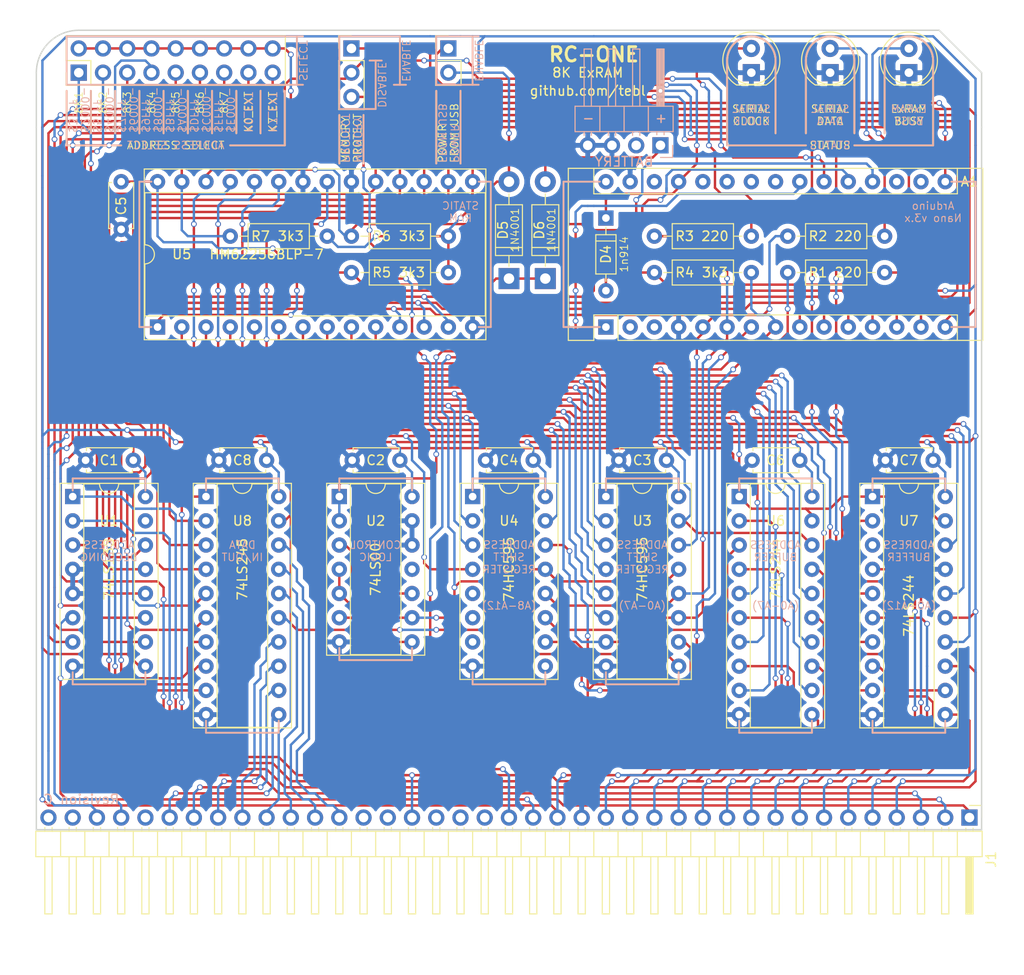
<source format=kicad_pcb>
(kicad_pcb (version 20171130) (host pcbnew "(5.1.5)-3")
  (layers (0 F.Cu signal) (31 B.Cu signal) (34 B.Paste user) (35 F.Paste user) (36 B.SilkS user) (37 F.SilkS user) (38 B.Mask user) (39 F.Mask user) (44 Edge.Cuts user))
  (net 0 "")
  (net 1 GND)
  (net 2 SHIFT_DATA)
  (net 3 SHIFT_CLK)
  (net 4 SHIFT_LATCH)
  (net 5 /EX_D0)
  (net 6 /EX_D1)
  (net 7 /EX_D2)
  (net 8 "Net-(A1-Pad27)")
  (net 9 /EX_D3)
  (net 10 /EX_D4)
  (net 11 /EX_D5)
  (net 12 /EX_D6)
  (net 13 /EX_D7)
  (net 14 VCC)
  (net 15 /A15)
  (net 16 /A14)
  (net 17 /A13)
  (net 18 /A12)
  (net 19 /A11)
  (net 20 /A10)
  (net 21 /A9)
  (net 22 /A8)
  (net 23 /A7)
  (net 24 /A6)
  (net 25 /A5)
  (net 26 /A4)
  (net 27 /A3)
  (net 28 /A2)
  (net 29 /A1)
  (net 30 /A0)
  (net 31 /PHI2)
  (net 32 /R/~W)
  (net 33 /D0)
  (net 34 /D1)
  (net 35 /D2)
  (net 36 /D3)
  (net 37 /D4)
  (net 38 /D5)
  (net 39 /D6)
  (net 40 /D7)
  (net 41 K0_EXT)
  (net 42 K7_EXT)
  (net 43 /8K6)
  (net 44 /8K5)
  (net 45 /8K4)
  (net 46 /8K3)
  (net 47 /8K2)
  (net 48 /8K1)
  (net 49 /8K7)
  (net 50 "Net-(D1-Pad2)")
  (net 51 "Net-(D2-Pad2)")
  (net 52 "Net-(D3-Pad2)")
  (net 53 "Net-(J2-Pad10)")
  (net 54 "Net-(JP2-Pad1)")
  (net 55 /EX_R/~W)
  (net 56 "Net-(JP2-Pad3)")
  (net 57 "Net-(U2-Pad10)")
  (net 58 /EX_A1)
  (net 59 "Net-(U3-Pad9)")
  (net 60 /EX_A2)
  (net 61 /EX_A3)
  (net 62 /EX_A4)
  (net 63 /EX_A5)
  (net 64 /EX_A6)
  (net 65 /EX_A7)
  (net 66 /EX_A0)
  (net 67 /EX_A9)
  (net 68 /EX_A10)
  (net 69 /EX_A11)
  (net 70 /EX_A12)
  (net 71 /EX_A8)
  (net 72 /EX_A13)
  (net 73 /EX_A14)
  (net 74 /RESET)
  (net 75 CONTROL)
  (net 76 BUSY)
  (net 77 ~RC1_CS)
  (net 78 /SRAM_VCC)
  (net 79 /BATTERY)
  (module Diodes_THT:D_DO-41_SOD81_P10.16mm_Horizontal (layer F.Cu) (at 148.59 90.805 90)
    (fp_text reference D6 (at 5.08 -0.635 90) (layer F.SilkS))
    (fp_text value 1N4001 (at 5.08 0.635 90) (layer F.SilkS) (effects (font (size 0.8 0.8) (thickness 0.1))))
    (pad 2 thru_hole oval (at 10.16 0 90) (size 2.2 2.2) (drill 1.1) (layers *.Cu *.Mask) (net 79 /BATTERY))
    (pad 1 thru_hole rect (at 0 0 90) (size 2.2 2.2) (drill 1.1) (layers *.Cu *.Mask) (net 78 /SRAM_VCC))
  )
  (module Modules:Arduino_Nano (layer F.Cu) (at 154.94 95.885 90)
    (fp_text reference A1 (at 15.24 38.1 180) (layer F.SilkS))
    (fp_text value Arduino_Nano_v3.x)
    (pad 1 thru_hole rect (at 0 0 90) (size 1.6 1.6) (drill 0.8) (layers *.Cu *.Mask))
    (pad 17 thru_hole oval (at 15.24 33.02 90) (size 1.6 1.6) (drill 0.8) (layers *.Cu *.Mask))
    (pad 2 thru_hole oval (at 0 2.54 90) (size 1.6 1.6) (drill 0.8) (layers *.Cu *.Mask))
    (pad 18 thru_hole oval (at 15.24 30.48 90) (size 1.6 1.6) (drill 0.8) (layers *.Cu *.Mask))
    (pad 3 thru_hole oval (at 0 5.08 90) (size 1.6 1.6) (drill 0.8) (layers *.Cu *.Mask))
    (pad 19 thru_hole oval (at 15.24 27.94 90) (size 1.6 1.6) (drill 0.8) (layers *.Cu *.Mask) (net 72 /EX_A13))
    (pad 4 thru_hole oval (at 0 7.62 90) (size 1.6 1.6) (drill 0.8) (layers *.Cu *.Mask) (net 1 GND))
    (pad 20 thru_hole oval (at 15.24 25.4 90) (size 1.6 1.6) (drill 0.8) (layers *.Cu *.Mask) (net 73 /EX_A14))
    (pad 5 thru_hole oval (at 0 10.16 90) (size 1.6 1.6) (drill 0.8) (layers *.Cu *.Mask) (net 2 SHIFT_DATA))
    (pad 21 thru_hole oval (at 15.24 22.86 90) (size 1.6 1.6) (drill 0.8) (layers *.Cu *.Mask) (net 55 /EX_R/~W))
    (pad 6 thru_hole oval (at 0 12.7 90) (size 1.6 1.6) (drill 0.8) (layers *.Cu *.Mask) (net 3 SHIFT_CLK))
    (pad 22 thru_hole oval (at 15.24 20.32 90) (size 1.6 1.6) (drill 0.8) (layers *.Cu *.Mask) (net 74 /RESET))
    (pad 7 thru_hole oval (at 0 15.24 90) (size 1.6 1.6) (drill 0.8) (layers *.Cu *.Mask) (net 4 SHIFT_LATCH))
    (pad 23 thru_hole oval (at 15.24 17.78 90) (size 1.6 1.6) (drill 0.8) (layers *.Cu *.Mask))
    (pad 8 thru_hole oval (at 0 17.78 90) (size 1.6 1.6) (drill 0.8) (layers *.Cu *.Mask) (net 75 CONTROL))
    (pad 24 thru_hole oval (at 15.24 15.24 90) (size 1.6 1.6) (drill 0.8) (layers *.Cu *.Mask))
    (pad 9 thru_hole oval (at 0 20.32 90) (size 1.6 1.6) (drill 0.8) (layers *.Cu *.Mask) (net 5 /EX_D0))
    (pad 25 thru_hole oval (at 15.24 12.7 90) (size 1.6 1.6) (drill 0.8) (layers *.Cu *.Mask))
    (pad 10 thru_hole oval (at 0 22.86 90) (size 1.6 1.6) (drill 0.8) (layers *.Cu *.Mask) (net 6 /EX_D1))
    (pad 26 thru_hole oval (at 15.24 10.16 90) (size 1.6 1.6) (drill 0.8) (layers *.Cu *.Mask))
    (pad 11 thru_hole oval (at 0 25.4 90) (size 1.6 1.6) (drill 0.8) (layers *.Cu *.Mask) (net 7 /EX_D2))
    (pad 27 thru_hole oval (at 15.24 7.62 90) (size 1.6 1.6) (drill 0.8) (layers *.Cu *.Mask) (net 8 "Net-(A1-Pad27)"))
    (pad 12 thru_hole oval (at 0 27.94 90) (size 1.6 1.6) (drill 0.8) (layers *.Cu *.Mask) (net 9 /EX_D3))
    (pad 28 thru_hole oval (at 15.24 5.08 90) (size 1.6 1.6) (drill 0.8) (layers *.Cu *.Mask))
    (pad 13 thru_hole oval (at 0 30.48 90) (size 1.6 1.6) (drill 0.8) (layers *.Cu *.Mask) (net 10 /EX_D4))
    (pad 29 thru_hole oval (at 15.24 2.54 90) (size 1.6 1.6) (drill 0.8) (layers *.Cu *.Mask) (net 1 GND))
    (pad 14 thru_hole oval (at 0 33.02 90) (size 1.6 1.6) (drill 0.8) (layers *.Cu *.Mask) (net 11 /EX_D5))
    (pad 30 thru_hole oval (at 15.24 0 90) (size 1.6 1.6) (drill 0.8) (layers *.Cu *.Mask))
    (pad 15 thru_hole oval (at 0 35.56 90) (size 1.6 1.6) (drill 0.8) (layers *.Cu *.Mask) (net 12 /EX_D6))
    (pad 16 thru_hole oval (at 15.24 35.56 90) (size 1.6 1.6) (drill 0.8) (layers *.Cu *.Mask) (net 13 /EX_D7))
  )
  (module Capacitors_THT:C_Disc_D4.7mm_W2.5mm_P5.00mm (layer F.Cu) (at 105.41 109.855 180)
    (fp_text reference C1 (at 2.54 0 180) (layer F.SilkS))
    (fp_text value 100nF)
    (pad 1 thru_hole circle (at 0 0 180) (size 1.6 1.6) (drill 0.8) (layers *.Cu *.Mask) (net 14 VCC))
    (pad 2 thru_hole circle (at 5 0 180) (size 1.6 1.6) (drill 0.8) (layers *.Cu *.Mask) (net 1 GND))
  )
  (module Capacitors_THT:C_Disc_D4.7mm_W2.5mm_P5.00mm (layer F.Cu) (at 133.35 109.855 180)
    (fp_text reference C2 (at 2.54 0 180) (layer F.SilkS))
    (fp_text value 100nF)
    (pad 1 thru_hole circle (at 0 0 180) (size 1.6 1.6) (drill 0.8) (layers *.Cu *.Mask) (net 14 VCC))
    (pad 2 thru_hole circle (at 5 0 180) (size 1.6 1.6) (drill 0.8) (layers *.Cu *.Mask) (net 1 GND))
  )
  (module Capacitors_THT:C_Disc_D4.7mm_W2.5mm_P5.00mm (layer F.Cu) (at 161.29 109.855 180)
    (fp_text reference C3 (at 2.54 0 180) (layer F.SilkS))
    (fp_text value 100nF)
    (pad 1 thru_hole circle (at 0 0 180) (size 1.6 1.6) (drill 0.8) (layers *.Cu *.Mask) (net 14 VCC))
    (pad 2 thru_hole circle (at 5 0 180) (size 1.6 1.6) (drill 0.8) (layers *.Cu *.Mask) (net 1 GND))
  )
  (module Capacitors_THT:C_Disc_D4.7mm_W2.5mm_P5.00mm (layer F.Cu) (at 147.32 109.855 180)
    (fp_text reference C4 (at 2.54 0 180) (layer F.SilkS))
    (fp_text value 100nF)
    (pad 1 thru_hole circle (at 0 0 180) (size 1.6 1.6) (drill 0.8) (layers *.Cu *.Mask) (net 14 VCC))
    (pad 2 thru_hole circle (at 5 0 180) (size 1.6 1.6) (drill 0.8) (layers *.Cu *.Mask) (net 1 GND))
  )
  (module Capacitors_THT:C_Disc_D4.7mm_W2.5mm_P5.00mm (layer F.Cu) (at 104.14 80.645 270)
    (fp_text reference C5 (at 2.54 0 270) (layer F.SilkS))
    (fp_text value 100nF)
    (pad 1 thru_hole circle (at 0 0 270) (size 1.6 1.6) (drill 0.8) (layers *.Cu *.Mask) (net 78 /SRAM_VCC))
    (pad 2 thru_hole circle (at 5 0 270) (size 1.6 1.6) (drill 0.8) (layers *.Cu *.Mask) (net 1 GND))
  )
  (module Capacitors_THT:C_Disc_D4.7mm_W2.5mm_P5.00mm (layer F.Cu) (at 175.26 109.855 180)
    (fp_text reference C6 (at 2.54 0 180) (layer F.SilkS))
    (fp_text value 100nF)
    (pad 1 thru_hole circle (at 0 0 180) (size 1.6 1.6) (drill 0.8) (layers *.Cu *.Mask) (net 14 VCC))
    (pad 2 thru_hole circle (at 5 0 180) (size 1.6 1.6) (drill 0.8) (layers *.Cu *.Mask) (net 1 GND))
  )
  (module Capacitors_THT:C_Disc_D4.7mm_W2.5mm_P5.00mm (layer F.Cu) (at 189.23 109.855 180)
    (fp_text reference C7 (at 2.54 0 180) (layer F.SilkS))
    (fp_text value 100nF)
    (pad 1 thru_hole circle (at 0 0 180) (size 1.6 1.6) (drill 0.8) (layers *.Cu *.Mask) (net 14 VCC))
    (pad 2 thru_hole circle (at 5 0 180) (size 1.6 1.6) (drill 0.8) (layers *.Cu *.Mask) (net 1 GND))
  )
  (module Capacitors_THT:C_Disc_D4.7mm_W2.5mm_P5.00mm (layer F.Cu) (at 119.38 109.855 180)
    (fp_text reference C8 (at 2.54 0 180) (layer F.SilkS))
    (fp_text value 100nF)
    (pad 1 thru_hole circle (at 0 0 180) (size 1.6 1.6) (drill 0.8) (layers *.Cu *.Mask) (net 14 VCC))
    (pad 2 thru_hole circle (at 5 0 180) (size 1.6 1.6) (drill 0.8) (layers *.Cu *.Mask) (net 1 GND))
  )
  (module Pin_Headers:Pin_Header_Angled_1x39_Pitch2.54mm (layer F.Cu) (at 193.04 147.32 270)
    (fp_text reference J1 (at 4.385 -2.27 270) (layer F.SilkS))
    (fp_text value Expansion)
    (pad 1 thru_hole rect (at 0 0 270) (size 1.7 1.7) (drill 1) (layers *.Cu *.Mask) (net 15 /A15))
    (pad 2 thru_hole oval (at 0 2.54 270) (size 1.7 1.7) (drill 1) (layers *.Cu *.Mask) (net 16 /A14))
    (pad 3 thru_hole oval (at 0 5.08 270) (size 1.7 1.7) (drill 1) (layers *.Cu *.Mask) (net 17 /A13))
    (pad 4 thru_hole oval (at 0 7.62 270) (size 1.7 1.7) (drill 1) (layers *.Cu *.Mask) (net 18 /A12))
    (pad 5 thru_hole oval (at 0 10.16 270) (size 1.7 1.7) (drill 1) (layers *.Cu *.Mask) (net 19 /A11))
    (pad 6 thru_hole oval (at 0 12.7 270) (size 1.7 1.7) (drill 1) (layers *.Cu *.Mask) (net 20 /A10))
    (pad 7 thru_hole oval (at 0 15.24 270) (size 1.7 1.7) (drill 1) (layers *.Cu *.Mask) (net 21 /A9))
    (pad 8 thru_hole oval (at 0 17.78 270) (size 1.7 1.7) (drill 1) (layers *.Cu *.Mask) (net 22 /A8))
    (pad 9 thru_hole oval (at 0 20.32 270) (size 1.7 1.7) (drill 1) (layers *.Cu *.Mask) (net 23 /A7))
    (pad 10 thru_hole oval (at 0 22.86 270) (size 1.7 1.7) (drill 1) (layers *.Cu *.Mask) (net 24 /A6))
    (pad 11 thru_hole oval (at 0 25.4 270) (size 1.7 1.7) (drill 1) (layers *.Cu *.Mask) (net 25 /A5))
    (pad 12 thru_hole oval (at 0 27.94 270) (size 1.7 1.7) (drill 1) (layers *.Cu *.Mask) (net 26 /A4))
    (pad 13 thru_hole oval (at 0 30.48 270) (size 1.7 1.7) (drill 1) (layers *.Cu *.Mask) (net 27 /A3))
    (pad 14 thru_hole oval (at 0 33.02 270) (size 1.7 1.7) (drill 1) (layers *.Cu *.Mask) (net 28 /A2))
    (pad 15 thru_hole oval (at 0 35.56 270) (size 1.7 1.7) (drill 1) (layers *.Cu *.Mask) (net 29 /A1))
    (pad 16 thru_hole oval (at 0 38.1 270) (size 1.7 1.7) (drill 1) (layers *.Cu *.Mask) (net 30 /A0))
    (pad 17 thru_hole oval (at 0 40.64 270) (size 1.7 1.7) (drill 1) (layers *.Cu *.Mask) (net 1 GND))
    (pad 18 thru_hole oval (at 0 43.18 270) (size 1.7 1.7) (drill 1) (layers *.Cu *.Mask) (net 14 VCC))
    (pad 19 thru_hole oval (at 0 45.72 270) (size 1.7 1.7) (drill 1) (layers *.Cu *.Mask) (net 31 /PHI2))
    (pad 20 thru_hole oval (at 0 48.26 270) (size 1.7 1.7) (drill 1) (layers *.Cu *.Mask) (net 74 /RESET))
    (pad 21 thru_hole oval (at 0 50.8 270) (size 1.7 1.7) (drill 1) (layers *.Cu *.Mask))
    (pad 22 thru_hole oval (at 0 53.34 270) (size 1.7 1.7) (drill 1) (layers *.Cu *.Mask))
    (pad 23 thru_hole oval (at 0 55.88 270) (size 1.7 1.7) (drill 1) (layers *.Cu *.Mask))
    (pad 24 thru_hole oval (at 0 58.42 270) (size 1.7 1.7) (drill 1) (layers *.Cu *.Mask) (net 32 /R/~W))
    (pad 25 thru_hole oval (at 0 60.96 270) (size 1.7 1.7) (drill 1) (layers *.Cu *.Mask))
    (pad 26 thru_hole oval (at 0 63.5 270) (size 1.7 1.7) (drill 1) (layers *.Cu *.Mask))
    (pad 27 thru_hole oval (at 0 66.04 270) (size 1.7 1.7) (drill 1) (layers *.Cu *.Mask) (net 33 /D0))
    (pad 28 thru_hole oval (at 0 68.58 270) (size 1.7 1.7) (drill 1) (layers *.Cu *.Mask) (net 34 /D1))
    (pad 29 thru_hole oval (at 0 71.12 270) (size 1.7 1.7) (drill 1) (layers *.Cu *.Mask) (net 35 /D2))
    (pad 30 thru_hole oval (at 0 73.66 270) (size 1.7 1.7) (drill 1) (layers *.Cu *.Mask) (net 36 /D3))
    (pad 31 thru_hole oval (at 0 76.2 270) (size 1.7 1.7) (drill 1) (layers *.Cu *.Mask) (net 37 /D4))
    (pad 32 thru_hole oval (at 0 78.74 270) (size 1.7 1.7) (drill 1) (layers *.Cu *.Mask) (net 38 /D5))
    (pad 33 thru_hole oval (at 0 81.28 270) (size 1.7 1.7) (drill 1) (layers *.Cu *.Mask) (net 39 /D6))
    (pad 34 thru_hole oval (at 0 83.82 270) (size 1.7 1.7) (drill 1) (layers *.Cu *.Mask) (net 40 /D7))
    (pad 35 thru_hole oval (at 0 86.36 270) (size 1.7 1.7) (drill 1) (layers *.Cu *.Mask))
    (pad 36 thru_hole oval (at 0 88.9 270) (size 1.7 1.7) (drill 1) (layers *.Cu *.Mask) (net 41 K0_EXT))
    (pad 37 thru_hole oval (at 0 91.44 270) (size 1.7 1.7) (drill 1) (layers *.Cu *.Mask) (net 42 K7_EXT))
    (pad 38 thru_hole oval (at 0 93.98 270) (size 1.7 1.7) (drill 1) (layers *.Cu *.Mask))
    (pad 39 thru_hole oval (at 0 96.52 270) (size 1.7 1.7) (drill 1) (layers *.Cu *.Mask))
  )
  (module Housings_DIP:DIP-16_W7.62mm_Socket (layer F.Cu) (at 99.06 113.665)
    (fp_text reference U1 (at 3.81 2.54) (layer F.SilkS))
    (fp_text value 74LS138 (at 3.81 7.62 90) (layer F.SilkS))
    (pad 1 thru_hole rect (at 0 0) (size 1.6 1.6) (drill 0.8) (layers *.Cu *.Mask) (net 17 /A13))
    (pad 9 thru_hole oval (at 7.62 17.78) (size 1.6 1.6) (drill 0.8) (layers *.Cu *.Mask) (net 43 /8K6))
    (pad 2 thru_hole oval (at 0 2.54) (size 1.6 1.6) (drill 0.8) (layers *.Cu *.Mask) (net 16 /A14))
    (pad 10 thru_hole oval (at 7.62 15.24) (size 1.6 1.6) (drill 0.8) (layers *.Cu *.Mask) (net 44 /8K5))
    (pad 3 thru_hole oval (at 0 5.08) (size 1.6 1.6) (drill 0.8) (layers *.Cu *.Mask) (net 15 /A15))
    (pad 11 thru_hole oval (at 7.62 12.7) (size 1.6 1.6) (drill 0.8) (layers *.Cu *.Mask) (net 45 /8K4))
    (pad 4 thru_hole oval (at 0 7.62) (size 1.6 1.6) (drill 0.8) (layers *.Cu *.Mask) (net 1 GND))
    (pad 12 thru_hole oval (at 7.62 10.16) (size 1.6 1.6) (drill 0.8) (layers *.Cu *.Mask) (net 46 /8K3))
    (pad 5 thru_hole oval (at 0 10.16) (size 1.6 1.6) (drill 0.8) (layers *.Cu *.Mask) (net 1 GND))
    (pad 13 thru_hole oval (at 7.62 7.62) (size 1.6 1.6) (drill 0.8) (layers *.Cu *.Mask) (net 47 /8K2))
    (pad 6 thru_hole oval (at 0 12.7) (size 1.6 1.6) (drill 0.8) (layers *.Cu *.Mask) (net 31 /PHI2))
    (pad 14 thru_hole oval (at 7.62 5.08) (size 1.6 1.6) (drill 0.8) (layers *.Cu *.Mask) (net 48 /8K1))
    (pad 7 thru_hole oval (at 0 15.24) (size 1.6 1.6) (drill 0.8) (layers *.Cu *.Mask) (net 49 /8K7))
    (pad 15 thru_hole oval (at 7.62 2.54) (size 1.6 1.6) (drill 0.8) (layers *.Cu *.Mask))
    (pad 8 thru_hole oval (at 0 17.78) (size 1.6 1.6) (drill 0.8) (layers *.Cu *.Mask) (net 1 GND))
    (pad 16 thru_hole oval (at 7.62 0) (size 1.6 1.6) (drill 0.8) (layers *.Cu *.Mask) (net 14 VCC))
  )
  (module LEDs:LED_D5.0mm (layer F.Cu) (at 186.69 69.215 90)
    (fp_text reference D1)
    (fp_text value BUSY)
    (pad 1 thru_hole rect (at 0 0 90) (size 1.8 1.8) (drill 0.9) (layers *.Cu *.Mask) (net 1 GND))
    (pad 2 thru_hole circle (at 2.54 0 90) (size 1.8 1.8) (drill 0.9) (layers *.Cu *.Mask) (net 50 "Net-(D1-Pad2)"))
  )
  (module LEDs:LED_D5.0mm (layer F.Cu) (at 178.435 69.215 90)
    (fp_text reference D2)
    (fp_text value DATA)
    (pad 1 thru_hole rect (at 0 0 90) (size 1.8 1.8) (drill 0.9) (layers *.Cu *.Mask) (net 1 GND))
    (pad 2 thru_hole circle (at 2.54 0 90) (size 1.8 1.8) (drill 0.9) (layers *.Cu *.Mask) (net 51 "Net-(D2-Pad2)"))
  )
  (module LEDs:LED_D5.0mm (layer F.Cu) (at 170.18 69.215 90)
    (fp_text reference D3)
    (fp_text value CLK)
    (pad 1 thru_hole rect (at 0 0 90) (size 1.8 1.8) (drill 0.9) (layers *.Cu *.Mask) (net 1 GND))
    (pad 2 thru_hole circle (at 2.54 0 90) (size 1.8 1.8) (drill 0.9) (layers *.Cu *.Mask) (net 52 "Net-(D3-Pad2)"))
  )
  (module Diodes_THT:D_DO-35_SOD27_P7.62mm_Horizontal (layer F.Cu) (at 154.94 84.455 270)
    (fp_text reference D4 (at 3.81 0 270) (layer F.SilkS))
    (fp_text value 1n914 (at 3.81 -1.905 270) (layer F.SilkS) (effects (font (size 0.8 0.8) (thickness 0.1))))
    (pad 1 thru_hole rect (at 0 0 270) (size 1.6 1.6) (drill 0.8) (layers *.Cu *.Mask) (net 8 "Net-(A1-Pad27)"))
    (pad 2 thru_hole oval (at 7.62 0 270) (size 1.6 1.6) (drill 0.8) (layers *.Cu *.Mask) (net 14 VCC))
  )
  (module Pin_Headers:Pin_Header_Straight_2x09_Pitch2.54mm (layer F.Cu) (at 99.695 69.215 90)
    (fp_text reference J2)
    (fp_text value ADDRESS)
    (pad 1 thru_hole rect (at 0 0 90) (size 1.7 1.7) (drill 1) (layers *.Cu *.Mask) (net 48 /8K1))
    (pad 2 thru_hole oval (at 2.54 0 90) (size 1.7 1.7) (drill 1) (layers *.Cu *.Mask) (net 53 "Net-(J2-Pad10)"))
    (pad 3 thru_hole oval (at 0 2.54 90) (size 1.7 1.7) (drill 1) (layers *.Cu *.Mask) (net 47 /8K2))
    (pad 4 thru_hole oval (at 2.54 2.54 90) (size 1.7 1.7) (drill 1) (layers *.Cu *.Mask) (net 53 "Net-(J2-Pad10)"))
    (pad 5 thru_hole oval (at 0 5.08 90) (size 1.7 1.7) (drill 1) (layers *.Cu *.Mask) (net 46 /8K3))
    (pad 6 thru_hole oval (at 2.54 5.08 90) (size 1.7 1.7) (drill 1) (layers *.Cu *.Mask) (net 53 "Net-(J2-Pad10)"))
    (pad 7 thru_hole oval (at 0 7.62 90) (size 1.7 1.7) (drill 1) (layers *.Cu *.Mask) (net 45 /8K4))
    (pad 8 thru_hole oval (at 2.54 7.62 90) (size 1.7 1.7) (drill 1) (layers *.Cu *.Mask) (net 53 "Net-(J2-Pad10)"))
    (pad 9 thru_hole oval (at 0 10.16 90) (size 1.7 1.7) (drill 1) (layers *.Cu *.Mask) (net 44 /8K5))
    (pad 10 thru_hole oval (at 2.54 10.16 90) (size 1.7 1.7) (drill 1) (layers *.Cu *.Mask) (net 53 "Net-(J2-Pad10)"))
    (pad 11 thru_hole oval (at 0 12.7 90) (size 1.7 1.7) (drill 1) (layers *.Cu *.Mask) (net 43 /8K6))
    (pad 12 thru_hole oval (at 2.54 12.7 90) (size 1.7 1.7) (drill 1) (layers *.Cu *.Mask) (net 53 "Net-(J2-Pad10)"))
    (pad 13 thru_hole oval (at 0 15.24 90) (size 1.7 1.7) (drill 1) (layers *.Cu *.Mask) (net 49 /8K7))
    (pad 14 thru_hole oval (at 2.54 15.24 90) (size 1.7 1.7) (drill 1) (layers *.Cu *.Mask) (net 53 "Net-(J2-Pad10)"))
    (pad 15 thru_hole oval (at 0 17.78 90) (size 1.7 1.7) (drill 1) (layers *.Cu *.Mask) (net 41 K0_EXT))
    (pad 16 thru_hole oval (at 2.54 17.78 90) (size 1.7 1.7) (drill 1) (layers *.Cu *.Mask) (net 53 "Net-(J2-Pad10)"))
    (pad 17 thru_hole oval (at 0 20.32 90) (size 1.7 1.7) (drill 1) (layers *.Cu *.Mask) (net 42 K7_EXT))
    (pad 18 thru_hole oval (at 2.54 20.32 90) (size 1.7 1.7) (drill 1) (layers *.Cu *.Mask) (net 53 "Net-(J2-Pad10)"))
  )
  (module Pin_Headers:Pin_Header_Straight_1x02_Pitch2.54mm (layer F.Cu) (at 138.43 66.675)
    (fp_text reference JP1)
    (fp_text value USB_PWR)
    (pad 1 thru_hole rect (at 0 0) (size 1.7 1.7) (drill 1) (layers *.Cu *.Mask) (net 8 "Net-(A1-Pad27)"))
    (pad 2 thru_hole oval (at 0 2.54) (size 1.7 1.7) (drill 1) (layers *.Cu *.Mask) (net 14 VCC))
  )
  (module Pin_Headers:Pin_Header_Straight_1x03_Pitch2.54mm (layer F.Cu) (at 128.27 66.675)
    (fp_text reference JP2)
    (fp_text value ReadOnly)
    (pad 1 thru_hole rect (at 0 0) (size 1.7 1.7) (drill 1) (layers *.Cu *.Mask) (net 54 "Net-(JP2-Pad1)"))
    (pad 2 thru_hole oval (at 0 2.54) (size 1.7 1.7) (drill 1) (layers *.Cu *.Mask) (net 55 /EX_R/~W))
    (pad 3 thru_hole oval (at 0 5.08) (size 1.7 1.7) (drill 1) (layers *.Cu *.Mask) (net 56 "Net-(JP2-Pad3)"))
  )
  (module Resistors_THT:R_Axial_DIN0207_L6.3mm_D2.5mm_P10.16mm_Horizontal (layer F.Cu) (at 184.15 90.17 180)
    (fp_text reference R1 (at 6.985 0 180) (layer F.SilkS))
    (fp_text value 220 (at 3.81 0 180) (layer F.SilkS))
    (pad 1 thru_hole circle (at 0 0 180) (size 1.6 1.6) (drill 0.8) (layers *.Cu *.Mask) (net 50 "Net-(D1-Pad2)"))
    (pad 2 thru_hole oval (at 10.16 0 180) (size 1.6 1.6) (drill 0.8) (layers *.Cu *.Mask) (net 76 BUSY))
  )
  (module Resistors_THT:R_Axial_DIN0207_L6.3mm_D2.5mm_P10.16mm_Horizontal (layer F.Cu) (at 184.15 86.36 180)
    (fp_text reference R2 (at 6.985 0 180) (layer F.SilkS))
    (fp_text value 220 (at 3.81 0 180) (layer F.SilkS))
    (pad 1 thru_hole circle (at 0 0 180) (size 1.6 1.6) (drill 0.8) (layers *.Cu *.Mask) (net 51 "Net-(D2-Pad2)"))
    (pad 2 thru_hole oval (at 10.16 0 180) (size 1.6 1.6) (drill 0.8) (layers *.Cu *.Mask) (net 2 SHIFT_DATA))
  )
  (module Resistors_THT:R_Axial_DIN0207_L6.3mm_D2.5mm_P10.16mm_Horizontal (layer F.Cu) (at 170.18 86.36 180)
    (fp_text reference R3 (at 6.985 0 180) (layer F.SilkS))
    (fp_text value 220 (at 3.81 0 180) (layer F.SilkS))
    (pad 1 thru_hole circle (at 0 0 180) (size 1.6 1.6) (drill 0.8) (layers *.Cu *.Mask) (net 52 "Net-(D3-Pad2)"))
    (pad 2 thru_hole oval (at 10.16 0 180) (size 1.6 1.6) (drill 0.8) (layers *.Cu *.Mask) (net 3 SHIFT_CLK))
  )
  (module Resistors_THT:R_Axial_DIN0207_L6.3mm_D2.5mm_P10.16mm_Horizontal (layer F.Cu) (at 170.18 90.17 180)
    (fp_text reference R4 (at 6.985 0 180) (layer F.SilkS))
    (fp_text value 3k3 (at 3.81 0 180) (layer F.SilkS))
    (pad 1 thru_hole circle (at 0 0 180) (size 1.6 1.6) (drill 0.8) (layers *.Cu *.Mask) (net 75 CONTROL))
    (pad 2 thru_hole oval (at 10.16 0 180) (size 1.6 1.6) (drill 0.8) (layers *.Cu *.Mask) (net 14 VCC))
  )
  (module Housings_DIP:DIP-14_W7.62mm_Socket (layer F.Cu) (at 127 113.665)
    (fp_text reference U2 (at 3.81 2.54) (layer F.SilkS))
    (fp_text value 74LS00 (at 3.81 7.62 90) (layer F.SilkS))
    (pad 1 thru_hole rect (at 0 0) (size 1.6 1.6) (drill 0.8) (layers *.Cu *.Mask) (net 53 "Net-(J2-Pad10)"))
    (pad 8 thru_hole oval (at 7.62 15.24) (size 1.6 1.6) (drill 0.8) (layers *.Cu *.Mask) (net 77 ~RC1_CS))
    (pad 2 thru_hole oval (at 0 2.54) (size 1.6 1.6) (drill 0.8) (layers *.Cu *.Mask) (net 53 "Net-(J2-Pad10)"))
    (pad 9 thru_hole oval (at 7.62 12.7) (size 1.6 1.6) (drill 0.8) (layers *.Cu *.Mask) (net 75 CONTROL))
    (pad 3 thru_hole oval (at 0 5.08) (size 1.6 1.6) (drill 0.8) (layers *.Cu *.Mask) (net 57 "Net-(U2-Pad10)"))
    (pad 10 thru_hole oval (at 7.62 10.16) (size 1.6 1.6) (drill 0.8) (layers *.Cu *.Mask) (net 57 "Net-(U2-Pad10)"))
    (pad 4 thru_hole oval (at 0 7.62) (size 1.6 1.6) (drill 0.8) (layers *.Cu *.Mask) (net 75 CONTROL))
    (pad 11 thru_hole oval (at 7.62 7.62) (size 1.6 1.6) (drill 0.8) (layers *.Cu *.Mask))
    (pad 5 thru_hole oval (at 0 10.16) (size 1.6 1.6) (drill 0.8) (layers *.Cu *.Mask) (net 75 CONTROL))
    (pad 12 thru_hole oval (at 7.62 5.08) (size 1.6 1.6) (drill 0.8) (layers *.Cu *.Mask) (net 1 GND))
    (pad 6 thru_hole oval (at 0 12.7) (size 1.6 1.6) (drill 0.8) (layers *.Cu *.Mask) (net 76 BUSY))
    (pad 13 thru_hole oval (at 7.62 2.54) (size 1.6 1.6) (drill 0.8) (layers *.Cu *.Mask) (net 1 GND))
    (pad 7 thru_hole oval (at 0 15.24) (size 1.6 1.6) (drill 0.8) (layers *.Cu *.Mask) (net 1 GND))
    (pad 14 thru_hole oval (at 7.62 0) (size 1.6 1.6) (drill 0.8) (layers *.Cu *.Mask) (net 14 VCC))
  )
  (module Housings_DIP:DIP-16_W7.62mm_Socket (layer F.Cu) (at 154.94 113.665)
    (fp_text reference U3 (at 3.81 2.54) (layer F.SilkS))
    (fp_text value 74HC595 (at 3.81 7.62 90) (layer F.SilkS))
    (pad 1 thru_hole rect (at 0 0) (size 1.6 1.6) (drill 0.8) (layers *.Cu *.Mask) (net 58 /EX_A1))
    (pad 9 thru_hole oval (at 7.62 17.78) (size 1.6 1.6) (drill 0.8) (layers *.Cu *.Mask) (net 59 "Net-(U3-Pad9)"))
    (pad 2 thru_hole oval (at 0 2.54) (size 1.6 1.6) (drill 0.8) (layers *.Cu *.Mask) (net 60 /EX_A2))
    (pad 10 thru_hole oval (at 7.62 15.24) (size 1.6 1.6) (drill 0.8) (layers *.Cu *.Mask) (net 14 VCC))
    (pad 3 thru_hole oval (at 0 5.08) (size 1.6 1.6) (drill 0.8) (layers *.Cu *.Mask) (net 61 /EX_A3))
    (pad 11 thru_hole oval (at 7.62 12.7) (size 1.6 1.6) (drill 0.8) (layers *.Cu *.Mask) (net 3 SHIFT_CLK))
    (pad 4 thru_hole oval (at 0 7.62) (size 1.6 1.6) (drill 0.8) (layers *.Cu *.Mask) (net 62 /EX_A4))
    (pad 12 thru_hole oval (at 7.62 10.16) (size 1.6 1.6) (drill 0.8) (layers *.Cu *.Mask) (net 4 SHIFT_LATCH))
    (pad 5 thru_hole oval (at 0 10.16) (size 1.6 1.6) (drill 0.8) (layers *.Cu *.Mask) (net 63 /EX_A5))
    (pad 13 thru_hole oval (at 7.62 7.62) (size 1.6 1.6) (drill 0.8) (layers *.Cu *.Mask) (net 75 CONTROL))
    (pad 6 thru_hole oval (at 0 12.7) (size 1.6 1.6) (drill 0.8) (layers *.Cu *.Mask) (net 64 /EX_A6))
    (pad 14 thru_hole oval (at 7.62 5.08) (size 1.6 1.6) (drill 0.8) (layers *.Cu *.Mask) (net 2 SHIFT_DATA))
    (pad 7 thru_hole oval (at 0 15.24) (size 1.6 1.6) (drill 0.8) (layers *.Cu *.Mask) (net 65 /EX_A7))
    (pad 15 thru_hole oval (at 7.62 2.54) (size 1.6 1.6) (drill 0.8) (layers *.Cu *.Mask) (net 66 /EX_A0))
    (pad 8 thru_hole oval (at 0 17.78) (size 1.6 1.6) (drill 0.8) (layers *.Cu *.Mask) (net 1 GND))
    (pad 16 thru_hole oval (at 7.62 0) (size 1.6 1.6) (drill 0.8) (layers *.Cu *.Mask) (net 14 VCC))
  )
  (module Housings_DIP:DIP-16_W7.62mm_Socket (layer F.Cu) (at 140.97 113.665)
    (fp_text reference U4 (at 3.81 2.54) (layer F.SilkS))
    (fp_text value 74HC595 (at 3.81 7.62 90) (layer F.SilkS))
    (pad 1 thru_hole rect (at 0 0) (size 1.6 1.6) (drill 0.8) (layers *.Cu *.Mask) (net 67 /EX_A9))
    (pad 9 thru_hole oval (at 7.62 17.78) (size 1.6 1.6) (drill 0.8) (layers *.Cu *.Mask))
    (pad 2 thru_hole oval (at 0 2.54) (size 1.6 1.6) (drill 0.8) (layers *.Cu *.Mask) (net 68 /EX_A10))
    (pad 10 thru_hole oval (at 7.62 15.24) (size 1.6 1.6) (drill 0.8) (layers *.Cu *.Mask) (net 14 VCC))
    (pad 3 thru_hole oval (at 0 5.08) (size 1.6 1.6) (drill 0.8) (layers *.Cu *.Mask) (net 69 /EX_A11))
    (pad 11 thru_hole oval (at 7.62 12.7) (size 1.6 1.6) (drill 0.8) (layers *.Cu *.Mask) (net 3 SHIFT_CLK))
    (pad 4 thru_hole oval (at 0 7.62) (size 1.6 1.6) (drill 0.8) (layers *.Cu *.Mask) (net 70 /EX_A12))
    (pad 12 thru_hole oval (at 7.62 10.16) (size 1.6 1.6) (drill 0.8) (layers *.Cu *.Mask) (net 4 SHIFT_LATCH))
    (pad 5 thru_hole oval (at 0 10.16) (size 1.6 1.6) (drill 0.8) (layers *.Cu *.Mask))
    (pad 13 thru_hole oval (at 7.62 7.62) (size 1.6 1.6) (drill 0.8) (layers *.Cu *.Mask) (net 75 CONTROL))
    (pad 6 thru_hole oval (at 0 12.7) (size 1.6 1.6) (drill 0.8) (layers *.Cu *.Mask))
    (pad 14 thru_hole oval (at 7.62 5.08) (size 1.6 1.6) (drill 0.8) (layers *.Cu *.Mask) (net 59 "Net-(U3-Pad9)"))
    (pad 7 thru_hole oval (at 0 15.24) (size 1.6 1.6) (drill 0.8) (layers *.Cu *.Mask))
    (pad 15 thru_hole oval (at 7.62 2.54) (size 1.6 1.6) (drill 0.8) (layers *.Cu *.Mask) (net 71 /EX_A8))
    (pad 8 thru_hole oval (at 0 17.78) (size 1.6 1.6) (drill 0.8) (layers *.Cu *.Mask) (net 1 GND))
    (pad 16 thru_hole oval (at 7.62 0) (size 1.6 1.6) (drill 0.8) (layers *.Cu *.Mask) (net 14 VCC))
  )
  (module Housings_DIP:DIP-28_W15.24mm_Socket (layer F.Cu) (at 107.95 95.885 90)
    (fp_text reference U5 (at 7.62 2.54 180) (layer F.SilkS))
    (fp_text value HM62256BLP-7 (at 7.62 11.43 180) (layer F.SilkS))
    (pad 1 thru_hole rect (at 0 0 90) (size 1.6 1.6) (drill 0.8) (layers *.Cu *.Mask) (net 73 /EX_A14))
    (pad 15 thru_hole oval (at 15.24 33.02 90) (size 1.6 1.6) (drill 0.8) (layers *.Cu *.Mask) (net 9 /EX_D3))
    (pad 2 thru_hole oval (at 0 2.54 90) (size 1.6 1.6) (drill 0.8) (layers *.Cu *.Mask) (net 70 /EX_A12))
    (pad 16 thru_hole oval (at 15.24 30.48 90) (size 1.6 1.6) (drill 0.8) (layers *.Cu *.Mask) (net 10 /EX_D4))
    (pad 3 thru_hole oval (at 0 5.08 90) (size 1.6 1.6) (drill 0.8) (layers *.Cu *.Mask) (net 65 /EX_A7))
    (pad 17 thru_hole oval (at 15.24 27.94 90) (size 1.6 1.6) (drill 0.8) (layers *.Cu *.Mask) (net 11 /EX_D5))
    (pad 4 thru_hole oval (at 0 7.62 90) (size 1.6 1.6) (drill 0.8) (layers *.Cu *.Mask) (net 64 /EX_A6))
    (pad 18 thru_hole oval (at 15.24 25.4 90) (size 1.6 1.6) (drill 0.8) (layers *.Cu *.Mask) (net 12 /EX_D6))
    (pad 5 thru_hole oval (at 0 10.16 90) (size 1.6 1.6) (drill 0.8) (layers *.Cu *.Mask) (net 63 /EX_A5))
    (pad 19 thru_hole oval (at 15.24 22.86 90) (size 1.6 1.6) (drill 0.8) (layers *.Cu *.Mask) (net 13 /EX_D7))
    (pad 6 thru_hole oval (at 0 12.7 90) (size 1.6 1.6) (drill 0.8) (layers *.Cu *.Mask) (net 62 /EX_A4))
    (pad 20 thru_hole oval (at 15.24 20.32 90) (size 1.6 1.6) (drill 0.8) (layers *.Cu *.Mask) (net 1 GND))
    (pad 7 thru_hole oval (at 0 15.24 90) (size 1.6 1.6) (drill 0.8) (layers *.Cu *.Mask) (net 61 /EX_A3))
    (pad 21 thru_hole oval (at 15.24 17.78 90) (size 1.6 1.6) (drill 0.8) (layers *.Cu *.Mask) (net 68 /EX_A10))
    (pad 8 thru_hole oval (at 0 17.78 90) (size 1.6 1.6) (drill 0.8) (layers *.Cu *.Mask) (net 60 /EX_A2))
    (pad 22 thru_hole oval (at 15.24 15.24 90) (size 1.6 1.6) (drill 0.8) (layers *.Cu *.Mask) (net 1 GND))
    (pad 9 thru_hole oval (at 0 20.32 90) (size 1.6 1.6) (drill 0.8) (layers *.Cu *.Mask) (net 58 /EX_A1))
    (pad 23 thru_hole oval (at 15.24 12.7 90) (size 1.6 1.6) (drill 0.8) (layers *.Cu *.Mask) (net 69 /EX_A11))
    (pad 10 thru_hole oval (at 0 22.86 90) (size 1.6 1.6) (drill 0.8) (layers *.Cu *.Mask) (net 66 /EX_A0))
    (pad 24 thru_hole oval (at 15.24 10.16 90) (size 1.6 1.6) (drill 0.8) (layers *.Cu *.Mask) (net 67 /EX_A9))
    (pad 11 thru_hole oval (at 0 25.4 90) (size 1.6 1.6) (drill 0.8) (layers *.Cu *.Mask) (net 5 /EX_D0))
    (pad 25 thru_hole oval (at 15.24 7.62 90) (size 1.6 1.6) (drill 0.8) (layers *.Cu *.Mask) (net 71 /EX_A8))
    (pad 12 thru_hole oval (at 0 27.94 90) (size 1.6 1.6) (drill 0.8) (layers *.Cu *.Mask) (net 6 /EX_D1))
    (pad 26 thru_hole oval (at 15.24 5.08 90) (size 1.6 1.6) (drill 0.8) (layers *.Cu *.Mask) (net 72 /EX_A13))
    (pad 13 thru_hole oval (at 0 30.48 90) (size 1.6 1.6) (drill 0.8) (layers *.Cu *.Mask) (net 7 /EX_D2))
    (pad 27 thru_hole oval (at 15.24 2.54 90) (size 1.6 1.6) (drill 0.8) (layers *.Cu *.Mask) (net 55 /EX_R/~W))
    (pad 14 thru_hole oval (at 0 33.02 90) (size 1.6 1.6) (drill 0.8) (layers *.Cu *.Mask) (net 1 GND))
    (pad 28 thru_hole oval (at 15.24 0 90) (size 1.6 1.6) (drill 0.8) (layers *.Cu *.Mask) (net 78 /SRAM_VCC))
  )
  (module Housings_DIP:DIP-20_W7.62mm_Socket (layer F.Cu) (at 168.91 113.665)
    (fp_text reference U6 (at 3.81 2.54) (layer F.SilkS))
    (fp_text value 74LS244 (at 3.81 7.62 90) (layer F.SilkS))
    (pad 1 thru_hole rect (at 0 0) (size 1.6 1.6) (drill 0.8) (layers *.Cu *.Mask) (net 77 ~RC1_CS))
    (pad 11 thru_hole oval (at 7.62 22.86) (size 1.6 1.6) (drill 0.8) (layers *.Cu *.Mask) (net 26 /A4))
    (pad 2 thru_hole oval (at 0 2.54) (size 1.6 1.6) (drill 0.8) (layers *.Cu *.Mask) (net 30 /A0))
    (pad 12 thru_hole oval (at 7.62 20.32) (size 1.6 1.6) (drill 0.8) (layers *.Cu *.Mask) (net 61 /EX_A3))
    (pad 3 thru_hole oval (at 0 5.08) (size 1.6 1.6) (drill 0.8) (layers *.Cu *.Mask) (net 65 /EX_A7))
    (pad 13 thru_hole oval (at 7.62 17.78) (size 1.6 1.6) (drill 0.8) (layers *.Cu *.Mask) (net 25 /A5))
    (pad 4 thru_hole oval (at 0 7.62) (size 1.6 1.6) (drill 0.8) (layers *.Cu *.Mask) (net 29 /A1))
    (pad 14 thru_hole oval (at 7.62 15.24) (size 1.6 1.6) (drill 0.8) (layers *.Cu *.Mask) (net 60 /EX_A2))
    (pad 5 thru_hole oval (at 0 10.16) (size 1.6 1.6) (drill 0.8) (layers *.Cu *.Mask) (net 64 /EX_A6))
    (pad 15 thru_hole oval (at 7.62 12.7) (size 1.6 1.6) (drill 0.8) (layers *.Cu *.Mask) (net 24 /A6))
    (pad 6 thru_hole oval (at 0 12.7) (size 1.6 1.6) (drill 0.8) (layers *.Cu *.Mask) (net 28 /A2))
    (pad 16 thru_hole oval (at 7.62 10.16) (size 1.6 1.6) (drill 0.8) (layers *.Cu *.Mask) (net 58 /EX_A1))
    (pad 7 thru_hole oval (at 0 15.24) (size 1.6 1.6) (drill 0.8) (layers *.Cu *.Mask) (net 63 /EX_A5))
    (pad 17 thru_hole oval (at 7.62 7.62) (size 1.6 1.6) (drill 0.8) (layers *.Cu *.Mask) (net 23 /A7))
    (pad 8 thru_hole oval (at 0 17.78) (size 1.6 1.6) (drill 0.8) (layers *.Cu *.Mask) (net 27 /A3))
    (pad 18 thru_hole oval (at 7.62 5.08) (size 1.6 1.6) (drill 0.8) (layers *.Cu *.Mask) (net 66 /EX_A0))
    (pad 9 thru_hole oval (at 0 20.32) (size 1.6 1.6) (drill 0.8) (layers *.Cu *.Mask) (net 62 /EX_A4))
    (pad 19 thru_hole oval (at 7.62 2.54) (size 1.6 1.6) (drill 0.8) (layers *.Cu *.Mask) (net 77 ~RC1_CS))
    (pad 10 thru_hole oval (at 0 22.86) (size 1.6 1.6) (drill 0.8) (layers *.Cu *.Mask) (net 1 GND))
    (pad 20 thru_hole oval (at 7.62 0) (size 1.6 1.6) (drill 0.8) (layers *.Cu *.Mask) (net 14 VCC))
  )
  (module Housings_DIP:DIP-20_W7.62mm_Socket (layer F.Cu) (at 182.88 113.665)
    (fp_text reference U7 (at 3.81 2.54) (layer F.SilkS))
    (fp_text value 74LS244 (at 3.81 11.43 90) (layer F.SilkS))
    (pad 1 thru_hole rect (at 0 0) (size 1.6 1.6) (drill 0.8) (layers *.Cu *.Mask) (net 77 ~RC1_CS))
    (pad 11 thru_hole oval (at 7.62 22.86) (size 1.6 1.6) (drill 0.8) (layers *.Cu *.Mask) (net 18 /A12))
    (pad 2 thru_hole oval (at 0 2.54) (size 1.6 1.6) (drill 0.8) (layers *.Cu *.Mask) (net 22 /A8))
    (pad 12 thru_hole oval (at 7.62 20.32) (size 1.6 1.6) (drill 0.8) (layers *.Cu *.Mask) (net 69 /EX_A11))
    (pad 3 thru_hole oval (at 0 5.08) (size 1.6 1.6) (drill 0.8) (layers *.Cu *.Mask))
    (pad 13 thru_hole oval (at 7.62 17.78) (size 1.6 1.6) (drill 0.8) (layers *.Cu *.Mask) (net 32 /R/~W))
    (pad 4 thru_hole oval (at 0 7.62) (size 1.6 1.6) (drill 0.8) (layers *.Cu *.Mask) (net 21 /A9))
    (pad 14 thru_hole oval (at 7.62 15.24) (size 1.6 1.6) (drill 0.8) (layers *.Cu *.Mask) (net 68 /EX_A10))
    (pad 5 thru_hole oval (at 0 10.16) (size 1.6 1.6) (drill 0.8) (layers *.Cu *.Mask) (net 54 "Net-(JP2-Pad1)"))
    (pad 15 thru_hole oval (at 7.62 12.7) (size 1.6 1.6) (drill 0.8) (layers *.Cu *.Mask) (net 14 VCC))
    (pad 6 thru_hole oval (at 0 12.7) (size 1.6 1.6) (drill 0.8) (layers *.Cu *.Mask) (net 20 /A10))
    (pad 16 thru_hole oval (at 7.62 10.16) (size 1.6 1.6) (drill 0.8) (layers *.Cu *.Mask) (net 67 /EX_A9))
    (pad 7 thru_hole oval (at 0 15.24) (size 1.6 1.6) (drill 0.8) (layers *.Cu *.Mask) (net 56 "Net-(JP2-Pad3)"))
    (pad 17 thru_hole oval (at 7.62 7.62) (size 1.6 1.6) (drill 0.8) (layers *.Cu *.Mask) (net 1 GND))
    (pad 8 thru_hole oval (at 0 17.78) (size 1.6 1.6) (drill 0.8) (layers *.Cu *.Mask) (net 19 /A11))
    (pad 18 thru_hole oval (at 7.62 5.08) (size 1.6 1.6) (drill 0.8) (layers *.Cu *.Mask) (net 71 /EX_A8))
    (pad 9 thru_hole oval (at 0 20.32) (size 1.6 1.6) (drill 0.8) (layers *.Cu *.Mask) (net 70 /EX_A12))
    (pad 19 thru_hole oval (at 7.62 2.54) (size 1.6 1.6) (drill 0.8) (layers *.Cu *.Mask) (net 77 ~RC1_CS))
    (pad 10 thru_hole oval (at 0 22.86) (size 1.6 1.6) (drill 0.8) (layers *.Cu *.Mask) (net 1 GND))
    (pad 20 thru_hole oval (at 7.62 0) (size 1.6 1.6) (drill 0.8) (layers *.Cu *.Mask) (net 14 VCC))
  )
  (module Housings_DIP:DIP-20_W7.62mm_Socket (layer F.Cu) (at 113.03 113.665)
    (fp_text reference U8 (at 3.81 2.54) (layer F.SilkS))
    (fp_text value 74LS245 (at 3.81 7.62 90) (layer F.SilkS))
    (pad 1 thru_hole rect (at 0 0) (size 1.6 1.6) (drill 0.8) (layers *.Cu *.Mask) (net 32 /R/~W))
    (pad 11 thru_hole oval (at 7.62 22.86) (size 1.6 1.6) (drill 0.8) (layers *.Cu *.Mask) (net 40 /D7))
    (pad 2 thru_hole oval (at 0 2.54) (size 1.6 1.6) (drill 0.8) (layers *.Cu *.Mask) (net 5 /EX_D0))
    (pad 12 thru_hole oval (at 7.62 20.32) (size 1.6 1.6) (drill 0.8) (layers *.Cu *.Mask) (net 39 /D6))
    (pad 3 thru_hole oval (at 0 5.08) (size 1.6 1.6) (drill 0.8) (layers *.Cu *.Mask) (net 6 /EX_D1))
    (pad 13 thru_hole oval (at 7.62 17.78) (size 1.6 1.6) (drill 0.8) (layers *.Cu *.Mask) (net 38 /D5))
    (pad 4 thru_hole oval (at 0 7.62) (size 1.6 1.6) (drill 0.8) (layers *.Cu *.Mask) (net 7 /EX_D2))
    (pad 14 thru_hole oval (at 7.62 15.24) (size 1.6 1.6) (drill 0.8) (layers *.Cu *.Mask) (net 37 /D4))
    (pad 5 thru_hole oval (at 0 10.16) (size 1.6 1.6) (drill 0.8) (layers *.Cu *.Mask) (net 9 /EX_D3))
    (pad 15 thru_hole oval (at 7.62 12.7) (size 1.6 1.6) (drill 0.8) (layers *.Cu *.Mask) (net 36 /D3))
    (pad 6 thru_hole oval (at 0 12.7) (size 1.6 1.6) (drill 0.8) (layers *.Cu *.Mask) (net 10 /EX_D4))
    (pad 16 thru_hole oval (at 7.62 10.16) (size 1.6 1.6) (drill 0.8) (layers *.Cu *.Mask) (net 35 /D2))
    (pad 7 thru_hole oval (at 0 15.24) (size 1.6 1.6) (drill 0.8) (layers *.Cu *.Mask) (net 11 /EX_D5))
    (pad 17 thru_hole oval (at 7.62 7.62) (size 1.6 1.6) (drill 0.8) (layers *.Cu *.Mask) (net 34 /D1))
    (pad 8 thru_hole oval (at 0 17.78) (size 1.6 1.6) (drill 0.8) (layers *.Cu *.Mask) (net 12 /EX_D6))
    (pad 18 thru_hole oval (at 7.62 5.08) (size 1.6 1.6) (drill 0.8) (layers *.Cu *.Mask) (net 33 /D0))
    (pad 9 thru_hole oval (at 0 20.32) (size 1.6 1.6) (drill 0.8) (layers *.Cu *.Mask) (net 13 /EX_D7))
    (pad 19 thru_hole oval (at 7.62 2.54) (size 1.6 1.6) (drill 0.8) (layers *.Cu *.Mask) (net 77 ~RC1_CS))
    (pad 10 thru_hole oval (at 0 22.86) (size 1.6 1.6) (drill 0.8) (layers *.Cu *.Mask) (net 1 GND))
    (pad 20 thru_hole oval (at 7.62 0) (size 1.6 1.6) (drill 0.8) (layers *.Cu *.Mask) (net 14 VCC))
  )
  (module Resistors_THT:R_Axial_DIN0207_L6.3mm_D2.5mm_P10.16mm_Horizontal (layer F.Cu) (at 128.27 90.17)
    (fp_text reference R5 (at 3.175 0) (layer F.SilkS))
    (fp_text value 3k3 (at 6.35 0) (layer F.SilkS))
    (pad 1 thru_hole circle (at 0 0) (size 1.6 1.6) (drill 0.8) (layers *.Cu *.Mask) (net 73 /EX_A14))
    (pad 2 thru_hole oval (at 10.16 0) (size 1.6 1.6) (drill 0.8) (layers *.Cu *.Mask) (net 14 VCC))
  )
  (module Resistors_THT:R_Axial_DIN0207_L6.3mm_D2.5mm_P10.16mm_Horizontal (layer F.Cu) (at 128.27 86.36)
    (fp_text reference R6 (at 3.175 0) (layer F.SilkS))
    (fp_text value 3k3 (at 6.35 0) (layer F.SilkS))
    (pad 1 thru_hole circle (at 0 0) (size 1.6 1.6) (drill 0.8) (layers *.Cu *.Mask) (net 72 /EX_A13))
    (pad 2 thru_hole oval (at 10.16 0) (size 1.6 1.6) (drill 0.8) (layers *.Cu *.Mask) (net 14 VCC))
  )
  (module Resistors_THT:R_Axial_DIN0207_L6.3mm_D2.5mm_P10.16mm_Horizontal (layer F.Cu) (at 115.57 86.36)
    (fp_text reference R7 (at 3.175 0) (layer F.SilkS))
    (fp_text value 3k3 (at 6.35 0) (layer F.SilkS))
    (pad 1 thru_hole circle (at 0 0) (size 1.6 1.6) (drill 0.8) (layers *.Cu *.Mask) (net 55 /EX_R/~W))
    (pad 2 thru_hole oval (at 10.16 0) (size 1.6 1.6) (drill 0.8) (layers *.Cu *.Mask) (net 14 VCC))
  )
  (module Diodes_THT:D_DO-41_SOD81_P10.16mm_Horizontal (layer F.Cu) (at 144.78 90.805 90)
    (fp_text reference D5 (at 5.08 -0.635 90) (layer F.SilkS))
    (fp_text value 1N4001 (at 5.08 0.635 90) (layer F.SilkS) (effects (font (size 0.8 0.8) (thickness 0.1))))
    (pad 1 thru_hole rect (at 0 0 90) (size 2.2 2.2) (drill 1.1) (layers *.Cu *.Mask) (net 78 /SRAM_VCC))
    (pad 2 thru_hole oval (at 10.16 0 90) (size 2.2 2.2) (drill 1.1) (layers *.Cu *.Mask) (net 14 VCC))
  )
  (module Pin_Headers:Pin_Header_Angled_1x04_Pitch2.54mm (layer B.Cu) (at 160.655 76.835 90)
    (fp_text reference J3 hide)
    (fp_text value BATTERY (at -1.7145 -3.81) (layer B.SilkS) (effects (justify mirror)))
    (pad 4 thru_hole oval (at 0 -7.62 90) (size 1.7 1.7) (drill 1) (layers *.Cu *.Mask) (net 1 GND))
    (pad 3 thru_hole oval (at 0 -5.08 90) (size 1.7 1.7) (drill 1) (layers *.Cu *.Mask) (net 1 GND))
    (pad 2 thru_hole oval (at 0 -2.54 90) (size 1.7 1.7) (drill 1) (layers *.Cu *.Mask))
    (pad 1 thru_hole rect (at 0 0 90) (size 1.7 1.7) (drill 1) (layers *.Cu *.Mask) (net 79 /BATTERY))
  )
  (gr_text - (at 153.0985 73.9775) (layer B.SilkS) (effects (font (size 1 1)) (justify mirror)))
  (gr_text + (at 160.7185 73.9775) (layer B.SilkS) (effects (font (size 1 1)) (justify mirror)))
  (gr_text "Arduino\nNano v3.x" (at 189.23 83.82) (layer B.SilkS) (effects (font (size 0.8 0.8) (thickness 0.1)) (justify mirror)))
  (gr_text "STATIC\nRAM" (at 139.7 83.82) (layer B.SilkS) (effects (font (size 0.8 0.8) (thickness 0.1)) (justify mirror)))
  (gr_text "ADDRESS\nDECODING" (at 102.87 119.38) (layer B.SilkS) (effects (font (size 0.8 0.8) (thickness 0.1)) (justify mirror)))
  (gr_text "DATA\nIN/OUT" (at 116.84 119.38) (layer B.SilkS) (effects (font (size 0.8 0.8) (thickness 0.1)) (justify mirror)))
  (gr_text "(A8-A12)" (at 186.69 125.095) (layer B.SilkS) (effects (font (size 0.8 0.8) (thickness 0.1)) (justify mirror)))
  (gr_text "(A0-A7)" (at 172.72 125.095) (layer B.SilkS) (effects (font (size 0.8 0.8) (thickness 0.1)) (justify mirror)))
  (gr_text "(A8-A12)" (at 144.78 125.095) (layer B.SilkS) (effects (font (size 0.8 0.8) (thickness 0.1)) (justify mirror)))
  (gr_text "(A0-A7)" (at 158.75 125.095) (layer B.SilkS) (effects (font (size 0.8 0.8) (thickness 0.1)) (justify mirror)))
  (gr_text "ADDRESS\nBUFFER" (at 186.69 119.38) (layer B.SilkS) (effects (font (size 0.8 0.8) (thickness 0.1)) (justify mirror)))
  (gr_text "ADDRESS\nBUFFER" (at 172.72 119.38) (layer B.SilkS) (effects (font (size 0.8 0.8) (thickness 0.1)) (justify mirror)))
  (gr_text "ADDRESS\nSHIFT\nREGISTER" (at 158.75 120.015) (layer B.SilkS) (effects (font (size 0.8 0.8) (thickness 0.1)) (justify mirror)))
  (gr_text "ADDRESS\nSHIFT\nREGISTER" (at 144.78 120.015) (layer B.SilkS) (effects (font (size 0.8 0.8) (thickness 0.1)) (justify mirror)))
  (gr_text "CONTROL\nLOGIC" (at 130.81 119.38) (layer B.SilkS) (effects (font (size 0.8 0.8) (thickness 0.1)) (justify mirror)))
  (gr_line (start 193.675 95.885) (end 191.135 95.885) (angle 90) (layer B.SilkS) (width 0.2))
  (gr_line (start 193.675 80.645) (end 193.675 95.885) (angle 90) (layer B.SilkS) (width 0.2))
  (gr_line (start 191.135 80.645) (end 193.675 80.645) (angle 90) (layer B.SilkS) (width 0.2))
  (gr_line (start 150.495 95.885) (end 154.305 95.885) (angle 90) (layer B.SilkS) (width 0.2))
  (gr_line (start 150.495 80.645) (end 150.495 95.885) (angle 90) (layer B.SilkS) (width 0.2))
  (gr_line (start 154.305 80.645) (end 150.495 80.645) (angle 90) (layer B.SilkS) (width 0.2))
  (gr_line (start 142.875 95.885) (end 141.605 95.885) (angle 90) (layer B.SilkS) (width 0.2))
  (gr_line (start 142.875 80.645) (end 142.875 95.885) (angle 90) (layer B.SilkS) (width 0.2))
  (gr_line (start 141.605 80.645) (end 142.875 80.645) (angle 90) (layer B.SilkS) (width 0.2))
  (gr_line (start 106.045 80.645) (end 107.315 80.645) (angle 90) (layer B.SilkS) (width 0.2))
  (gr_line (start 106.045 95.885) (end 106.045 80.645) (angle 90) (layer B.SilkS) (width 0.2))
  (gr_line (start 107.315 95.885) (end 106.045 95.885) (angle 90) (layer B.SilkS) (width 0.2))
  (gr_line (start 190.5 138.43) (end 190.5 137.16) (angle 90) (layer B.SilkS) (width 0.2))
  (gr_line (start 182.88 138.43) (end 190.5 138.43) (angle 90) (layer B.SilkS) (width 0.2))
  (gr_line (start 182.88 137.16) (end 182.88 138.43) (angle 90) (layer B.SilkS) (width 0.2))
  (gr_line (start 176.53 138.43) (end 176.53 137.16) (angle 90) (layer B.SilkS) (width 0.2))
  (gr_line (start 168.91 138.43) (end 176.53 138.43) (angle 90) (layer B.SilkS) (width 0.2))
  (gr_line (start 168.91 137.16) (end 168.91 138.43) (angle 90) (layer B.SilkS) (width 0.2))
  (gr_line (start 162.56 133.35) (end 162.56 132.08) (angle 90) (layer B.SilkS) (width 0.2))
  (gr_line (start 154.94 133.35) (end 162.56 133.35) (angle 90) (layer B.SilkS) (width 0.2))
  (gr_line (start 154.94 132.08) (end 154.94 133.35) (angle 90) (layer B.SilkS) (width 0.2))
  (gr_line (start 148.59 133.35) (end 148.59 132.08) (angle 90) (layer B.SilkS) (width 0.2))
  (gr_line (start 140.97 133.35) (end 148.59 133.35) (angle 90) (layer B.SilkS) (width 0.2))
  (gr_line (start 140.97 132.08) (end 140.97 133.35) (angle 90) (layer B.SilkS) (width 0.2))
  (gr_line (start 134.62 130.81) (end 134.62 129.54) (angle 90) (layer B.SilkS) (width 0.2))
  (gr_line (start 127 130.81) (end 134.62 130.81) (angle 90) (layer B.SilkS) (width 0.2))
  (gr_line (start 127 129.54) (end 127 130.81) (angle 90) (layer B.SilkS) (width 0.2))
  (gr_line (start 120.65 138.43) (end 120.65 137.16) (angle 90) (layer B.SilkS) (width 0.2))
  (gr_line (start 113.03 138.43) (end 120.65 138.43) (angle 90) (layer B.SilkS) (width 0.2))
  (gr_line (start 113.03 137.16) (end 113.03 138.43) (angle 90) (layer B.SilkS) (width 0.2))
  (gr_line (start 106.68 133.35) (end 106.68 132.08) (angle 90) (layer B.SilkS) (width 0.2))
  (gr_line (start 99.06 133.35) (end 106.68 133.35) (angle 90) (layer B.SilkS) (width 0.2))
  (gr_line (start 99.06 132.08) (end 99.06 133.35) (angle 90) (layer B.SilkS) (width 0.2))
  (gr_line (start 190.5 111.76) (end 190.5 113.03) (angle 90) (layer B.SilkS) (width 0.2))
  (gr_line (start 182.88 111.76) (end 190.5 111.76) (angle 90) (layer B.SilkS) (width 0.2))
  (gr_line (start 182.88 113.03) (end 182.88 111.76) (angle 90) (layer B.SilkS) (width 0.2))
  (gr_line (start 176.53 111.76) (end 176.53 113.03) (angle 90) (layer B.SilkS) (width 0.2))
  (gr_line (start 168.91 111.76) (end 176.53 111.76) (angle 90) (layer B.SilkS) (width 0.2))
  (gr_line (start 168.91 113.03) (end 168.91 111.76) (angle 90) (layer B.SilkS) (width 0.2))
  (gr_line (start 162.56 111.76) (end 162.56 113.03) (angle 90) (layer B.SilkS) (width 0.2))
  (gr_line (start 154.94 111.76) (end 162.56 111.76) (angle 90) (layer B.SilkS) (width 0.2))
  (gr_line (start 154.94 113.03) (end 154.94 111.76) (angle 90) (layer B.SilkS) (width 0.2))
  (gr_line (start 148.59 111.76) (end 148.59 113.03) (angle 90) (layer B.SilkS) (width 0.2))
  (gr_line (start 140.97 111.76) (end 148.59 111.76) (angle 90) (layer B.SilkS) (width 0.2))
  (gr_line (start 140.97 113.03) (end 140.97 111.76) (angle 90) (layer B.SilkS) (width 0.2))
  (gr_line (start 134.62 111.76) (end 134.62 113.03) (angle 90) (layer B.SilkS) (width 0.2))
  (gr_line (start 127 111.76) (end 134.62 111.76) (angle 90) (layer B.SilkS) (width 0.2))
  (gr_line (start 127 113.03) (end 127 111.76) (angle 90) (layer B.SilkS) (width 0.2))
  (gr_line (start 120.65 111.76) (end 120.65 113.03) (angle 90) (layer B.SilkS) (width 0.2))
  (gr_line (start 113.03 111.76) (end 120.65 111.76) (angle 90) (layer B.SilkS) (width 0.2))
  (gr_line (start 113.03 113.03) (end 113.03 111.76) (angle 90) (layer B.SilkS) (width 0.2))
  (gr_line (start 106.68 111.76) (end 106.68 113.03) (angle 90) (layer B.SilkS) (width 0.2))
  (gr_line (start 99.06 111.76) (end 106.68 111.76) (angle 90) (layer B.SilkS) (width 0.2))
  (gr_line (start 99.06 113.03) (end 99.06 111.76) (angle 90) (layer B.SilkS) (width 0.2))
  (gr_text "Revision C" (at 95.885 145.415) (layer B.SilkS) (effects (font (size 1 1)) (justify right mirror)))
  (gr_text github.com/tebl (at 153.035 71.12) (layer F.SilkS) (effects (font (size 1 1))))
  (gr_text "8K ExRAM" (at 153.035 69.215) (layer F.SilkS) (effects (font (size 1 1))))
  (gr_text RC-ONE (at 153.67 67.31) (layer F.SilkS) (effects (font (size 1.5 1.5) (thickness 0.3))))
  (gr_text "ExRAM\nBUSY" (at 186.69 73.66) (layer B.SilkS) (effects (font (size 0.8 0.8) (thickness 0.1)) (justify mirror)))
  (gr_text "SERIAL\nDATA" (at 178.435 73.66) (layer B.SilkS) (effects (font (size 0.8 0.8) (thickness 0.1)) (justify mirror)))
  (gr_text "SERIAL\nCLOCK" (at 170.18 73.66) (layer B.SilkS) (effects (font (size 0.8 0.8) (thickness 0.1)) (justify mirror)))
  (gr_text STATUS (at 178.435 76.835) (layer B.SilkS) (effects (font (size 0.8 0.8) (thickness 0.1)) (justify mirror)))
  (gr_line (start 172.72 75.565) (end 172.72 67.945) (angle 90) (layer B.SilkS) (width 0.2))
  (gr_line (start 175.895 67.945) (end 175.895 75.565) (angle 90) (layer B.SilkS) (width 0.2))
  (gr_line (start 180.975 75.565) (end 180.975 67.945) (angle 90) (layer B.SilkS) (width 0.2))
  (gr_line (start 184.15 67.945) (end 184.15 75.565) (angle 90) (layer B.SilkS) (width 0.2))
  (gr_line (start 189.23 76.835) (end 189.23 67.945) (angle 90) (layer B.SilkS) (width 0.2))
  (gr_line (start 180.975 76.835) (end 189.23 76.835) (angle 90) (layer B.SilkS) (width 0.2))
  (gr_line (start 167.64 76.835) (end 175.895 76.835) (angle 90) (layer B.SilkS) (width 0.2))
  (gr_line (start 167.64 67.945) (end 167.64 76.835) (angle 90) (layer B.SilkS) (width 0.2))
  (gr_arc (start 186.69 67.945) (end 186.69 65.405) (angle 90) (layer B.SilkS) (width 0.2))
  (gr_arc (start 186.69 67.945) (end 184.15 67.945) (angle 90) (layer B.SilkS) (width 0.2))
  (gr_arc (start 178.435 67.945) (end 178.435 65.405) (angle 90) (layer B.SilkS) (width 0.2))
  (gr_arc (start 178.435 67.945) (end 175.895 67.945) (angle 90) (layer B.SilkS) (width 0.2))
  (gr_arc (start 170.18 67.945) (end 170.18 65.405) (angle 90) (layer B.SilkS) (width 0.2))
  (gr_arc (start 170.18 67.945) (end 167.64 67.945) (angle 90) (layer B.SilkS) (width 0.2))
  (gr_arc (start 186.69 67.945) (end 184.15 67.945) (angle 90) (layer F.SilkS) (width 0.2))
  (gr_arc (start 186.69 67.945) (end 186.69 65.405) (angle 90) (layer F.SilkS) (width 0.2))
  (gr_arc (start 178.435 67.945) (end 178.435 65.405) (angle 90) (layer F.SilkS) (width 0.2))
  (gr_arc (start 178.435 67.945) (end 175.895 67.945) (angle 90) (layer F.SilkS) (width 0.2))
  (gr_arc (start 170.18 67.945) (end 167.64 67.945) (angle 90) (layer F.SilkS) (width 0.2))
  (gr_arc (start 170.18 67.945) (end 170.18 65.405) (angle 90) (layer F.SilkS) (width 0.2))
  (gr_line (start 118.745 75.565) (end 118.745 71.12) (angle 90) (layer F.SilkS) (width 0.2))
  (gr_line (start 100.965 75.565) (end 100.965 71.12) (angle 90) (layer F.SilkS) (width 0.2))
  (gr_line (start 172.72 67.945) (end 172.72 75.565) (angle 90) (layer F.SilkS) (width 0.2))
  (gr_line (start 189.23 76.835) (end 189.23 75.565) (angle 90) (layer F.SilkS) (width 0.2))
  (gr_line (start 180.975 76.835) (end 189.23 76.835) (angle 90) (layer F.SilkS) (width 0.2))
  (gr_line (start 167.64 76.835) (end 175.895 76.835) (angle 90) (layer F.SilkS) (width 0.2))
  (gr_line (start 167.64 75.565) (end 167.64 76.835) (angle 90) (layer F.SilkS) (width 0.2))
  (gr_text STATUS (at 178.435 76.835) (layer F.SilkS) (effects (font (size 0.8 0.8) (thickness 0.1))))
  (gr_line (start 189.23 67.945) (end 189.23 75.565) (angle 90) (layer F.SilkS) (width 0.2))
  (gr_line (start 184.15 67.945) (end 184.15 75.565) (angle 90) (layer F.SilkS) (width 0.2))
  (gr_line (start 180.975 75.565) (end 180.975 67.945) (angle 90) (layer F.SilkS) (width 0.2))
  (gr_line (start 175.895 67.945) (end 175.895 75.565) (angle 90) (layer F.SilkS) (width 0.2))
  (gr_line (start 167.64 75.565) (end 167.64 67.945) (angle 90) (layer F.SilkS) (width 0.2))
  (gr_text "ExRAM\nBUSY" (at 186.69 73.66) (layer F.SilkS) (effects (font (size 0.8 0.8) (thickness 0.1))))
  (gr_text "SERIAL\nDATA" (at 178.435 73.66) (layer F.SilkS) (effects (font (size 0.8 0.8) (thickness 0.1))))
  (gr_text "SERIAL\nCLOCK" (at 170.18 73.66) (layer F.SilkS) (effects (font (size 0.8 0.8) (thickness 0.1))))
  (gr_text "FROM USB" (at 139.065 78.74 90) (layer F.SilkS) (effects (font (size 0.8 0.8) (thickness 0.1)) (justify left)))
  (gr_text POWER (at 137.795 78.74 90) (layer F.SilkS) (effects (font (size 0.8 0.8) (thickness 0.1)) (justify left)))
  (gr_line (start 139.7 78.74) (end 139.7 71.12) (angle 90) (layer F.SilkS) (width 0.2))
  (gr_line (start 137.16 71.12) (end 137.16 78.74) (angle 90) (layer F.SilkS) (width 0.2))
  (gr_line (start 121.285 76.835) (end 115.57 76.835) (angle 90) (layer F.SilkS) (width 0.2))
  (gr_line (start 98.425 76.835) (end 104.14 76.835) (angle 90) (layer F.SilkS) (width 0.2))
  (gr_line (start 129.54 78.74) (end 129.54 73.66) (angle 90) (layer F.SilkS) (width 0.2))
  (gr_line (start 127 73.66) (end 127 78.74) (angle 90) (layer F.SilkS) (width 0.2))
  (gr_text PROTECT (at 128.905 78.74 90) (layer F.SilkS) (effects (font (size 0.8 0.8) (thickness 0.1)) (justify left)))
  (gr_text MEMORY (at 127.635 78.74 90) (layer F.SilkS) (effects (font (size 0.8 0.8) (thickness 0.1)) (justify left)))
  (gr_line (start 106.045 75.565) (end 106.045 71.12) (angle 90) (layer F.SilkS) (width 0.2))
  (gr_line (start 108.585 71.12) (end 108.585 75.565) (angle 90) (layer F.SilkS) (width 0.2))
  (gr_line (start 111.125 75.565) (end 111.125 71.12) (angle 90) (layer F.SilkS) (width 0.2))
  (gr_line (start 113.665 71.12) (end 113.665 75.565) (angle 90) (layer F.SilkS) (width 0.2))
  (gr_line (start 116.205 75.565) (end 116.205 71.12) (angle 90) (layer F.SilkS) (width 0.2))
  (gr_line (start 121.285 71.12) (end 121.285 76.835) (angle 90) (layer F.SilkS) (width 0.2))
  (gr_line (start 103.505 71.12) (end 103.505 75.565) (angle 90) (layer F.SilkS) (width 0.2))
  (gr_line (start 98.425 71.12) (end 98.425 76.835) (angle 90) (layer F.SilkS) (width 0.2))
  (gr_text "ADDRESS SELECT" (at 109.855 76.835) (layer F.SilkS) (effects (font (size 0.8 0.8) (thickness 0.1))))
  (gr_text K7_EXT (at 120.015 71.12 90) (layer F.SilkS) (effects (font (size 0.8 0.8) (thickness 0.1)) (justify right)))
  (gr_text K0_EXT (at 117.475 71.12 90) (layer F.SilkS) (effects (font (size 0.8 0.8) (thickness 0.1)) (justify right)))
  (gr_text 8K7 (at 114.935 71.12 90) (layer F.SilkS) (effects (font (size 0.8 0.8) (thickness 0.1)) (justify right)))
  (gr_text 8K6 (at 112.395 71.12 90) (layer F.SilkS) (effects (font (size 0.8 0.8) (thickness 0.1)) (justify right)))
  (gr_text 8K5 (at 109.855 71.12 90) (layer F.SilkS) (effects (font (size 0.8 0.8) (thickness 0.1)) (justify right)))
  (gr_text 8K4 (at 107.315 71.12 90) (layer F.SilkS) (effects (font (size 0.8 0.8) (thickness 0.1)) (justify right)))
  (gr_text 8K3 (at 104.775 71.12 90) (layer F.SilkS) (effects (font (size 0.8 0.8) (thickness 0.1)) (justify right)))
  (gr_text 8K2 (at 102.235 71.12 90) (layer F.SilkS) (effects (font (size 0.8 0.8) (thickness 0.1)) (justify right)))
  (gr_text 8K1 (at 99.695 71.12 90) (layer F.SilkS) (effects (font (size 0.8 0.8) (thickness 0.1)) (justify right)))
  (gr_text "FROM USB" (at 137.795 78.74 270) (layer B.SilkS) (effects (font (size 0.8 0.8) (thickness 0.1)) (justify left mirror)))
  (gr_text POWER (at 139.065 78.74 270) (layer B.SilkS) (effects (font (size 0.8 0.8) (thickness 0.1)) (justify left mirror)))
  (gr_line (start 137.16 70.485) (end 137.16 65.405) (angle 90) (layer B.SilkS) (width 0.2))
  (gr_text ENABLE (at 141.605 67.945 270) (layer B.SilkS) (effects (font (size 0.8 0.8) (thickness 0.1)) (justify mirror)))
  (gr_line (start 139.7 71.12) (end 139.7 78.74) (angle 90) (layer B.SilkS) (width 0.2))
  (gr_line (start 137.16 71.12) (end 137.16 78.74) (angle 90) (layer B.SilkS) (width 0.2))
  (gr_line (start 140.97 70.485) (end 140.97 65.405) (angle 90) (layer B.SilkS) (width 0.2))
  (gr_line (start 137.16 70.485) (end 141.605 70.485) (angle 90) (layer B.SilkS) (width 0.2))
  (gr_line (start 137.16 65.405) (end 141.605 65.405) (angle 90) (layer B.SilkS) (width 0.2))
  (gr_line (start 122.555 65.405) (end 123.19 65.405) (angle 90) (layer B.SilkS) (width 0.2))
  (gr_line (start 98.425 70.485) (end 121.92 70.485) (angle 90) (layer B.SilkS) (width 0.2))
  (gr_line (start 127 65.405) (end 127 73.025) (angle 90) (layer B.SilkS) (width 0.2))
  (gr_line (start 98.425 65.405) (end 98.425 70.485) (angle 90) (layer B.SilkS) (width 0.2))
  (gr_line (start 122.555 70.485) (end 122.555 65.405) (angle 90) (layer B.SilkS) (width 0.2))
  (gr_line (start 123.19 70.485) (end 121.92 70.485) (angle 90) (layer B.SilkS) (width 0.2))
  (gr_text SELECT (at 123.19 67.945 270) (layer B.SilkS) (effects (font (size 0.8 0.8) (thickness 0.1)) (justify mirror)))
  (gr_line (start 122.555 65.405) (end 98.425 65.405) (angle 90) (layer B.SilkS) (width 0.2))
  (gr_text DISABLE (at 131.445 70.485 270) (layer B.SilkS) (effects (font (size 0.8 0.8) (thickness 0.1)) (justify mirror)))
  (gr_text ENABLE (at 133.985 67.945 270) (layer B.SilkS) (effects (font (size 0.8 0.8) (thickness 0.1)) (justify mirror)))
  (gr_line (start 133.35 65.405) (end 127 65.405) (angle 90) (layer B.SilkS) (width 0.2))
  (gr_line (start 133.35 70.485) (end 133.35 65.405) (angle 90) (layer B.SilkS) (width 0.2))
  (gr_line (start 132.715 70.485) (end 133.985 70.485) (angle 90) (layer B.SilkS) (width 0.2))
  (gr_line (start 130.175 67.945) (end 131.445 67.945) (angle 90) (layer B.SilkS) (width 0.2))
  (gr_line (start 130.81 73.025) (end 130.81 67.945) (angle 90) (layer B.SilkS) (width 0.2))
  (gr_line (start 127 73.025) (end 130.81 73.025) (angle 90) (layer B.SilkS) (width 0.2))
  (gr_line (start 127 73.66) (end 127 78.74) (angle 90) (layer B.SilkS) (width 0.2))
  (gr_line (start 129.54 78.74) (end 129.54 73.66) (angle 90) (layer B.SilkS) (width 0.2))
  (gr_line (start 116.205 76.835) (end 115.57 76.835) (angle 90) (layer B.SilkS) (width 0.2))
  (gr_line (start 103.505 76.835) (end 104.14 76.835) (angle 90) (layer B.SilkS) (width 0.2))
  (gr_line (start 98.425 76.835) (end 103.505 76.835) (angle 90) (layer B.SilkS) (width 0.2))
  (gr_line (start 121.285 76.835) (end 116.205 76.835) (angle 90) (layer B.SilkS) (width 0.2))
  (gr_line (start 98.425 71.12) (end 98.425 76.835) (angle 90) (layer B.SilkS) (width 0.2))
  (gr_line (start 100.965 71.12) (end 100.965 75.565) (angle 90) (layer B.SilkS) (width 0.2))
  (gr_line (start 103.505 75.565) (end 103.505 71.12) (angle 90) (layer B.SilkS) (width 0.2))
  (gr_line (start 121.285 71.12) (end 121.285 76.835) (angle 90) (layer B.SilkS) (width 0.2))
  (gr_line (start 118.745 71.12) (end 118.745 75.565) (angle 90) (layer B.SilkS) (width 0.2))
  (gr_line (start 116.205 75.565) (end 116.205 71.12) (angle 90) (layer B.SilkS) (width 0.2))
  (gr_line (start 113.665 75.565) (end 113.665 71.12) (angle 90) (layer B.SilkS) (width 0.2))
  (gr_line (start 111.125 75.565) (end 111.125 71.12) (angle 90) (layer B.SilkS) (width 0.2))
  (gr_line (start 108.585 75.565) (end 108.585 71.12) (angle 90) (layer B.SilkS) (width 0.2))
  (gr_line (start 106.045 75.565) (end 106.045 71.12) (angle 90) (layer B.SilkS) (width 0.2))
  (gr_text "ADDRESS SELECT" (at 109.855 76.835) (layer B.SilkS) (effects (font (size 0.8 0.8) (thickness 0.1)) (justify mirror)))
  (gr_text K7_EXT (at 120.015 75.565 270) (layer B.SilkS) (effects (font (size 0.8 0.8) (thickness 0.1)) (justify left mirror)))
  (gr_text K0_EXT (at 117.475 75.565 270) (layer B.SilkS) (effects (font (size 0.8 0.8) (thickness 0.1)) (justify left mirror)))
  (gr_text $FFFF (at 114.3 75.565 270) (layer B.SilkS) (effects (font (size 0.8 0.8) (thickness 0.1)) (justify left mirror)))
  (gr_text $DFFF (at 111.76 75.565 270) (layer B.SilkS) (effects (font (size 0.8 0.8) (thickness 0.1)) (justify left mirror)))
  (gr_text $BFFF (at 109.22 75.565 270) (layer B.SilkS) (effects (font (size 0.8 0.8) (thickness 0.1)) (justify left mirror)))
  (gr_text $9FFF (at 106.68 75.565 270) (layer B.SilkS) (effects (font (size 0.8 0.8) (thickness 0.1)) (justify left mirror)))
  (gr_text $7FFF (at 104.14 75.565 270) (layer B.SilkS) (effects (font (size 0.8 0.8) (thickness 0.1)) (justify left mirror)))
  (gr_text $5FFF (at 101.6 75.565 270) (layer B.SilkS) (effects (font (size 0.8 0.8) (thickness 0.1)) (justify left mirror)))
  (gr_text $3FFF (at 99.06 75.565 270) (layer B.SilkS) (effects (font (size 0.8 0.8) (thickness 0.1)) (justify left mirror)))
  (gr_text $E000- (at 115.57 75.565 270) (layer B.SilkS) (effects (font (size 0.8 0.8) (thickness 0.1)) (justify left mirror)))
  (gr_text $C000- (at 113.03 75.565 270) (layer B.SilkS) (effects (font (size 0.8 0.8) (thickness 0.1)) (justify left mirror)))
  (gr_text $A000- (at 110.49 75.565 270) (layer B.SilkS) (effects (font (size 0.8 0.8) (thickness 0.1)) (justify left mirror)))
  (gr_text $8000- (at 107.95 75.565 270) (layer B.SilkS) (effects (font (size 0.8 0.8) (thickness 0.1)) (justify left mirror)))
  (gr_text $6000- (at 105.41 75.565 270) (layer B.SilkS) (effects (font (size 0.8 0.8) (thickness 0.1)) (justify left mirror)))
  (gr_text $4000- (at 102.87 75.565 270) (layer B.SilkS) (effects (font (size 0.8 0.8) (thickness 0.1)) (justify left mirror)))
  (gr_text $2000- (at 100.33 75.565 270) (layer B.SilkS) (effects (font (size 0.8 0.8) (thickness 0.1)) (justify left mirror)))
  (gr_line (start 95.25 74.93) (end 95.25 69.215) (angle 90) (layer Edge.Cuts) (width 0.15))
  (gr_text MEMORY (at 128.905 78.74 270) (layer B.SilkS) (effects (font (size 0.8 0.8) (thickness 0.1)) (justify left mirror)))
  (gr_text PROTECT (at 127.635 78.74 270) (layer B.SilkS) (effects (font (size 0.8 0.8) (thickness 0.1)) (justify left mirror)))
  (gr_line (start 194.31 69.215) (end 194.31 74.93) (angle 90) (layer Edge.Cuts) (width 0.15))
  (gr_line (start 189.865 64.77) (end 194.31 69.215) (angle 90) (layer Edge.Cuts) (width 0.15))
  (gr_line (start 99.695 64.77) (end 189.865 64.77) (angle 90) (layer Edge.Cuts) (width 0.15))
  (gr_line (start 95.25 148.59) (end 95.25 74.93) (angle 90) (layer Edge.Cuts) (width 0.15))
  (gr_line (start 194.31 148.59) (end 95.25 148.59) (angle 90) (layer Edge.Cuts) (width 0.15))
  (gr_line (start 194.31 148.59) (end 194.31 74.93) (angle 90) (layer Edge.Cuts) (width 0.15))
  (gr_arc (start 99.695 69.215) (end 95.25 69.215) (angle 90) (layer Edge.Cuts) (width 0.15))
  (via (at 164.465 99.06) (size 0.6) (drill 0.4) (layers F.Cu B.Cu) (net 2))
  (segment (start 165.1 96.52) (end 164.465 97.155) (width 0.25) (layer F.Cu) (net 2))
  (segment (start 164.465 97.155) (end 164.465 99.06) (width 0.25) (layer F.Cu) (net 2))
  (segment (start 165.1 96.52) (end 165.1 95.885) (width 0.25) (layer F.Cu) (net 2))
  (segment (start 164.465 100.33) (end 164.465 118.11) (width 0.25) (layer B.Cu) (net 2))
  (segment (start 164.465 100.33) (end 164.465 99.06) (width 0.25) (layer B.Cu) (net 2))
  (segment (start 163.83 118.745) (end 162.56 118.745) (width 0.25) (layer B.Cu) (net 2))
  (segment (start 164.465 118.11) (end 163.83 118.745) (width 0.25) (layer B.Cu) (net 2))
  (segment (start 165.1 96.52) (end 165.1 95.885) (width 0.25) (layer F.Cu) (net 2))
  (segment (start 162.56 118.745) (end 161.925 118.745) (width 0.25) (layer B.Cu) (net 2))
  (via (at 172.085008 93.98) (size 0.6) (drill 0.4) (layers F.Cu B.Cu) (net 2))
  (segment (start 171.450008 94.615) (end 171.785009 94.279999) (width 0.25) (layer F.Cu) (net 2))
  (segment (start 166.37 94.615) (end 171.450008 94.615) (width 0.25) (layer F.Cu) (net 2))
  (segment (start 165.1 95.885) (end 166.37 94.615) (width 0.25) (layer F.Cu) (net 2))
  (segment (start 171.785009 94.279999) (end 172.085008 93.98) (width 0.25) (layer F.Cu) (net 2))
  (segment (start 172.72 86.36) (end 173.99 86.36) (width 0.25) (layer B.Cu) (net 2))
  (segment (start 172.085008 93.98) (end 172.085008 86.994992) (width 0.25) (layer B.Cu) (net 2))
  (segment (start 172.085008 86.994992) (end 172.72 86.36) (width 0.25) (layer B.Cu) (net 2))
  (segment (start 162.56 126.365) (end 157.48 126.365) (width 0.25) (layer F.Cu) (net 3))
  (segment (start 157.48 126.365) (end 156.21 127.635) (width 0.25) (layer F.Cu) (net 3))
  (segment (start 148.59 126.365) (end 149.86 127.635) (width 0.25) (layer F.Cu) (net 3))
  (segment (start 149.86 127.635) (end 156.21 127.635) (width 0.25) (layer F.Cu) (net 3))
  (segment (start 165.1 100.33) (end 165.1 99.695) (width 0.25) (layer B.Cu) (net 3))
  (segment (start 165.735 99.06) (end 167.64 97.155) (width 0.25) (layer F.Cu) (net 3))
  (via (at 165.735 99.06) (size 0.6) (drill 0.4) (layers F.Cu B.Cu) (net 3))
  (segment (start 165.1 99.695) (end 165.735 99.06) (width 0.25) (layer B.Cu) (net 3))
  (via (at 167.64 90.805) (size 0.6) (drill 0.4) (layers F.Cu B.Cu) (net 3))
  (segment (start 167.64 90.805) (end 167.64 86.995) (width 0.25) (layer F.Cu) (net 3))
  (segment (start 165.1 118.11) (end 165.1 100.33) (width 0.25) (layer B.Cu) (net 3))
  (via (at 165.1 118.11) (size 0.6) (drill 0.4) (layers F.Cu B.Cu) (net 3))
  (segment (start 165.1 125.73) (end 165.1 118.11) (width 0.25) (layer F.Cu) (net 3))
  (segment (start 164.465 126.365) (end 165.1 125.73) (width 0.25) (layer F.Cu) (net 3))
  (segment (start 162.56 126.365) (end 164.465 126.365) (width 0.25) (layer F.Cu) (net 3))
  (segment (start 167.64 97.155) (end 167.64 95.885) (width 0.25) (layer F.Cu) (net 3))
  (segment (start 167.64 95.885) (end 167.64 96.52) (width 0.25) (layer F.Cu) (net 3))
  (segment (start 160.02 86.36) (end 167.005 86.36) (width 0.25) (layer F.Cu) (net 3))
  (segment (start 167.005 86.36) (end 167.64 86.995) (width 0.25) (layer F.Cu) (net 3))
  (segment (start 167.64 90.805) (end 167.64 95.885) (width 0.25) (layer B.Cu) (net 3))
  (segment (start 165.735 100.965) (end 165.735 100.33) (width 0.25) (layer B.Cu) (net 4))
  (segment (start 167.005 99.06) (end 170.18 95.885) (width 0.25) (layer F.Cu) (net 4))
  (via (at 167.005 99.06) (size 0.6) (drill 0.4) (layers F.Cu B.Cu) (net 4))
  (segment (start 165.735 100.33) (end 167.005 99.06) (width 0.25) (layer B.Cu) (net 4))
  (segment (start 162.56 123.825) (end 164.465 123.825) (width 0.25) (layer B.Cu) (net 4))
  (segment (start 165.1 123.825) (end 165.735 123.19) (width 0.25) (layer B.Cu) (net 4))
  (segment (start 165.735 123.19) (end 165.735 100.965) (width 0.25) (layer B.Cu) (net 4))
  (segment (start 164.465 123.825) (end 165.1 123.825) (width 0.25) (layer B.Cu) (net 4))
  (segment (start 162.56 123.825) (end 161.925 123.825) (width 0.25) (layer B.Cu) (net 4))
  (segment (start 148.59 123.825) (end 149.86 125.095) (width 0.25) (layer F.Cu) (net 4))
  (segment (start 161.29 125.095) (end 162.56 123.825) (width 0.25) (layer F.Cu) (net 4))
  (segment (start 149.86 125.095) (end 161.29 125.095) (width 0.25) (layer F.Cu) (net 4))
  (via (at 132.715 93.98) (size 0.6) (drill 0.4) (layers F.Cu B.Cu) (net 5))
  (segment (start 133.35 94.615) (end 132.715 93.98) (width 0.25) (layer B.Cu) (net 5))
  (segment (start 132.715 93.98) (end 106.68 93.98) (width 0.25) (layer F.Cu) (net 5))
  (segment (start 106.68 93.98) (end 106.045 94.615) (width 0.25) (layer F.Cu) (net 5))
  (segment (start 133.35 95.885) (end 133.35 94.615) (width 0.25) (layer B.Cu) (net 5))
  (segment (start 106.045 95.25) (end 106.045 94.615) (width 0.25) (layer F.Cu) (net 5))
  (segment (start 108.585 103.505) (end 107.315 103.505) (width 0.25) (layer F.Cu) (net 5))
  (segment (start 109.22 104.14) (end 108.585 103.505) (width 0.25) (layer F.Cu) (net 5))
  (segment (start 109.855 116.205) (end 113.03 116.205) (width 0.25) (layer F.Cu) (net 5))
  (segment (start 109.22 115.57) (end 109.22 109.22) (width 0.25) (layer F.Cu) (net 5))
  (segment (start 109.855 116.205) (end 109.22 115.57) (width 0.25) (layer F.Cu) (net 5))
  (segment (start 109.22 109.22) (end 109.22 104.14) (width 0.25) (layer F.Cu) (net 5))
  (segment (start 106.045 102.235) (end 106.045 95.25) (width 0.25) (layer F.Cu) (net 5))
  (segment (start 107.315 103.505) (end 106.045 102.235) (width 0.25) (layer F.Cu) (net 5))
  (segment (start 136.525 93.98) (end 132.715 93.98) (width 0.25) (layer F.Cu) (net 5))
  (segment (start 175.26 95.885) (end 175.26 93.98) (width 0.25) (layer F.Cu) (net 5))
  (segment (start 175.26 93.98) (end 174.625 93.345) (width 0.25) (layer F.Cu) (net 5))
  (segment (start 170.18 93.345) (end 169.545 93.98) (width 0.25) (layer F.Cu) (net 5))
  (segment (start 137.16 94.615) (end 136.525 93.98) (width 0.25) (layer F.Cu) (net 5))
  (segment (start 169.545 93.98) (end 164.465 93.98) (width 0.25) (layer F.Cu) (net 5))
  (segment (start 163.83 94.615) (end 137.16 94.615) (width 0.25) (layer F.Cu) (net 5))
  (segment (start 164.465 93.98) (end 163.83 94.615) (width 0.25) (layer F.Cu) (net 5))
  (segment (start 174.625 93.345) (end 170.18 93.345) (width 0.25) (layer F.Cu) (net 5))
  (segment (start 135.255 93.345) (end 106.045 93.345) (width 0.25) (layer F.Cu) (net 6))
  (segment (start 106.045 93.345) (end 105.41 93.98) (width 0.25) (layer F.Cu) (net 6))
  (via (at 135.255 93.345) (size 0.6) (drill 0.4) (layers F.Cu B.Cu) (net 6))
  (segment (start 135.255 93.345) (end 135.89 93.98) (width 0.25) (layer B.Cu) (net 6))
  (segment (start 135.89 95.885) (end 135.89 93.98) (width 0.25) (layer B.Cu) (net 6))
  (segment (start 105.41 93.98) (end 105.41 94.615) (width 0.25) (layer F.Cu) (net 6))
  (segment (start 105.41 98.425) (end 105.41 94.615) (width 0.25) (layer F.Cu) (net 6))
  (segment (start 107.95 104.14) (end 106.68 104.14) (width 0.25) (layer F.Cu) (net 6))
  (segment (start 108.585 104.775) (end 107.95 104.14) (width 0.25) (layer F.Cu) (net 6))
  (segment (start 109.22 118.745) (end 113.03 118.745) (width 0.25) (layer F.Cu) (net 6))
  (segment (start 108.585 118.11) (end 108.585 109.855) (width 0.25) (layer F.Cu) (net 6))
  (segment (start 109.22 118.745) (end 108.585 118.11) (width 0.25) (layer F.Cu) (net 6))
  (segment (start 108.585 109.855) (end 108.585 104.775) (width 0.25) (layer F.Cu) (net 6))
  (segment (start 105.41 102.87) (end 105.41 98.425) (width 0.25) (layer F.Cu) (net 6))
  (segment (start 106.68 104.14) (end 105.41 102.87) (width 0.25) (layer F.Cu) (net 6))
  (segment (start 137.795 93.98) (end 137.16 93.345) (width 0.25) (layer F.Cu) (net 6))
  (segment (start 137.16 93.345) (end 135.255 93.345) (width 0.25) (layer F.Cu) (net 6))
  (segment (start 163.83 93.345) (end 163.195 93.98) (width 0.25) (layer F.Cu) (net 6))
  (segment (start 168.91 93.345) (end 163.83 93.345) (width 0.25) (layer F.Cu) (net 6))
  (segment (start 163.195 93.98) (end 137.795 93.98) (width 0.25) (layer F.Cu) (net 6))
  (segment (start 177.8 95.885) (end 177.8 93.345) (width 0.25) (layer F.Cu) (net 6))
  (segment (start 177.8 93.345) (end 177.165 92.71) (width 0.25) (layer F.Cu) (net 6))
  (segment (start 169.545 92.71) (end 168.91 93.345) (width 0.25) (layer F.Cu) (net 6))
  (segment (start 177.165 92.71) (end 169.545 92.71) (width 0.25) (layer F.Cu) (net 6))
  (segment (start 135.89 92.71) (end 105.41 92.71) (width 0.25) (layer F.Cu) (net 7))
  (segment (start 105.41 92.71) (end 104.775 93.345) (width 0.25) (layer F.Cu) (net 7))
  (via (at 135.89 92.71) (size 0.6) (drill 0.4) (layers F.Cu B.Cu) (net 7))
  (segment (start 135.89 92.71) (end 138.43 95.25) (width 0.25) (layer B.Cu) (net 7))
  (segment (start 138.43 95.25) (end 138.43 95.885) (width 0.25) (layer B.Cu) (net 7))
  (segment (start 104.775 93.98) (end 104.775 93.345) (width 0.25) (layer F.Cu) (net 7))
  (segment (start 104.775 99.06) (end 104.775 93.98) (width 0.25) (layer F.Cu) (net 7))
  (segment (start 106.045 104.775) (end 104.775 103.505) (width 0.25) (layer F.Cu) (net 7))
  (segment (start 104.775 103.505) (end 104.775 99.06) (width 0.25) (layer F.Cu) (net 7))
  (segment (start 107.95 110.49) (end 107.95 105.41) (width 0.25) (layer F.Cu) (net 7))
  (segment (start 108.585 121.285) (end 107.95 120.65) (width 0.25) (layer F.Cu) (net 7))
  (segment (start 107.95 120.65) (end 107.95 110.49) (width 0.25) (layer F.Cu) (net 7))
  (segment (start 108.585 121.285) (end 113.03 121.285) (width 0.25) (layer F.Cu) (net 7))
  (segment (start 107.95 105.41) (end 107.315 104.775) (width 0.25) (layer F.Cu) (net 7))
  (segment (start 107.315 104.775) (end 106.045 104.775) (width 0.25) (layer F.Cu) (net 7))
  (segment (start 138.43 93.345) (end 137.795 92.71) (width 0.25) (layer F.Cu) (net 7))
  (segment (start 162.56 93.345) (end 138.43 93.345) (width 0.25) (layer F.Cu) (net 7))
  (segment (start 163.195 92.71) (end 162.56 93.345) (width 0.25) (layer F.Cu) (net 7))
  (segment (start 180.34 95.885) (end 180.34 92.71) (width 0.25) (layer F.Cu) (net 7))
  (segment (start 179.705 92.075) (end 168.91 92.075) (width 0.25) (layer F.Cu) (net 7))
  (segment (start 180.34 92.71) (end 179.705 92.075) (width 0.25) (layer F.Cu) (net 7))
  (segment (start 168.91 92.075) (end 168.275 92.71) (width 0.25) (layer F.Cu) (net 7))
  (segment (start 137.795 92.71) (end 135.89 92.71) (width 0.25) (layer F.Cu) (net 7))
  (segment (start 168.275 92.71) (end 163.195 92.71) (width 0.25) (layer F.Cu) (net 7))
  (segment (start 137.16 67.31) (end 137.795 66.675) (width 0.25) (layer F.Cu) (net 8))
  (via (at 161.29 70.485) (size 0.6) (drill 0.4) (layers F.Cu B.Cu) (net 8))
  (segment (start 161.29 70.485) (end 137.795 70.485) (width 0.25) (layer F.Cu) (net 8))
  (segment (start 137.795 70.485) (end 137.16 69.85) (width 0.25) (layer F.Cu) (net 8))
  (segment (start 137.16 69.85) (end 137.16 67.31) (width 0.25) (layer F.Cu) (net 8))
  (segment (start 137.795 66.675) (end 138.43 66.675) (width 0.25) (layer F.Cu) (net 8))
  (segment (start 162.56 80.645) (end 162.56 81.28) (width 0.25) (layer F.Cu) (net 8))
  (segment (start 162.56 81.28) (end 161.925 81.915) (width 0.25) (layer F.Cu) (net 8))
  (segment (start 161.925 81.915) (end 155.575 81.915) (width 0.25) (layer F.Cu) (net 8))
  (segment (start 155.575 81.915) (end 154.94 82.55) (width 0.25) (layer F.Cu) (net 8))
  (segment (start 154.94 82.55) (end 154.94 84.455) (width 0.25) (layer F.Cu) (net 8))
  (segment (start 162.56 70.485) (end 161.29 70.485) (width 0.25) (layer B.Cu) (net 8))
  (segment (start 162.56 80.645) (end 163.195 80.01) (width 0.25) (layer F.Cu) (net 8))
  (via (at 164.465 76.835) (size 0.6) (drill 0.4) (layers F.Cu B.Cu) (net 8))
  (segment (start 163.195 80.01) (end 164.465 78.74) (width 0.25) (layer F.Cu) (net 8))
  (segment (start 164.465 78.74) (end 164.465 76.835) (width 0.25) (layer F.Cu) (net 8))
  (segment (start 164.465 76.835) (end 164.465 71.12) (width 0.25) (layer B.Cu) (net 8))
  (segment (start 163.83 70.485) (end 162.56 70.485) (width 0.25) (layer B.Cu) (net 8))
  (segment (start 164.465 71.12) (end 163.83 70.485) (width 0.25) (layer B.Cu) (net 8))
  (segment (start 111.76 125.095) (end 107.95 125.095) (width 0.25) (layer F.Cu) (net 9))
  (via (at 105.41 118.11) (size 0.6) (drill 0.4) (layers F.Cu B.Cu) (net 9))
  (segment (start 106.045 125.095) (end 105.41 124.46) (width 0.25) (layer B.Cu) (net 9))
  (segment (start 105.41 124.46) (end 105.41 118.11) (width 0.25) (layer B.Cu) (net 9))
  (segment (start 113.03 123.825) (end 111.76 125.095) (width 0.25) (layer F.Cu) (net 9))
  (segment (start 107.95 125.095) (end 106.045 125.095) (width 0.25) (layer B.Cu) (net 9))
  (via (at 107.95 125.095) (size 0.6) (drill 0.4) (layers F.Cu B.Cu) (net 9))
  (segment (start 106.045 111.76) (end 105.41 112.395) (width 0.25) (layer F.Cu) (net 9))
  (segment (start 107.315 106.045) (end 107.315 111.125) (width 0.25) (layer F.Cu) (net 9))
  (segment (start 106.68 105.41) (end 107.315 106.045) (width 0.25) (layer F.Cu) (net 9))
  (segment (start 106.045 85.09) (end 106.045 86.995) (width 0.25) (layer F.Cu) (net 9))
  (segment (start 106.68 111.76) (end 106.045 111.76) (width 0.25) (layer F.Cu) (net 9))
  (segment (start 138.43 84.455) (end 106.68 84.455) (width 0.25) (layer F.Cu) (net 9))
  (segment (start 107.315 111.125) (end 106.68 111.76) (width 0.25) (layer F.Cu) (net 9))
  (segment (start 140.97 81.915) (end 138.43 84.455) (width 0.25) (layer F.Cu) (net 9))
  (segment (start 106.045 86.995) (end 105.41 87.63) (width 0.25) (layer F.Cu) (net 9))
  (segment (start 104.14 88.265) (end 104.14 104.14) (width 0.25) (layer F.Cu) (net 9))
  (segment (start 105.41 112.395) (end 105.41 118.11) (width 0.25) (layer F.Cu) (net 9))
  (segment (start 105.41 105.41) (end 106.68 105.41) (width 0.25) (layer F.Cu) (net 9))
  (segment (start 106.68 84.455) (end 106.045 85.09) (width 0.25) (layer F.Cu) (net 9))
  (segment (start 105.41 87.63) (end 104.775 87.63) (width 0.25) (layer F.Cu) (net 9))
  (segment (start 140.97 80.645) (end 140.97 81.915) (width 0.25) (layer F.Cu) (net 9))
  (segment (start 104.775 87.63) (end 104.14 88.265) (width 0.25) (layer F.Cu) (net 9))
  (segment (start 104.14 104.14) (end 105.41 105.41) (width 0.25) (layer F.Cu) (net 9))
  (segment (start 182.88 95.885) (end 182.88 93.345) (width 0.25) (layer F.Cu) (net 9))
  (segment (start 183.515 92.71) (end 191.135 92.71) (width 0.25) (layer F.Cu) (net 9))
  (segment (start 191.135 74.93) (end 141.314996 74.93) (width 0.25) (layer F.Cu) (net 9))
  (segment (start 140.97 79.51363) (end 140.97 80.645) (width 0.25) (layer F.Cu) (net 9))
  (segment (start 141.314996 74.93) (end 140.97 75.274996) (width 0.25) (layer F.Cu) (net 9))
  (segment (start 182.88 93.345) (end 183.515 92.71) (width 0.25) (layer F.Cu) (net 9))
  (segment (start 140.97 75.274996) (end 140.97 79.51363) (width 0.25) (layer F.Cu) (net 9))
  (segment (start 191.77 92.075) (end 191.77 75.565) (width 0.25) (layer F.Cu) (net 9))
  (segment (start 191.135 92.71) (end 191.77 92.075) (width 0.25) (layer F.Cu) (net 9))
  (segment (start 191.77 75.565) (end 191.135 74.93) (width 0.25) (layer F.Cu) (net 9))
  (segment (start 138.43 82.55) (end 138.43 83.185) (width 0.25) (layer F.Cu) (net 10))
  (segment (start 106.045 83.82) (end 105.41 84.455) (width 0.25) (layer F.Cu) (net 10))
  (segment (start 137.795 83.82) (end 106.045 83.82) (width 0.25) (layer F.Cu) (net 10))
  (segment (start 138.43 83.185) (end 137.795 83.82) (width 0.25) (layer F.Cu) (net 10))
  (segment (start 103.505 99.06) (end 103.505 87.63) (width 0.25) (layer F.Cu) (net 10))
  (segment (start 103.505 87.63) (end 104.14 86.995) (width 0.25) (layer F.Cu) (net 10))
  (segment (start 104.14 86.995) (end 104.775 86.995) (width 0.25) (layer F.Cu) (net 10))
  (segment (start 104.775 86.995) (end 105.41 86.36) (width 0.25) (layer F.Cu) (net 10))
  (segment (start 105.41 86.36) (end 105.41 84.455) (width 0.25) (layer F.Cu) (net 10))
  (segment (start 106.68 107.95) (end 106.68 106.68) (width 0.25) (layer F.Cu) (net 10))
  (segment (start 103.505 99.06) (end 103.505 104.775) (width 0.25) (layer F.Cu) (net 10))
  (segment (start 105.41 127.635) (end 104.775 127) (width 0.25) (layer F.Cu) (net 10))
  (via (at 104.775 127) (size 0.6) (drill 0.4) (layers F.Cu B.Cu) (net 10))
  (segment (start 104.775 127) (end 104.775 119.38) (width 0.25) (layer B.Cu) (net 10))
  (via (at 104.775 119.38) (size 0.6) (drill 0.4) (layers F.Cu B.Cu) (net 10))
  (segment (start 104.775 119.38) (end 104.775 111.76) (width 0.25) (layer F.Cu) (net 10))
  (segment (start 104.775 111.76) (end 105.41 111.125) (width 0.25) (layer F.Cu) (net 10))
  (segment (start 105.41 111.125) (end 106.045 111.125) (width 0.25) (layer F.Cu) (net 10))
  (segment (start 106.045 111.125) (end 106.68 110.49) (width 0.25) (layer F.Cu) (net 10))
  (segment (start 106.68 110.49) (end 106.68 109.22) (width 0.25) (layer F.Cu) (net 10))
  (segment (start 113.03 126.365) (end 111.76 127.635) (width 0.25) (layer F.Cu) (net 10))
  (segment (start 111.76 127.635) (end 105.41 127.635) (width 0.25) (layer F.Cu) (net 10))
  (segment (start 106.68 107.95) (end 106.68 109.22) (width 0.25) (layer F.Cu) (net 10))
  (segment (start 104.775 106.045) (end 103.505 104.775) (width 0.25) (layer F.Cu) (net 10))
  (segment (start 106.045 106.045) (end 104.775 106.045) (width 0.25) (layer F.Cu) (net 10))
  (segment (start 106.68 106.68) (end 106.045 106.045) (width 0.25) (layer F.Cu) (net 10))
  (segment (start 138.43 82.55) (end 138.43 80.645) (width 0.25) (layer F.Cu) (net 10))
  (segment (start 156.845 74.295) (end 139.065 74.295) (width 0.25) (layer F.Cu) (net 10))
  (segment (start 192.405 74.93) (end 191.77 74.295) (width 0.25) (layer F.Cu) (net 10))
  (segment (start 191.77 74.295) (end 156.845 74.295) (width 0.25) (layer F.Cu) (net 10))
  (segment (start 192.405 76.835) (end 192.405 87.63) (width 0.25) (layer F.Cu) (net 10))
  (segment (start 191.77 93.345) (end 192.405 92.71) (width 0.25) (layer F.Cu) (net 10))
  (segment (start 192.405 92.71) (end 192.405 87.63) (width 0.25) (layer F.Cu) (net 10))
  (segment (start 185.42 93.98) (end 186.055 93.345) (width 0.25) (layer F.Cu) (net 10))
  (segment (start 186.055 93.345) (end 191.135 93.345) (width 0.25) (layer F.Cu) (net 10))
  (segment (start 185.42 95.885) (end 185.42 93.98) (width 0.25) (layer F.Cu) (net 10))
  (segment (start 191.135 93.345) (end 191.77 93.345) (width 0.25) (layer F.Cu) (net 10))
  (segment (start 192.405 76.835) (end 192.405 74.93) (width 0.25) (layer F.Cu) (net 10))
  (segment (start 138.43 74.93) (end 138.43 80.645) (width 0.25) (layer F.Cu) (net 10))
  (segment (start 139.065 74.295) (end 138.43 74.93) (width 0.25) (layer F.Cu) (net 10))
  (segment (start 135.89 81.915) (end 135.89 82.55) (width 0.25) (layer F.Cu) (net 11))
  (segment (start 103.505 83.185) (end 102.87 83.82) (width 0.25) (layer F.Cu) (net 11))
  (segment (start 135.255 83.185) (end 103.505 83.185) (width 0.25) (layer F.Cu) (net 11))
  (segment (start 135.89 82.55) (end 135.255 83.185) (width 0.25) (layer F.Cu) (net 11))
  (segment (start 102.87 94.615) (end 102.87 83.82) (width 0.25) (layer F.Cu) (net 11))
  (segment (start 104.14 118.745) (end 104.14 106.68) (width 0.25) (layer F.Cu) (net 11))
  (segment (start 104.775 132.715) (end 104.14 132.08) (width 0.25) (layer F.Cu) (net 11))
  (segment (start 104.14 132.08) (end 104.14 130.81) (width 0.25) (layer F.Cu) (net 11))
  (via (at 104.14 130.81) (size 0.6) (drill 0.4) (layers F.Cu B.Cu) (net 11))
  (segment (start 104.14 130.81) (end 104.14 118.745) (width 0.25) (layer B.Cu) (net 11))
  (via (at 104.14 118.745) (size 0.6) (drill 0.4) (layers F.Cu B.Cu) (net 11))
  (segment (start 113.03 128.905) (end 111.76 128.905) (width 0.25) (layer F.Cu) (net 11))
  (segment (start 110.49 132.715) (end 108.585 132.715) (width 0.25) (layer F.Cu) (net 11))
  (segment (start 111.125 132.08) (end 110.49 132.715) (width 0.25) (layer F.Cu) (net 11))
  (segment (start 111.125 129.54) (end 111.125 132.08) (width 0.25) (layer F.Cu) (net 11))
  (segment (start 111.76 128.905) (end 111.125 129.54) (width 0.25) (layer F.Cu) (net 11))
  (segment (start 108.585 132.715) (end 104.775 132.715) (width 0.25) (layer F.Cu) (net 11))
  (segment (start 102.87 105.41) (end 102.87 94.615) (width 0.25) (layer F.Cu) (net 11))
  (segment (start 104.14 106.68) (end 102.87 105.41) (width 0.25) (layer F.Cu) (net 11))
  (segment (start 135.89 81.915) (end 135.89 80.645) (width 0.25) (layer F.Cu) (net 11))
  (segment (start 155.575 73.66) (end 136.525 73.66) (width 0.25) (layer F.Cu) (net 11))
  (segment (start 193.04 74.295) (end 192.405 73.66) (width 0.25) (layer F.Cu) (net 11))
  (segment (start 192.405 73.66) (end 155.575 73.66) (width 0.25) (layer F.Cu) (net 11))
  (segment (start 191.77 93.98) (end 192.405 93.98) (width 0.25) (layer F.Cu) (net 11))
  (segment (start 193.04 93.345) (end 193.04 78.105) (width 0.25) (layer F.Cu) (net 11))
  (segment (start 192.405 93.98) (end 193.04 93.345) (width 0.25) (layer F.Cu) (net 11))
  (segment (start 193.04 78.105) (end 193.04 74.295) (width 0.25) (layer F.Cu) (net 11))
  (segment (start 135.89 74.295) (end 135.89 80.645) (width 0.25) (layer F.Cu) (net 11))
  (segment (start 136.525 73.66) (end 135.89 74.295) (width 0.25) (layer F.Cu) (net 11))
  (segment (start 187.96 94.615) (end 188.595 93.98) (width 0.25) (layer F.Cu) (net 11))
  (segment (start 188.595 93.98) (end 191.77 93.98) (width 0.25) (layer F.Cu) (net 11))
  (segment (start 191.77 93.98) (end 191.954998 93.98) (width 0.25) (layer F.Cu) (net 11))
  (segment (start 187.96 94.615) (end 187.96 95.885) (width 0.25) (layer F.Cu) (net 11))
  (segment (start 133.35 80.645) (end 133.35 81.915) (width 0.25) (layer F.Cu) (net 12))
  (segment (start 102.87 82.55) (end 102.235 83.185) (width 0.25) (layer F.Cu) (net 12))
  (segment (start 132.715 82.55) (end 102.87 82.55) (width 0.25) (layer F.Cu) (net 12))
  (segment (start 133.35 81.915) (end 132.715 82.55) (width 0.25) (layer F.Cu) (net 12))
  (segment (start 133.35 81.28) (end 133.35 80.645) (width 0.25) (layer F.Cu) (net 12))
  (segment (start 102.235 93.98) (end 102.235 83.185) (width 0.25) (layer F.Cu) (net 12))
  (segment (start 113.03 131.445) (end 112.210002 131.445) (width 0.25) (layer F.Cu) (net 12))
  (segment (start 111.76 131.895002) (end 111.76 132.715) (width 0.25) (layer F.Cu) (net 12))
  (segment (start 112.210002 131.445) (end 111.76 131.895002) (width 0.25) (layer F.Cu) (net 12))
  (segment (start 111.76 132.715) (end 111.125 133.35) (width 0.25) (layer F.Cu) (net 12))
  (segment (start 102.235 106.045) (end 102.235 93.98) (width 0.25) (layer F.Cu) (net 12))
  (segment (start 103.505 107.315) (end 102.235 106.045) (width 0.25) (layer F.Cu) (net 12))
  (segment (start 103.505 119.38) (end 103.505 107.315) (width 0.25) (layer F.Cu) (net 12))
  (via (at 103.505 119.38) (size 0.6) (drill 0.4) (layers F.Cu B.Cu) (net 12))
  (segment (start 103.505 131.445) (end 103.505 119.38) (width 0.25) (layer B.Cu) (net 12))
  (via (at 103.505 131.445) (size 0.6) (drill 0.4) (layers F.Cu B.Cu) (net 12))
  (segment (start 103.505 132.715) (end 103.505 131.445) (width 0.25) (layer F.Cu) (net 12))
  (segment (start 104.14 133.35) (end 103.505 132.715) (width 0.25) (layer F.Cu) (net 12))
  (segment (start 111.125 133.35) (end 104.14 133.35) (width 0.25) (layer F.Cu) (net 12))
  (segment (start 154.94 73.025) (end 133.985 73.025) (width 0.25) (layer F.Cu) (net 12))
  (segment (start 193.675 73.66) (end 193.04 73.025) (width 0.25) (layer F.Cu) (net 12))
  (segment (start 193.04 73.025) (end 154.94 73.025) (width 0.25) (layer F.Cu) (net 12))
  (segment (start 192.405 94.615) (end 193.04 94.615) (width 0.25) (layer F.Cu) (net 12))
  (segment (start 193.675 93.98) (end 193.675 76.835) (width 0.25) (layer F.Cu) (net 12))
  (segment (start 193.04 94.615) (end 193.675 93.98) (width 0.25) (layer F.Cu) (net 12))
  (segment (start 190.5 95.25) (end 191.135 94.615) (width 0.25) (layer F.Cu) (net 12))
  (segment (start 191.135 94.615) (end 192.405 94.615) (width 0.25) (layer F.Cu) (net 12))
  (segment (start 193.675 76.835) (end 193.675 73.66) (width 0.25) (layer F.Cu) (net 12))
  (segment (start 133.35 73.66) (end 133.35 80.645) (width 0.25) (layer F.Cu) (net 12))
  (segment (start 133.985 73.025) (end 133.35 73.66) (width 0.25) (layer F.Cu) (net 12))
  (segment (start 190.5 95.885) (end 190.5 95.25) (width 0.25) (layer F.Cu) (net 12))
  (segment (start 190.5 80.645) (end 190.5 75.565) (width 0.25) (layer F.Cu) (net 13))
  (via (at 189.865 72.39) (size 0.6) (drill 0.4) (layers F.Cu B.Cu) (net 13))
  (segment (start 190.5 73.025) (end 189.865 72.39) (width 0.25) (layer B.Cu) (net 13))
  (segment (start 190.5 75.565) (end 190.5 73.025) (width 0.25) (layer B.Cu) (net 13))
  (via (at 190.5 75.565) (size 0.6) (drill 0.4) (layers F.Cu B.Cu) (net 13))
  (segment (start 189.865 72.39) (end 161.925 72.39) (width 0.25) (layer F.Cu) (net 13))
  (segment (start 130.81 73.025) (end 131.445 72.39) (width 0.25) (layer F.Cu) (net 13))
  (segment (start 131.445 72.39) (end 161.925 72.39) (width 0.25) (layer F.Cu) (net 13))
  (segment (start 130.81 73.025) (end 130.81 80.645) (width 0.25) (layer F.Cu) (net 13))
  (segment (start 130.81 80.645) (end 130.81 81.28) (width 0.25) (layer F.Cu) (net 13))
  (segment (start 130.81 81.28) (end 130.175 81.915) (width 0.25) (layer F.Cu) (net 13))
  (segment (start 102.235 81.915) (end 101.6 82.55) (width 0.25) (layer F.Cu) (net 13))
  (segment (start 130.175 81.915) (end 102.235 81.915) (width 0.25) (layer F.Cu) (net 13))
  (segment (start 101.6 93.98) (end 101.6 82.55) (width 0.25) (layer F.Cu) (net 13))
  (segment (start 102.87 132.08) (end 102.87 130.81) (width 0.25) (layer F.Cu) (net 13))
  (segment (start 103.505 133.985) (end 102.87 133.35) (width 0.25) (layer F.Cu) (net 13))
  (segment (start 102.87 133.35) (end 102.87 132.08) (width 0.25) (layer F.Cu) (net 13))
  (segment (start 113.03 133.985) (end 103.505 133.985) (width 0.25) (layer F.Cu) (net 13))
  (segment (start 101.6 106.68) (end 101.6 99.06) (width 0.25) (layer F.Cu) (net 13))
  (segment (start 102.87 107.95) (end 101.6 106.68) (width 0.25) (layer F.Cu) (net 13))
  (segment (start 102.87 118.745) (end 102.87 107.95) (width 0.25) (layer F.Cu) (net 13))
  (via (at 102.87 118.745) (size 0.6) (drill 0.4) (layers F.Cu B.Cu) (net 13))
  (segment (start 102.87 130.81) (end 102.87 118.745) (width 0.25) (layer B.Cu) (net 13))
  (via (at 102.87 130.81) (size 0.6) (drill 0.4) (layers F.Cu B.Cu) (net 13))
  (segment (start 101.6 93.98) (end 101.6 99.06) (width 0.25) (layer F.Cu) (net 13))
  (segment (start 153.035 136.525) (end 153.035 142.24) (width 0.25) (layer F.Cu) (net 14))
  (segment (start 153.035 133.985) (end 153.035 136.525) (width 0.25) (layer F.Cu) (net 14))
  (segment (start 153.035 142.24) (end 152.4 142.875) (width 0.25) (layer F.Cu) (net 14))
  (segment (start 153.035 133.985) (end 153.67 133.35) (width 0.25) (layer F.Cu) (net 14))
  (segment (start 163.195 133.35) (end 163.83 132.715) (width 0.25) (layer F.Cu) (net 14))
  (segment (start 153.67 133.35) (end 163.195 133.35) (width 0.25) (layer F.Cu) (net 14))
  (segment (start 163.83 129.54) (end 163.195 128.905) (width 0.25) (layer F.Cu) (net 14))
  (segment (start 163.83 129.54) (end 163.83 132.08) (width 0.25) (layer F.Cu) (net 14))
  (segment (start 163.83 132.715) (end 163.83 132.08) (width 0.25) (layer F.Cu) (net 14))
  (segment (start 153.035 133.35) (end 153.035 133.985) (width 0.25) (layer F.Cu) (net 14))
  (segment (start 153.035 132.715) (end 153.035 133.35) (width 0.25) (layer F.Cu) (net 14))
  (segment (start 148.59 128.905) (end 151.765 128.905) (width 0.25) (layer F.Cu) (net 14))
  (segment (start 153.035 130.81) (end 153.035 132.715) (width 0.25) (layer F.Cu) (net 14))
  (segment (start 152.4 130.175) (end 153.035 130.81) (width 0.25) (layer F.Cu) (net 14))
  (segment (start 152.4 129.54) (end 152.4 130.175) (width 0.25) (layer F.Cu) (net 14))
  (segment (start 151.765 128.905) (end 152.4 129.54) (width 0.25) (layer F.Cu) (net 14))
  (segment (start 156.21 142.875) (end 193.04 142.875) (width 0.25) (layer B.Cu) (net 14))
  (segment (start 193.04 142.875) (end 193.675 142.24) (width 0.25) (layer B.Cu) (net 14))
  (segment (start 193.675 142.24) (end 193.675 125.73) (width 0.25) (layer B.Cu) (net 14))
  (via (at 156.21 142.875) (size 0.6) (drill 0.4) (layers F.Cu B.Cu) (net 14))
  (segment (start 152.4 142.875) (end 156.21 142.875) (width 0.25) (layer F.Cu) (net 14))
  (segment (start 149.86 147.32) (end 149.86 143.51) (width 0.25) (layer B.Cu) (net 14))
  (segment (start 149.86 143.51) (end 150.495 142.875) (width 0.25) (layer B.Cu) (net 14))
  (segment (start 150.495 142.875) (end 152.4 142.875) (width 0.25) (layer F.Cu) (net 14))
  (via (at 150.495 142.875) (size 0.6) (drill 0.4) (layers F.Cu B.Cu) (net 14))
  (segment (start 162.56 128.905) (end 163.195 128.905) (width 0.25) (layer F.Cu) (net 14))
  (segment (start 148.59 128.905) (end 149.225 128.905) (width 0.25) (layer F.Cu) (net 14))
  (segment (start 160.02 90.17) (end 161.29 91.44) (width 0.25) (layer F.Cu) (net 14))
  (segment (start 193.04 92.075) (end 193.675 91.44) (width 0.25) (layer B.Cu) (net 14))
  (segment (start 190.5 92.075) (end 193.04 92.075) (width 0.25) (layer B.Cu) (net 14))
  (via (at 190.5 92.075) (size 0.6) (drill 0.4) (layers F.Cu B.Cu) (net 14))
  (segment (start 180.975 92.075) (end 190.5 92.075) (width 0.25) (layer F.Cu) (net 14))
  (segment (start 180.34 91.44) (end 180.975 92.075) (width 0.25) (layer F.Cu) (net 14))
  (segment (start 161.29 91.44) (end 180.34 91.44) (width 0.25) (layer F.Cu) (net 14))
  (segment (start 160.02 90.17) (end 155.575 90.17) (width 0.25) (layer F.Cu) (net 14))
  (segment (start 154.94 90.805) (end 154.94 92.075) (width 0.25) (layer F.Cu) (net 14))
  (segment (start 155.575 90.17) (end 154.94 90.805) (width 0.25) (layer F.Cu) (net 14))
  (segment (start 193.675 107.315) (end 193.675 125.73) (width 0.25) (layer B.Cu) (net 14))
  (segment (start 193.04 126.365) (end 190.5 126.365) (width 0.25) (layer F.Cu) (net 14))
  (segment (start 193.675 125.73) (end 193.04 126.365) (width 0.25) (layer F.Cu) (net 14))
  (via (at 193.675 125.73) (size 0.6) (drill 0.4) (layers F.Cu B.Cu) (net 14))
  (segment (start 111.125 107.95) (end 109.855 107.95) (width 0.25) (layer F.Cu) (net 14))
  (segment (start 109.855 107.95) (end 108.585 106.68) (width 0.25) (layer B.Cu) (net 14))
  (via (at 109.855 107.95) (size 0.6) (drill 0.4) (layers F.Cu B.Cu) (net 14))
  (segment (start 118.745 107.95) (end 111.125 107.95) (width 0.25) (layer F.Cu) (net 14))
  (segment (start 107.95 106.68) (end 104.775 106.68) (width 0.25) (layer B.Cu) (net 14))
  (segment (start 107.95 106.68) (end 108.585 106.68) (width 0.25) (layer B.Cu) (net 14))
  (segment (start 105.41 109.855) (end 105.41 107.315) (width 0.25) (layer F.Cu) (net 14))
  (segment (start 105.41 107.315) (end 104.775 106.68) (width 0.25) (layer F.Cu) (net 14))
  (via (at 104.775 106.68) (size 0.6) (drill 0.4) (layers F.Cu B.Cu) (net 14))
  (segment (start 103.505 106.68) (end 104.775 106.68) (width 0.25) (layer B.Cu) (net 14))
  (segment (start 95.885 107.315) (end 96.52 106.68) (width 0.25) (layer B.Cu) (net 14))
  (segment (start 96.52 106.68) (end 103.505 106.68) (width 0.25) (layer B.Cu) (net 14))
  (segment (start 189.23 65.405) (end 193.675 69.85) (width 0.25) (layer B.Cu) (net 14))
  (segment (start 193.675 69.85) (end 193.675 91.44) (width 0.25) (layer B.Cu) (net 14))
  (segment (start 189.23 65.405) (end 153.67 65.405) (width 0.25) (layer B.Cu) (net 14))
  (segment (start 142.24 65.405) (end 153.67 65.405) (width 0.25) (layer B.Cu) (net 14))
  (segment (start 140.97 65.405) (end 142.24 65.405) (width 0.25) (layer B.Cu) (net 14))
  (segment (start 136.525 65.405) (end 139.7 65.405) (width 0.25) (layer B.Cu) (net 14))
  (segment (start 139.7 65.405) (end 140.97 65.405) (width 0.25) (layer B.Cu) (net 14))
  (segment (start 95.885 80.01) (end 95.885 67.945) (width 0.25) (layer B.Cu) (net 14))
  (segment (start 98.425 65.405) (end 136.525 65.405) (width 0.25) (layer B.Cu) (net 14))
  (segment (start 95.885 67.945) (end 98.425 65.405) (width 0.25) (layer B.Cu) (net 14))
  (segment (start 193.04 107.95) (end 188.595 107.95) (width 0.25) (layer F.Cu) (net 14))
  (segment (start 193.675 107.315) (end 193.04 107.95) (width 0.25) (layer F.Cu) (net 14))
  (via (at 193.675 107.315) (size 0.6) (drill 0.4) (layers F.Cu B.Cu) (net 14))
  (segment (start 193.675 91.44) (end 193.675 107.315) (width 0.25) (layer B.Cu) (net 14))
  (segment (start 95.885 108.585) (end 95.885 107.95) (width 0.25) (layer B.Cu) (net 14))
  (segment (start 95.885 107.95) (end 95.885 107.315) (width 0.25) (layer B.Cu) (net 14))
  (segment (start 95.885 107.315) (end 95.885 106.68) (width 0.25) (layer B.Cu) (net 14))
  (segment (start 95.885 106.68) (end 95.885 81.28) (width 0.25) (layer B.Cu) (net 14))
  (segment (start 95.885 81.28) (end 95.885 80.01) (width 0.25) (layer B.Cu) (net 14))
  (via (at 95.885 145.415) (size 0.6) (drill 0.4) (layers F.Cu B.Cu) (net 14))
  (segment (start 149.86 146.685) (end 149.225 146.05) (width 0.25) (layer F.Cu) (net 14))
  (segment (start 149.225 146.05) (end 96.52 146.05) (width 0.25) (layer F.Cu) (net 14))
  (segment (start 96.52 146.05) (end 95.885 145.415) (width 0.25) (layer F.Cu) (net 14))
  (segment (start 95.885 145.415) (end 95.885 108.585) (width 0.25) (layer B.Cu) (net 14))
  (segment (start 174.625 107.95) (end 188.595 107.95) (width 0.25) (layer F.Cu) (net 14))
  (segment (start 189.23 108.585) (end 189.23 109.855) (width 0.25) (layer B.Cu) (net 14))
  (via (at 188.595 107.95) (size 0.6) (drill 0.4) (layers F.Cu B.Cu) (net 14))
  (segment (start 188.595 107.95) (end 189.23 108.585) (width 0.25) (layer B.Cu) (net 14))
  (segment (start 160.655 107.95) (end 174.625 107.95) (width 0.25) (layer F.Cu) (net 14))
  (segment (start 175.26 108.585) (end 175.26 109.855) (width 0.25) (layer B.Cu) (net 14))
  (segment (start 174.625 107.95) (end 175.26 108.585) (width 0.25) (layer B.Cu) (net 14))
  (via (at 174.625 107.95) (size 0.6) (drill 0.4) (layers F.Cu B.Cu) (net 14))
  (segment (start 146.685 107.95) (end 160.655 107.95) (width 0.25) (layer F.Cu) (net 14))
  (segment (start 161.29 108.585) (end 161.29 109.855) (width 0.25) (layer B.Cu) (net 14))
  (segment (start 160.655 107.95) (end 161.29 108.585) (width 0.25) (layer B.Cu) (net 14))
  (via (at 160.655 107.95) (size 0.6) (drill 0.4) (layers F.Cu B.Cu) (net 14))
  (segment (start 132.715 107.95) (end 146.685 107.95) (width 0.25) (layer F.Cu) (net 14))
  (segment (start 147.32 108.585) (end 147.32 109.855) (width 0.25) (layer B.Cu) (net 14))
  (segment (start 146.685 107.95) (end 147.32 108.585) (width 0.25) (layer B.Cu) (net 14))
  (via (at 146.685 107.95) (size 0.6) (drill 0.4) (layers F.Cu B.Cu) (net 14))
  (segment (start 118.745 107.95) (end 132.715 107.95) (width 0.25) (layer F.Cu) (net 14))
  (segment (start 133.35 108.585) (end 133.35 109.855) (width 0.25) (layer B.Cu) (net 14))
  (segment (start 132.715 107.95) (end 133.35 108.585) (width 0.25) (layer B.Cu) (net 14))
  (via (at 132.715 107.95) (size 0.6) (drill 0.4) (layers F.Cu B.Cu) (net 14))
  (segment (start 119.38 108.585) (end 119.38 109.855) (width 0.25) (layer B.Cu) (net 14))
  (segment (start 118.745 107.95) (end 119.38 108.585) (width 0.25) (layer B.Cu) (net 14))
  (via (at 118.745 107.95) (size 0.6) (drill 0.4) (layers F.Cu B.Cu) (net 14))
  (segment (start 149.86 147.32) (end 149.86 146.685) (width 0.25) (layer F.Cu) (net 14))
  (segment (start 190.5 113.665) (end 190.5 111.125) (width 0.25) (layer B.Cu) (net 14))
  (segment (start 190.5 111.125) (end 189.23 109.855) (width 0.25) (layer B.Cu) (net 14))
  (segment (start 176.53 113.665) (end 176.53 111.125) (width 0.25) (layer B.Cu) (net 14))
  (segment (start 176.53 111.125) (end 175.26 109.855) (width 0.25) (layer B.Cu) (net 14))
  (segment (start 162.56 113.665) (end 162.56 111.125) (width 0.25) (layer B.Cu) (net 14))
  (segment (start 162.56 111.125) (end 161.29 109.855) (width 0.25) (layer B.Cu) (net 14))
  (segment (start 148.59 113.665) (end 148.59 111.125) (width 0.25) (layer B.Cu) (net 14))
  (segment (start 148.59 111.125) (end 147.32 109.855) (width 0.25) (layer B.Cu) (net 14))
  (segment (start 134.62 113.665) (end 134.62 111.125) (width 0.25) (layer B.Cu) (net 14))
  (segment (start 134.62 111.125) (end 133.35 109.855) (width 0.25) (layer B.Cu) (net 14))
  (segment (start 120.65 113.665) (end 120.65 111.125) (width 0.25) (layer B.Cu) (net 14))
  (segment (start 120.65 111.125) (end 119.38 109.855) (width 0.25) (layer B.Cu) (net 14))
  (segment (start 106.68 113.665) (end 106.68 111.125) (width 0.25) (layer B.Cu) (net 14))
  (segment (start 106.68 111.125) (end 105.41 109.855) (width 0.25) (layer B.Cu) (net 14))
  (segment (start 138.43 90.17) (end 138.43 86.36) (width 0.25) (layer F.Cu) (net 14))
  (segment (start 129.684999 87.485001) (end 130.81 86.36) (width 0.25) (layer B.Cu) (net 14))
  (via (at 130.81 86.36) (size 0.6) (drill 0.4) (layers F.Cu B.Cu) (net 14))
  (segment (start 125.73 86.36) (end 126.855001 87.485001) (width 0.25) (layer B.Cu) (net 14))
  (segment (start 126.855001 87.485001) (end 129.684999 87.485001) (width 0.25) (layer B.Cu) (net 14))
  (segment (start 130.81 86.36) (end 138.43 86.36) (width 0.25) (layer F.Cu) (net 14))
  (via (at 139.7 84.455) (size 0.6) (drill 0.4) (layers F.Cu B.Cu) (net 14))
  (segment (start 138.43 86.36) (end 138.43 85.725) (width 0.25) (layer B.Cu) (net 14))
  (segment (start 138.43 85.725) (end 139.7 84.455) (width 0.25) (layer B.Cu) (net 14))
  (segment (start 143.51 80.645) (end 144.78 80.645) (width 0.25) (layer F.Cu) (net 14))
  (segment (start 139.7 84.455) (end 143.51 80.645) (width 0.25) (layer F.Cu) (net 14))
  (via (at 144.78 75.565) (size 0.6) (drill 0.4) (layers F.Cu B.Cu) (net 14))
  (segment (start 144.78 80.645) (end 144.78 75.565) (width 0.25) (layer F.Cu) (net 14))
  (segment (start 141.605 66.04) (end 142.24 65.405) (width 0.25) (layer B.Cu) (net 14))
  (segment (start 141.605 69.215) (end 141.605 66.04) (width 0.25) (layer B.Cu) (net 14))
  (segment (start 138.43 69.215) (end 144.145 69.215) (width 0.25) (layer B.Cu) (net 14))
  (segment (start 144.78 69.85) (end 144.78 75.565) (width 0.25) (layer B.Cu) (net 14))
  (segment (start 144.145 69.215) (end 144.78 69.85) (width 0.25) (layer B.Cu) (net 14))
  (segment (start 133.35 144.78) (end 147.32 144.78) (width 0.25) (layer F.Cu) (net 15))
  (segment (start 118.745 142.875) (end 120.65 144.78) (width 0.25) (layer F.Cu) (net 15))
  (segment (start 120.65 144.78) (end 133.35 144.78) (width 0.25) (layer F.Cu) (net 15))
  (via (at 108.585 134.62) (size 0.6) (drill 0.4) (layers F.Cu B.Cu) (net 15))
  (segment (start 100.33 118.745) (end 100.965 119.38) (width 0.25) (layer F.Cu) (net 15))
  (segment (start 100.965 119.38) (end 100.965 121.92) (width 0.25) (layer F.Cu) (net 15))
  (segment (start 100.965 121.92) (end 101.6 122.555) (width 0.25) (layer F.Cu) (net 15))
  (segment (start 101.6 122.555) (end 107.315 122.555) (width 0.25) (layer F.Cu) (net 15))
  (segment (start 99.06 118.745) (end 100.33 118.745) (width 0.25) (layer F.Cu) (net 15))
  (segment (start 107.95 122.555) (end 108.585 123.19) (width 0.25) (layer F.Cu) (net 15))
  (segment (start 108.585 123.19) (end 108.585 124.46) (width 0.25) (layer F.Cu) (net 15))
  (via (at 108.585 124.46) (size 0.6) (drill 0.4) (layers F.Cu B.Cu) (net 15))
  (segment (start 108.585 124.46) (end 108.585 134.62) (width 0.25) (layer B.Cu) (net 15))
  (segment (start 107.315 122.555) (end 107.95 122.555) (width 0.25) (layer F.Cu) (net 15))
  (segment (start 109.22 142.875) (end 116.205 142.875) (width 0.25) (layer F.Cu) (net 15))
  (segment (start 116.205 142.875) (end 118.745 142.875) (width 0.25) (layer F.Cu) (net 15))
  (segment (start 108.585 142.24) (end 109.22 142.875) (width 0.25) (layer F.Cu) (net 15))
  (segment (start 108.585 134.62) (end 108.585 142.24) (width 0.25) (layer F.Cu) (net 15))
  (segment (start 192.405 146.05) (end 193.04 146.685) (width 0.25) (layer F.Cu) (net 15))
  (segment (start 150.495 146.05) (end 192.405 146.05) (width 0.25) (layer F.Cu) (net 15))
  (segment (start 149.86 145.415) (end 150.495 146.05) (width 0.25) (layer F.Cu) (net 15))
  (segment (start 147.955 145.415) (end 149.86 145.415) (width 0.25) (layer F.Cu) (net 15))
  (segment (start 147.32 144.78) (end 147.955 145.415) (width 0.25) (layer F.Cu) (net 15))
  (segment (start 193.04 146.685) (end 193.04 147.32) (width 0.25) (layer F.Cu) (net 15))
  (segment (start 99.06 118.745) (end 99.695 118.745) (width 0.25) (layer F.Cu) (net 15))
  (segment (start 147.955 144.145) (end 148.59 144.78) (width 0.25) (layer F.Cu) (net 16))
  (segment (start 190.5 146.05) (end 190.5 147.32) (width 0.25) (layer B.Cu) (net 16))
  (segment (start 189.865 145.415) (end 190.5 146.05) (width 0.25) (layer B.Cu) (net 16))
  (via (at 189.865 145.415) (size 0.6) (drill 0.4) (layers F.Cu B.Cu) (net 16))
  (segment (start 151.13 145.415) (end 189.865 145.415) (width 0.25) (layer F.Cu) (net 16))
  (segment (start 150.495 144.78) (end 151.13 145.415) (width 0.25) (layer F.Cu) (net 16))
  (segment (start 148.59 144.78) (end 150.495 144.78) (width 0.25) (layer F.Cu) (net 16))
  (segment (start 147.955 144.145) (end 133.35 144.145) (width 0.25) (layer F.Cu) (net 16))
  (segment (start 109.22 135.255) (end 109.22 141.605) (width 0.25) (layer F.Cu) (net 16))
  (segment (start 109.22 141.605) (end 109.855 142.24) (width 0.25) (layer F.Cu) (net 16))
  (segment (start 109.855 142.24) (end 119.38 142.24) (width 0.25) (layer F.Cu) (net 16))
  (segment (start 119.38 142.24) (end 121.285 144.145) (width 0.25) (layer F.Cu) (net 16))
  (segment (start 121.285 144.145) (end 133.35 144.145) (width 0.25) (layer F.Cu) (net 16))
  (segment (start 107.95 117.475) (end 108.585 117.475) (width 0.25) (layer B.Cu) (net 16))
  (segment (start 109.22 118.11) (end 109.22 135.255) (width 0.25) (layer B.Cu) (net 16))
  (segment (start 108.585 117.475) (end 109.22 118.11) (width 0.25) (layer B.Cu) (net 16))
  (segment (start 104.14 116.205) (end 105.41 117.475) (width 0.25) (layer B.Cu) (net 16))
  (segment (start 105.41 117.475) (end 107.95 117.475) (width 0.25) (layer B.Cu) (net 16))
  (segment (start 104.14 116.205) (end 99.06 116.205) (width 0.25) (layer B.Cu) (net 16))
  (via (at 109.22 135.255) (size 0.6) (drill 0.4) (layers F.Cu B.Cu) (net 16))
  (segment (start 148.59 143.51) (end 149.225 144.145) (width 0.25) (layer F.Cu) (net 17))
  (segment (start 187.96 145.415) (end 187.96 147.32) (width 0.25) (layer B.Cu) (net 17))
  (segment (start 187.325 144.78) (end 187.96 145.415) (width 0.25) (layer B.Cu) (net 17))
  (via (at 187.325 144.78) (size 0.6) (drill 0.4) (layers F.Cu B.Cu) (net 17))
  (segment (start 151.765 144.78) (end 187.325 144.78) (width 0.25) (layer F.Cu) (net 17))
  (segment (start 151.13 144.145) (end 151.765 144.78) (width 0.25) (layer F.Cu) (net 17))
  (segment (start 149.225 144.145) (end 151.13 144.145) (width 0.25) (layer F.Cu) (net 17))
  (via (at 109.855 134.62) (size 0.6) (drill 0.4) (layers F.Cu B.Cu) (net 17))
  (segment (start 107.315 114.935) (end 108.585 114.935) (width 0.25) (layer B.Cu) (net 17))
  (segment (start 104.775 114.3) (end 105.41 114.935) (width 0.25) (layer B.Cu) (net 17))
  (segment (start 105.41 114.935) (end 107.315 114.935) (width 0.25) (layer B.Cu) (net 17))
  (segment (start 99.06 113.665) (end 104.14 113.665) (width 0.25) (layer B.Cu) (net 17))
  (segment (start 104.14 113.665) (end 104.775 114.3) (width 0.25) (layer B.Cu) (net 17))
  (segment (start 109.22 114.935) (end 109.855 115.57) (width 0.25) (layer B.Cu) (net 17))
  (segment (start 109.855 115.57) (end 109.855 134.62) (width 0.25) (layer B.Cu) (net 17))
  (segment (start 108.585 114.935) (end 109.22 114.935) (width 0.25) (layer B.Cu) (net 17))
  (segment (start 121.92 143.51) (end 148.59 143.51) (width 0.25) (layer F.Cu) (net 17))
  (segment (start 120.015 141.605) (end 121.92 143.51) (width 0.25) (layer F.Cu) (net 17))
  (segment (start 110.49 141.605) (end 120.015 141.605) (width 0.25) (layer F.Cu) (net 17))
  (segment (start 109.855 140.97) (end 110.49 141.605) (width 0.25) (layer F.Cu) (net 17))
  (segment (start 109.855 134.62) (end 109.855 140.97) (width 0.25) (layer F.Cu) (net 17))
  (segment (start 190.5 136.525) (end 192.405 136.525) (width 0.25) (layer F.Cu) (net 18))
  (segment (start 185.42 144.145) (end 185.42 147.32) (width 0.25) (layer B.Cu) (net 18))
  (segment (start 186.055 143.51) (end 185.42 144.145) (width 0.25) (layer B.Cu) (net 18))
  (via (at 186.055 143.51) (size 0.6) (drill 0.4) (layers F.Cu B.Cu) (net 18))
  (segment (start 192.405 143.51) (end 186.055 143.51) (width 0.25) (layer F.Cu) (net 18))
  (segment (start 193.04 142.875) (end 192.405 143.51) (width 0.25) (layer F.Cu) (net 18))
  (segment (start 193.04 137.16) (end 193.04 142.875) (width 0.25) (layer F.Cu) (net 18))
  (segment (start 192.405 136.525) (end 193.04 137.16) (width 0.25) (layer F.Cu) (net 18))
  (segment (start 189.23 137.16) (end 189.23 135.255) (width 0.25) (layer F.Cu) (net 19))
  (segment (start 184.785 134.62) (end 184.15 133.985) (width 0.25) (layer F.Cu) (net 19))
  (segment (start 188.595 134.62) (end 184.785 134.62) (width 0.25) (layer F.Cu) (net 19))
  (segment (start 189.23 135.255) (end 188.595 134.62) (width 0.25) (layer F.Cu) (net 19))
  (segment (start 189.23 137.795) (end 189.23 137.16) (width 0.25) (layer F.Cu) (net 19))
  (segment (start 182.88 144.145) (end 183.515 143.51) (width 0.25) (layer B.Cu) (net 19))
  (via (at 183.515 143.51) (size 0.6) (drill 0.4) (layers F.Cu B.Cu) (net 19))
  (segment (start 183.515 143.51) (end 184.785 143.51) (width 0.25) (layer F.Cu) (net 19))
  (segment (start 184.785 143.51) (end 185.42 142.875) (width 0.25) (layer F.Cu) (net 19))
  (segment (start 185.42 142.875) (end 188.595 142.875) (width 0.25) (layer F.Cu) (net 19))
  (segment (start 188.595 142.875) (end 189.23 142.24) (width 0.25) (layer F.Cu) (net 19))
  (segment (start 189.23 142.24) (end 189.23 137.795) (width 0.25) (layer F.Cu) (net 19))
  (segment (start 182.88 147.32) (end 182.88 144.145) (width 0.25) (layer B.Cu) (net 19))
  (segment (start 184.15 132.08) (end 183.515 131.445) (width 0.25) (layer F.Cu) (net 19))
  (segment (start 184.15 133.985) (end 184.15 132.08) (width 0.25) (layer F.Cu) (net 19))
  (segment (start 183.515 131.445) (end 182.88 131.445) (width 0.25) (layer F.Cu) (net 19))
  (segment (start 188.595 131.445) (end 188.595 127) (width 0.25) (layer B.Cu) (net 20))
  (segment (start 188.595 127) (end 187.96 126.365) (width 0.25) (layer F.Cu) (net 20))
  (via (at 188.595 127) (size 0.6) (drill 0.4) (layers F.Cu B.Cu) (net 20))
  (via (at 188.595 135.89) (size 0.6) (drill 0.4) (layers F.Cu B.Cu) (net 20))
  (segment (start 180.34 144.145) (end 180.975 143.51) (width 0.25) (layer B.Cu) (net 20))
  (via (at 180.975 143.51) (size 0.6) (drill 0.4) (layers F.Cu B.Cu) (net 20))
  (segment (start 180.975 143.51) (end 182.245 143.51) (width 0.25) (layer F.Cu) (net 20))
  (segment (start 182.245 143.51) (end 182.88 142.875) (width 0.25) (layer F.Cu) (net 20))
  (segment (start 182.88 142.875) (end 184.15 142.875) (width 0.25) (layer F.Cu) (net 20))
  (segment (start 184.15 142.875) (end 184.785 142.24) (width 0.25) (layer F.Cu) (net 20))
  (segment (start 184.785 142.24) (end 187.96 142.24) (width 0.25) (layer F.Cu) (net 20))
  (segment (start 187.96 142.24) (end 188.595 141.605) (width 0.25) (layer F.Cu) (net 20))
  (segment (start 188.595 141.605) (end 188.595 135.89) (width 0.25) (layer F.Cu) (net 20))
  (segment (start 180.34 147.32) (end 180.34 144.145) (width 0.25) (layer B.Cu) (net 20))
  (segment (start 187.96 126.365) (end 182.88 126.365) (width 0.25) (layer F.Cu) (net 20))
  (segment (start 188.595 135.89) (end 188.595 131.445) (width 0.25) (layer B.Cu) (net 20))
  (segment (start 187.96 121.92) (end 187.96 125.095) (width 0.25) (layer F.Cu) (net 21))
  (segment (start 177.8 144.145) (end 178.435 143.51) (width 0.25) (layer B.Cu) (net 21))
  (via (at 178.435 143.51) (size 0.6) (drill 0.4) (layers F.Cu B.Cu) (net 21))
  (segment (start 178.435 143.51) (end 179.705 143.51) (width 0.25) (layer F.Cu) (net 21))
  (segment (start 179.705 143.51) (end 180.34 142.875) (width 0.25) (layer F.Cu) (net 21))
  (segment (start 180.34 142.875) (end 181.61 142.875) (width 0.25) (layer F.Cu) (net 21))
  (segment (start 181.61 142.875) (end 182.245 142.24) (width 0.25) (layer F.Cu) (net 21))
  (segment (start 182.245 142.24) (end 183.515 142.24) (width 0.25) (layer F.Cu) (net 21))
  (segment (start 183.515 142.24) (end 184.15 141.605) (width 0.25) (layer F.Cu) (net 21))
  (segment (start 184.15 141.605) (end 187.325 141.605) (width 0.25) (layer F.Cu) (net 21))
  (segment (start 187.325 141.605) (end 187.96 140.97) (width 0.25) (layer F.Cu) (net 21))
  (segment (start 187.96 140.97) (end 187.96 135.255) (width 0.25) (layer F.Cu) (net 21))
  (via (at 187.96 135.255) (size 0.6) (drill 0.4) (layers F.Cu B.Cu) (net 21))
  (segment (start 187.96 135.255) (end 187.96 125.73) (width 0.25) (layer B.Cu) (net 21))
  (segment (start 187.96 121.92) (end 187.325 121.285) (width 0.25) (layer F.Cu) (net 21))
  (segment (start 182.88 121.285) (end 187.325 121.285) (width 0.25) (layer F.Cu) (net 21))
  (segment (start 177.8 144.145) (end 177.8 147.32) (width 0.25) (layer B.Cu) (net 21))
  (segment (start 187.96 125.095) (end 187.96 125.73) (width 0.25) (layer B.Cu) (net 21))
  (via (at 187.96 125.095) (size 0.6) (drill 0.4) (layers F.Cu B.Cu) (net 21))
  (segment (start 182.88 116.205) (end 181.61 116.205) (width 0.25) (layer F.Cu) (net 22))
  (via (at 187.325 125.73) (size 0.6) (drill 0.4) (layers F.Cu B.Cu) (net 22))
  (segment (start 187.325 123.19) (end 187.325 125.73) (width 0.25) (layer F.Cu) (net 22))
  (segment (start 186.69 122.555) (end 187.325 123.19) (width 0.25) (layer F.Cu) (net 22))
  (segment (start 181.61 122.555) (end 186.69 122.555) (width 0.25) (layer F.Cu) (net 22))
  (segment (start 180.975 121.92) (end 181.61 122.555) (width 0.25) (layer F.Cu) (net 22))
  (segment (start 180.975 116.84) (end 180.975 121.92) (width 0.25) (layer F.Cu) (net 22))
  (segment (start 181.61 116.205) (end 180.975 116.84) (width 0.25) (layer F.Cu) (net 22))
  (segment (start 175.26 147.32) (end 175.26 144.145) (width 0.25) (layer B.Cu) (net 22))
  (segment (start 187.325 135.89) (end 187.325 125.73) (width 0.25) (layer B.Cu) (net 22))
  (via (at 187.325 135.89) (size 0.6) (drill 0.4) (layers F.Cu B.Cu) (net 22))
  (segment (start 187.325 140.335) (end 187.325 135.89) (width 0.25) (layer F.Cu) (net 22))
  (segment (start 186.69 140.97) (end 187.325 140.335) (width 0.25) (layer F.Cu) (net 22))
  (segment (start 183.515 140.97) (end 186.69 140.97) (width 0.25) (layer F.Cu) (net 22))
  (segment (start 182.88 141.605) (end 183.515 140.97) (width 0.25) (layer F.Cu) (net 22))
  (segment (start 181.61 141.605) (end 182.88 141.605) (width 0.25) (layer F.Cu) (net 22))
  (segment (start 180.975 142.24) (end 181.61 141.605) (width 0.25) (layer F.Cu) (net 22))
  (segment (start 179.705 142.24) (end 180.975 142.24) (width 0.25) (layer F.Cu) (net 22))
  (segment (start 179.07 142.875) (end 179.705 142.24) (width 0.25) (layer F.Cu) (net 22))
  (segment (start 177.8 142.875) (end 179.07 142.875) (width 0.25) (layer F.Cu) (net 22))
  (segment (start 177.165 143.51) (end 177.8 142.875) (width 0.25) (layer F.Cu) (net 22))
  (segment (start 175.895 143.51) (end 177.165 143.51) (width 0.25) (layer F.Cu) (net 22))
  (via (at 175.895 143.51) (size 0.6) (drill 0.4) (layers F.Cu B.Cu) (net 22))
  (segment (start 175.26 144.145) (end 175.895 143.51) (width 0.25) (layer B.Cu) (net 22))
  (segment (start 177.165 142.24) (end 178.435 142.24) (width 0.25) (layer F.Cu) (net 23))
  (segment (start 179.07 141.605) (end 179.07 140.335) (width 0.25) (layer F.Cu) (net 23))
  (segment (start 178.435 142.24) (end 179.07 141.605) (width 0.25) (layer F.Cu) (net 23))
  (segment (start 173.355 143.51) (end 172.72 144.145) (width 0.25) (layer B.Cu) (net 23))
  (segment (start 175.26 142.875) (end 174.625 143.51) (width 0.25) (layer F.Cu) (net 23))
  (segment (start 174.625 143.51) (end 173.355 143.51) (width 0.25) (layer F.Cu) (net 23))
  (via (at 173.355 143.51) (size 0.6) (drill 0.4) (layers F.Cu B.Cu) (net 23))
  (segment (start 179.07 137.795) (end 179.07 130.81) (width 0.25) (layer F.Cu) (net 23))
  (segment (start 177.165 121.285) (end 177.8 121.92) (width 0.25) (layer F.Cu) (net 23))
  (segment (start 172.72 144.145) (end 172.72 147.32) (width 0.25) (layer B.Cu) (net 23))
  (segment (start 176.53 142.875) (end 175.26 142.875) (width 0.25) (layer F.Cu) (net 23))
  (segment (start 177.165 142.24) (end 176.53 142.875) (width 0.25) (layer F.Cu) (net 23))
  (segment (start 179.07 137.795) (end 179.07 140.335) (width 0.25) (layer F.Cu) (net 23))
  (segment (start 177.8 125.73) (end 177.8 122.555) (width 0.25) (layer F.Cu) (net 23))
  (segment (start 178.435 126.365) (end 177.8 125.73) (width 0.25) (layer F.Cu) (net 23))
  (segment (start 178.435 130.175) (end 178.435 126.365) (width 0.25) (layer F.Cu) (net 23))
  (segment (start 179.07 130.81) (end 178.435 130.175) (width 0.25) (layer F.Cu) (net 23))
  (segment (start 177.8 122.555) (end 177.8 121.92) (width 0.25) (layer F.Cu) (net 23))
  (segment (start 177.165 121.285) (end 176.53 121.285) (width 0.25) (layer F.Cu) (net 23))
  (segment (start 178.435 139.7) (end 178.435 140.97) (width 0.25) (layer F.Cu) (net 24))
  (segment (start 177.8 141.605) (end 176.53 141.605) (width 0.25) (layer F.Cu) (net 24))
  (segment (start 178.435 140.97) (end 177.8 141.605) (width 0.25) (layer F.Cu) (net 24))
  (segment (start 170.18 144.145) (end 170.815 143.51) (width 0.25) (layer B.Cu) (net 24))
  (segment (start 170.18 147.32) (end 170.18 144.145) (width 0.25) (layer B.Cu) (net 24))
  (segment (start 175.895 142.24) (end 176.53 141.605) (width 0.25) (layer F.Cu) (net 24))
  (segment (start 174.625 142.24) (end 175.895 142.24) (width 0.25) (layer F.Cu) (net 24))
  (via (at 170.815 143.51) (size 0.6) (drill 0.4) (layers F.Cu B.Cu) (net 24))
  (segment (start 170.815 143.51) (end 172.085 143.51) (width 0.25) (layer F.Cu) (net 24))
  (segment (start 172.085 143.51) (end 172.72 142.875) (width 0.25) (layer F.Cu) (net 24))
  (segment (start 172.72 142.875) (end 173.99 142.875) (width 0.25) (layer F.Cu) (net 24))
  (segment (start 173.99 142.875) (end 174.625 142.24) (width 0.25) (layer F.Cu) (net 24))
  (segment (start 176.53 126.365) (end 175.895 126.365) (width 0.25) (layer B.Cu) (net 24))
  (segment (start 176.53 126.365) (end 177.165 126.365) (width 0.25) (layer F.Cu) (net 24))
  (segment (start 177.165 126.365) (end 177.8 127) (width 0.25) (layer F.Cu) (net 24))
  (segment (start 178.435 137.16) (end 178.435 131.445) (width 0.25) (layer F.Cu) (net 24))
  (segment (start 178.435 137.16) (end 178.435 139.7) (width 0.25) (layer F.Cu) (net 24))
  (segment (start 177.8 130.81) (end 177.8 127) (width 0.25) (layer F.Cu) (net 24))
  (segment (start 178.435 131.445) (end 177.8 130.81) (width 0.25) (layer F.Cu) (net 24))
  (segment (start 177.8 139.065) (end 177.8 140.335) (width 0.25) (layer F.Cu) (net 25))
  (segment (start 177.165 140.97) (end 175.895 140.97) (width 0.25) (layer F.Cu) (net 25))
  (segment (start 177.8 140.335) (end 177.165 140.97) (width 0.25) (layer F.Cu) (net 25))
  (segment (start 167.64 144.145) (end 168.275 143.51) (width 0.25) (layer B.Cu) (net 25))
  (segment (start 167.64 147.32) (end 167.64 144.145) (width 0.25) (layer B.Cu) (net 25))
  (segment (start 175.26 141.605) (end 175.895 140.97) (width 0.25) (layer F.Cu) (net 25))
  (segment (start 173.99 141.605) (end 175.26 141.605) (width 0.25) (layer F.Cu) (net 25))
  (via (at 168.275 143.51) (size 0.6) (drill 0.4) (layers F.Cu B.Cu) (net 25))
  (segment (start 168.275 143.51) (end 169.545 143.51) (width 0.25) (layer F.Cu) (net 25))
  (segment (start 169.545 143.51) (end 170.18 142.875) (width 0.25) (layer F.Cu) (net 25))
  (segment (start 170.18 142.875) (end 171.45 142.875) (width 0.25) (layer F.Cu) (net 25))
  (segment (start 171.45 142.875) (end 172.085 142.24) (width 0.25) (layer F.Cu) (net 25))
  (segment (start 172.085 142.24) (end 173.355 142.24) (width 0.25) (layer F.Cu) (net 25))
  (segment (start 173.355 142.24) (end 173.99 141.605) (width 0.25) (layer F.Cu) (net 25))
  (segment (start 177.8 137.795) (end 177.8 132.08) (width 0.25) (layer F.Cu) (net 25))
  (segment (start 177.8 139.065) (end 177.8 137.795) (width 0.25) (layer F.Cu) (net 25))
  (segment (start 177.8 132.08) (end 177.165 131.445) (width 0.25) (layer F.Cu) (net 25))
  (segment (start 177.165 131.445) (end 176.53 131.445) (width 0.25) (layer F.Cu) (net 25))
  (segment (start 175.895 140.335) (end 176.53 140.335) (width 0.25) (layer F.Cu) (net 26))
  (segment (start 177.165 137.16) (end 176.53 136.525) (width 0.25) (layer F.Cu) (net 26))
  (segment (start 177.165 139.7) (end 177.165 137.16) (width 0.25) (layer F.Cu) (net 26))
  (segment (start 176.53 140.335) (end 177.165 139.7) (width 0.25) (layer F.Cu) (net 26))
  (segment (start 175.895 140.335) (end 175.26 140.335) (width 0.25) (layer F.Cu) (net 26))
  (segment (start 172.72 141.605) (end 173.355 140.97) (width 0.25) (layer F.Cu) (net 26))
  (segment (start 165.1 144.145) (end 165.735 143.51) (width 0.25) (layer B.Cu) (net 26))
  (via (at 165.735 143.51) (size 0.6) (drill 0.4) (layers F.Cu B.Cu) (net 26))
  (segment (start 165.735 143.51) (end 167.005 143.51) (width 0.25) (layer F.Cu) (net 26))
  (segment (start 167.005 143.51) (end 167.64 142.875) (width 0.25) (layer F.Cu) (net 26))
  (segment (start 167.64 142.875) (end 168.91 142.875) (width 0.25) (layer F.Cu) (net 26))
  (segment (start 168.91 142.875) (end 169.545 142.24) (width 0.25) (layer F.Cu) (net 26))
  (segment (start 169.545 142.24) (end 170.815 142.24) (width 0.25) (layer F.Cu) (net 26))
  (segment (start 170.815 142.24) (end 171.45 141.605) (width 0.25) (layer F.Cu) (net 26))
  (segment (start 171.45 141.605) (end 172.72 141.605) (width 0.25) (layer F.Cu) (net 26))
  (segment (start 173.355 140.97) (end 174.625 140.97) (width 0.25) (layer F.Cu) (net 26))
  (segment (start 174.625 140.97) (end 175.26 140.335) (width 0.25) (layer F.Cu) (net 26))
  (segment (start 165.1 147.32) (end 165.1 144.145) (width 0.25) (layer B.Cu) (net 26))
  (segment (start 162.56 144.145) (end 163.195 143.51) (width 0.25) (layer B.Cu) (net 27))
  (segment (start 172.085 140.97) (end 172.72 140.335) (width 0.25) (layer F.Cu) (net 27))
  (segment (start 170.815 140.97) (end 172.085 140.97) (width 0.25) (layer F.Cu) (net 27))
  (segment (start 170.18 141.605) (end 170.815 140.97) (width 0.25) (layer F.Cu) (net 27))
  (segment (start 168.91 141.605) (end 170.18 141.605) (width 0.25) (layer F.Cu) (net 27))
  (segment (start 168.275 142.24) (end 168.91 141.605) (width 0.25) (layer F.Cu) (net 27))
  (segment (start 167.005 142.24) (end 168.275 142.24) (width 0.25) (layer F.Cu) (net 27))
  (segment (start 166.37 142.875) (end 167.005 142.24) (width 0.25) (layer F.Cu) (net 27))
  (segment (start 165.1 142.875) (end 166.37 142.875) (width 0.25) (layer F.Cu) (net 27))
  (segment (start 164.465 143.51) (end 165.1 142.875) (width 0.25) (layer F.Cu) (net 27))
  (segment (start 165.1 143.51) (end 164.465 143.51) (width 0.25) (layer F.Cu) (net 27))
  (segment (start 163.195 143.51) (end 165.1 143.51) (width 0.25) (layer F.Cu) (net 27))
  (via (at 163.195 143.51) (size 0.6) (drill 0.4) (layers F.Cu B.Cu) (net 27))
  (segment (start 174.625 139.7) (end 174.625 132.08) (width 0.25) (layer F.Cu) (net 27))
  (segment (start 174.625 132.08) (end 173.99 131.445) (width 0.25) (layer F.Cu) (net 27))
  (segment (start 172.72 140.335) (end 173.99 140.335) (width 0.25) (layer F.Cu) (net 27))
  (segment (start 173.99 140.335) (end 174.625 139.7) (width 0.25) (layer F.Cu) (net 27))
  (segment (start 168.91 131.445) (end 173.99 131.445) (width 0.25) (layer F.Cu) (net 27))
  (segment (start 162.56 144.145) (end 162.56 147.32) (width 0.25) (layer B.Cu) (net 27))
  (segment (start 161.925 143.51) (end 162.56 142.875) (width 0.25) (layer F.Cu) (net 28))
  (segment (start 160.655 143.51) (end 161.925 143.51) (width 0.25) (layer F.Cu) (net 28))
  (segment (start 160.02 144.145) (end 160.655 143.51) (width 0.25) (layer B.Cu) (net 28))
  (via (at 160.655 143.51) (size 0.6) (drill 0.4) (layers F.Cu B.Cu) (net 28))
  (segment (start 171.45 140.335) (end 172.085 139.7) (width 0.25) (layer F.Cu) (net 28))
  (segment (start 170.18 140.335) (end 171.45 140.335) (width 0.25) (layer F.Cu) (net 28))
  (segment (start 169.545 140.97) (end 170.18 140.335) (width 0.25) (layer F.Cu) (net 28))
  (segment (start 168.275 140.97) (end 169.545 140.97) (width 0.25) (layer F.Cu) (net 28))
  (segment (start 167.64 141.605) (end 168.275 140.97) (width 0.25) (layer F.Cu) (net 28))
  (segment (start 166.37 141.605) (end 167.64 141.605) (width 0.25) (layer F.Cu) (net 28))
  (segment (start 165.735 142.24) (end 166.37 141.605) (width 0.25) (layer F.Cu) (net 28))
  (segment (start 164.465 142.24) (end 165.735 142.24) (width 0.25) (layer F.Cu) (net 28))
  (segment (start 163.83 142.875) (end 164.465 142.24) (width 0.25) (layer F.Cu) (net 28))
  (segment (start 162.56 142.875) (end 163.83 142.875) (width 0.25) (layer F.Cu) (net 28))
  (segment (start 173.99 139.065) (end 173.99 132.715) (width 0.25) (layer F.Cu) (net 28))
  (segment (start 173.99 127) (end 173.355 126.365) (width 0.25) (layer F.Cu) (net 28))
  (via (at 173.99 127) (size 0.6) (drill 0.4) (layers F.Cu B.Cu) (net 28))
  (segment (start 173.99 132.715) (end 173.99 127) (width 0.25) (layer B.Cu) (net 28))
  (via (at 173.99 132.715) (size 0.6) (drill 0.4) (layers F.Cu B.Cu) (net 28))
  (segment (start 173.355 139.7) (end 173.99 139.065) (width 0.25) (layer F.Cu) (net 28))
  (segment (start 172.085 139.7) (end 173.355 139.7) (width 0.25) (layer F.Cu) (net 28))
  (segment (start 160.02 147.32) (end 160.02 144.145) (width 0.25) (layer B.Cu) (net 28))
  (segment (start 173.355 126.365) (end 168.91 126.365) (width 0.25) (layer F.Cu) (net 28))
  (segment (start 159.385 143.51) (end 160.02 142.875) (width 0.25) (layer F.Cu) (net 29))
  (segment (start 158.115 143.51) (end 159.385 143.51) (width 0.25) (layer F.Cu) (net 29))
  (segment (start 157.48 144.145) (end 158.115 143.51) (width 0.25) (layer B.Cu) (net 29))
  (via (at 158.115 143.51) (size 0.6) (drill 0.4) (layers F.Cu B.Cu) (net 29))
  (segment (start 170.815 139.7) (end 171.45 139.065) (width 0.25) (layer F.Cu) (net 29))
  (segment (start 169.545 139.7) (end 170.815 139.7) (width 0.25) (layer F.Cu) (net 29))
  (segment (start 168.91 140.335) (end 169.545 139.7) (width 0.25) (layer F.Cu) (net 29))
  (segment (start 167.64 140.335) (end 168.91 140.335) (width 0.25) (layer F.Cu) (net 29))
  (segment (start 167.005 140.97) (end 167.64 140.335) (width 0.25) (layer F.Cu) (net 29))
  (segment (start 165.735 140.97) (end 167.005 140.97) (width 0.25) (layer F.Cu) (net 29))
  (segment (start 165.1 141.605) (end 165.735 140.97) (width 0.25) (layer F.Cu) (net 29))
  (segment (start 163.83 141.605) (end 165.1 141.605) (width 0.25) (layer F.Cu) (net 29))
  (segment (start 163.195 142.24) (end 163.83 141.605) (width 0.25) (layer F.Cu) (net 29))
  (segment (start 161.925 142.24) (end 163.195 142.24) (width 0.25) (layer F.Cu) (net 29))
  (segment (start 161.29 142.875) (end 161.925 142.24) (width 0.25) (layer F.Cu) (net 29))
  (segment (start 160.02 142.875) (end 161.29 142.875) (width 0.25) (layer F.Cu) (net 29))
  (segment (start 173.355 138.43) (end 173.355 132.08) (width 0.25) (layer F.Cu) (net 29))
  (segment (start 173.355 121.92) (end 172.72 121.285) (width 0.25) (layer F.Cu) (net 29))
  (via (at 173.355 121.92) (size 0.6) (drill 0.4) (layers F.Cu B.Cu) (net 29))
  (segment (start 173.355 132.08) (end 173.355 121.92) (width 0.25) (layer B.Cu) (net 29))
  (via (at 173.355 132.08) (size 0.6) (drill 0.4) (layers F.Cu B.Cu) (net 29))
  (segment (start 172.72 139.065) (end 173.355 138.43) (width 0.25) (layer F.Cu) (net 29))
  (segment (start 171.45 139.065) (end 172.72 139.065) (width 0.25) (layer F.Cu) (net 29))
  (segment (start 157.48 147.32) (end 157.48 144.145) (width 0.25) (layer B.Cu) (net 29))
  (segment (start 172.72 121.285) (end 168.91 121.285) (width 0.25) (layer F.Cu) (net 29))
  (segment (start 155.575 143.51) (end 156.845 143.51) (width 0.25) (layer F.Cu) (net 30))
  (segment (start 156.845 143.51) (end 157.48 142.875) (width 0.25) (layer F.Cu) (net 30))
  (segment (start 157.48 142.875) (end 158.75 142.875) (width 0.25) (layer F.Cu) (net 30))
  (segment (start 158.75 142.875) (end 159.385 142.24) (width 0.25) (layer F.Cu) (net 30))
  (segment (start 159.385 142.24) (end 160.655 142.24) (width 0.25) (layer F.Cu) (net 30))
  (segment (start 160.655 142.24) (end 161.29 141.605) (width 0.25) (layer F.Cu) (net 30))
  (segment (start 161.29 141.605) (end 162.56 141.605) (width 0.25) (layer F.Cu) (net 30))
  (segment (start 162.56 141.605) (end 163.195 140.97) (width 0.25) (layer F.Cu) (net 30))
  (segment (start 163.195 140.97) (end 164.465 140.97) (width 0.25) (layer F.Cu) (net 30))
  (segment (start 164.465 140.97) (end 165.1 140.335) (width 0.25) (layer F.Cu) (net 30))
  (segment (start 165.1 140.335) (end 166.37 140.335) (width 0.25) (layer F.Cu) (net 30))
  (segment (start 166.37 140.335) (end 167.005 139.7) (width 0.25) (layer F.Cu) (net 30))
  (segment (start 167.005 139.7) (end 168.275 139.7) (width 0.25) (layer F.Cu) (net 30))
  (segment (start 168.275 139.7) (end 168.91 139.065) (width 0.25) (layer F.Cu) (net 30))
  (segment (start 168.91 139.065) (end 170.18 139.065) (width 0.25) (layer F.Cu) (net 30))
  (segment (start 170.18 139.065) (end 170.815 138.43) (width 0.25) (layer F.Cu) (net 30))
  (via (at 155.575 143.51) (size 0.6) (drill 0.4) (layers F.Cu B.Cu) (net 30))
  (segment (start 154.94 144.145) (end 155.575 143.51) (width 0.25) (layer B.Cu) (net 30))
  (segment (start 172.085 116.205) (end 172.72 116.84) (width 0.25) (layer F.Cu) (net 30))
  (segment (start 172.72 132.715) (end 172.72 137.795) (width 0.25) (layer F.Cu) (net 30))
  (via (at 172.72 132.715) (size 0.6) (drill 0.4) (layers F.Cu B.Cu) (net 30))
  (segment (start 172.72 116.84) (end 172.72 132.715) (width 0.25) (layer B.Cu) (net 30))
  (via (at 172.72 116.84) (size 0.6) (drill 0.4) (layers F.Cu B.Cu) (net 30))
  (segment (start 170.815 138.43) (end 172.085 138.43) (width 0.25) (layer F.Cu) (net 30))
  (segment (start 172.085 138.43) (end 172.72 137.795) (width 0.25) (layer F.Cu) (net 30))
  (segment (start 172.085 116.205) (end 168.91 116.205) (width 0.25) (layer F.Cu) (net 30))
  (segment (start 154.94 147.32) (end 154.94 144.145) (width 0.25) (layer B.Cu) (net 30))
  (segment (start 108.134998 145.415) (end 98.425 145.415) (width 0.25) (layer F.Cu) (net 31))
  (segment (start 97.79 132.715) (end 97.79 144.78) (width 0.25) (layer F.Cu) (net 31))
  (via (at 97.79 132.715) (size 0.6) (drill 0.4) (layers F.Cu B.Cu) (net 31))
  (segment (start 97.79 127) (end 97.79 132.715) (width 0.25) (layer B.Cu) (net 31))
  (segment (start 98.425 126.365) (end 97.79 127) (width 0.25) (layer B.Cu) (net 31))
  (segment (start 97.79 144.78) (end 98.425 145.415) (width 0.25) (layer F.Cu) (net 31))
  (segment (start 147.32 146.05) (end 147.32 147.32) (width 0.25) (layer B.Cu) (net 31))
  (segment (start 146.685 145.415) (end 135.255 145.415) (width 0.25) (layer F.Cu) (net 31))
  (segment (start 135.255 145.415) (end 121.92 145.415) (width 0.25) (layer F.Cu) (net 31))
  (via (at 146.685 145.415) (size 0.6) (drill 0.4) (layers F.Cu B.Cu) (net 31))
  (segment (start 147.32 146.05) (end 146.685 145.415) (width 0.25) (layer B.Cu) (net 31))
  (segment (start 121.92 145.415) (end 108.134998 145.415) (width 0.25) (layer F.Cu) (net 31))
  (segment (start 99.06 126.365) (end 98.425 126.365) (width 0.25) (layer B.Cu) (net 31))
  (segment (start 134.62 142.875) (end 149.225 142.875) (width 0.25) (layer F.Cu) (net 32))
  (segment (start 193.04 131.445) (end 190.5 131.445) (width 0.25) (layer F.Cu) (net 32))
  (segment (start 193.675 132.08) (end 193.04 131.445) (width 0.25) (layer F.Cu) (net 32))
  (segment (start 193.675 143.51) (end 193.675 132.08) (width 0.25) (layer F.Cu) (net 32))
  (segment (start 193.04 144.145) (end 193.675 143.51) (width 0.25) (layer F.Cu) (net 32))
  (segment (start 152.4 144.145) (end 193.04 144.145) (width 0.25) (layer F.Cu) (net 32))
  (segment (start 151.765 143.51) (end 152.4 144.145) (width 0.25) (layer F.Cu) (net 32))
  (segment (start 149.86 143.51) (end 151.765 143.51) (width 0.25) (layer F.Cu) (net 32))
  (segment (start 149.225 142.875) (end 149.86 143.51) (width 0.25) (layer F.Cu) (net 32))
  (segment (start 133.985 142.875) (end 134.62 142.875) (width 0.25) (layer F.Cu) (net 32))
  (segment (start 123.19 142.875) (end 133.985 142.875) (width 0.25) (layer F.Cu) (net 32))
  (segment (start 110.49 140.335) (end 111.125 140.97) (width 0.25) (layer F.Cu) (net 32))
  (segment (start 111.125 140.97) (end 120.65 140.97) (width 0.25) (layer F.Cu) (net 32))
  (segment (start 120.65 140.97) (end 122.555 142.875) (width 0.25) (layer F.Cu) (net 32))
  (segment (start 122.555 142.875) (end 123.19 142.875) (width 0.25) (layer F.Cu) (net 32))
  (segment (start 113.03 113.665) (end 111.125 113.665) (width 0.25) (layer F.Cu) (net 32))
  (segment (start 110.49 135.255) (end 110.49 136.525) (width 0.25) (layer F.Cu) (net 32))
  (via (at 110.49 135.255) (size 0.6) (drill 0.4) (layers F.Cu B.Cu) (net 32))
  (segment (start 110.49 115.57) (end 110.49 135.255) (width 0.25) (layer B.Cu) (net 32))
  (via (at 110.49 115.57) (size 0.6) (drill 0.4) (layers F.Cu B.Cu) (net 32))
  (segment (start 110.49 114.3) (end 110.49 115.57) (width 0.25) (layer F.Cu) (net 32))
  (segment (start 111.125 113.665) (end 110.49 114.3) (width 0.25) (layer F.Cu) (net 32))
  (segment (start 110.49 136.525) (end 110.49 140.335) (width 0.25) (layer F.Cu) (net 32))
  (via (at 134.62 142.875) (size 0.6) (drill 0.4) (layers F.Cu B.Cu) (net 32))
  (segment (start 134.62 143.51) (end 134.62 147.32) (width 0.25) (layer B.Cu) (net 32))
  (segment (start 134.62 142.875) (end 134.62 143.51) (width 0.25) (layer B.Cu) (net 32))
  (segment (start 123.825 144.78) (end 122.555 143.51) (width 0.25) (layer B.Cu) (net 33))
  (segment (start 125.095 145.415) (end 125.73 146.05) (width 0.25) (layer B.Cu) (net 33))
  (segment (start 126.365 146.05) (end 127 146.685) (width 0.25) (layer B.Cu) (net 33))
  (segment (start 125.73 146.05) (end 126.365 146.05) (width 0.25) (layer B.Cu) (net 33))
  (segment (start 127 146.685) (end 127 147.32) (width 0.25) (layer B.Cu) (net 33))
  (segment (start 120.65 118.745) (end 121.285 118.745) (width 0.25) (layer B.Cu) (net 33))
  (segment (start 121.285 118.745) (end 121.92 119.38) (width 0.25) (layer B.Cu) (net 33))
  (segment (start 122.555 140.335) (end 122.555 143.51) (width 0.25) (layer B.Cu) (net 33))
  (segment (start 123.825 139.065) (end 122.555 140.335) (width 0.25) (layer B.Cu) (net 33))
  (segment (start 123.825 125.095) (end 123.825 139.065) (width 0.25) (layer B.Cu) (net 33))
  (segment (start 123.19 124.46) (end 123.825 125.095) (width 0.25) (layer B.Cu) (net 33))
  (segment (start 123.19 123.19) (end 123.19 124.46) (width 0.25) (layer B.Cu) (net 33))
  (segment (start 122.555 122.555) (end 123.19 123.19) (width 0.25) (layer B.Cu) (net 33))
  (segment (start 122.555 121.285) (end 122.555 122.555) (width 0.25) (layer B.Cu) (net 33))
  (segment (start 121.92 120.65) (end 122.555 121.285) (width 0.25) (layer B.Cu) (net 33))
  (segment (start 121.92 119.38) (end 121.92 120.65) (width 0.25) (layer B.Cu) (net 33))
  (segment (start 123.825 144.78) (end 124.46 144.78) (width 0.25) (layer B.Cu) (net 33))
  (segment (start 124.46 144.78) (end 125.095 145.415) (width 0.25) (layer B.Cu) (net 33))
  (segment (start 123.19 145.415) (end 121.92 144.145) (width 0.25) (layer B.Cu) (net 34))
  (segment (start 120.65 121.285) (end 121.285 121.285) (width 0.25) (layer B.Cu) (net 34))
  (segment (start 121.285 121.285) (end 121.92 121.92) (width 0.25) (layer B.Cu) (net 34))
  (segment (start 122.555 125.095) (end 123.19 125.73) (width 0.25) (layer B.Cu) (net 34))
  (segment (start 122.555 123.825) (end 122.555 125.095) (width 0.25) (layer B.Cu) (net 34))
  (segment (start 121.92 123.19) (end 122.555 123.825) (width 0.25) (layer B.Cu) (net 34))
  (segment (start 121.92 121.92) (end 121.92 123.19) (width 0.25) (layer B.Cu) (net 34))
  (segment (start 124.46 147.32) (end 124.46 146.05) (width 0.25) (layer B.Cu) (net 34))
  (segment (start 123.19 138.43) (end 123.19 125.73) (width 0.25) (layer B.Cu) (net 34))
  (segment (start 121.92 139.7) (end 123.19 138.43) (width 0.25) (layer B.Cu) (net 34))
  (segment (start 121.92 144.145) (end 121.92 139.7) (width 0.25) (layer B.Cu) (net 34))
  (segment (start 123.825 145.415) (end 123.19 145.415) (width 0.25) (layer B.Cu) (net 34))
  (segment (start 124.46 146.05) (end 123.825 145.415) (width 0.25) (layer B.Cu) (net 34))
  (segment (start 121.92 147.32) (end 121.92 145.415) (width 0.25) (layer B.Cu) (net 35))
  (segment (start 121.92 145.415) (end 121.285 144.78) (width 0.25) (layer B.Cu) (net 35))
  (segment (start 120.65 123.825) (end 121.285 123.825) (width 0.25) (layer B.Cu) (net 35))
  (segment (start 121.285 123.825) (end 121.92 124.46) (width 0.25) (layer B.Cu) (net 35))
  (segment (start 122.555 137.795) (end 122.555 126.365) (width 0.25) (layer B.Cu) (net 35))
  (segment (start 121.285 139.065) (end 122.555 137.795) (width 0.25) (layer B.Cu) (net 35))
  (segment (start 121.285 144.78) (end 121.285 139.065) (width 0.25) (layer B.Cu) (net 35))
  (segment (start 121.92 124.46) (end 121.92 125.73) (width 0.25) (layer B.Cu) (net 35))
  (segment (start 121.92 125.73) (end 122.555 126.365) (width 0.25) (layer B.Cu) (net 35))
  (segment (start 121.92 147.32) (end 121.92 146.685) (width 0.25) (layer B.Cu) (net 35))
  (segment (start 120.65 126.365) (end 121.285 126.365) (width 0.25) (layer B.Cu) (net 36))
  (segment (start 121.285 126.365) (end 121.92 127) (width 0.25) (layer B.Cu) (net 36))
  (segment (start 121.92 127) (end 121.92 137.16) (width 0.25) (layer B.Cu) (net 36))
  (segment (start 121.92 137.16) (end 120.65 138.43) (width 0.25) (layer B.Cu) (net 36))
  (segment (start 120.65 138.43) (end 120.65 145.415) (width 0.25) (layer B.Cu) (net 36))
  (segment (start 120.65 145.415) (end 119.38 146.685) (width 0.25) (layer B.Cu) (net 36))
  (segment (start 119.38 146.685) (end 119.38 147.32) (width 0.25) (layer B.Cu) (net 36))
  (segment (start 116.84 144.145) (end 116.84 143.51) (width 0.25) (layer B.Cu) (net 37))
  (segment (start 118.11 141.605) (end 118.11 133.35) (width 0.25) (layer B.Cu) (net 37))
  (segment (start 116.84 147.32) (end 116.84 144.145) (width 0.25) (layer B.Cu) (net 37))
  (segment (start 118.11 133.35) (end 118.745 132.715) (width 0.25) (layer B.Cu) (net 37))
  (segment (start 119.38 130.81) (end 119.38 129.54) (width 0.25) (layer B.Cu) (net 37))
  (segment (start 118.745 131.445) (end 119.38 130.81) (width 0.25) (layer B.Cu) (net 37))
  (segment (start 118.745 132.715) (end 118.745 131.445) (width 0.25) (layer B.Cu) (net 37))
  (segment (start 119.38 129.54) (end 120.015 128.905) (width 0.25) (layer B.Cu) (net 37))
  (segment (start 118.11 142.24) (end 118.11 141.605) (width 0.25) (layer B.Cu) (net 37))
  (segment (start 117.475 142.875) (end 118.11 142.24) (width 0.25) (layer B.Cu) (net 37))
  (segment (start 116.84 143.51) (end 117.475 142.875) (width 0.25) (layer B.Cu) (net 37))
  (segment (start 120.65 128.905) (end 120.015 128.905) (width 0.25) (layer B.Cu) (net 37))
  (segment (start 118.745 142.875) (end 118.11 143.51) (width 0.25) (layer B.Cu) (net 38))
  (segment (start 118.745 133.985) (end 118.745 142.875) (width 0.25) (layer B.Cu) (net 38))
  (segment (start 119.38 133.35) (end 119.38 132.08) (width 0.25) (layer B.Cu) (net 38))
  (segment (start 120.015 131.445) (end 119.38 132.08) (width 0.25) (layer B.Cu) (net 38))
  (segment (start 118.745 133.985) (end 119.38 133.35) (width 0.25) (layer B.Cu) (net 38))
  (segment (start 114.3 144.145) (end 114.3 144.78) (width 0.25) (layer B.Cu) (net 38))
  (segment (start 114.935 143.51) (end 114.3 144.145) (width 0.25) (layer B.Cu) (net 38))
  (via (at 114.935 143.51) (size 0.6) (drill 0.4) (layers F.Cu B.Cu) (net 38))
  (segment (start 118.11 143.51) (end 114.935 143.51) (width 0.25) (layer F.Cu) (net 38))
  (via (at 118.11 143.51) (size 0.6) (drill 0.4) (layers F.Cu B.Cu) (net 38))
  (segment (start 120.015 131.445) (end 120.65 131.445) (width 0.25) (layer B.Cu) (net 38))
  (segment (start 114.3 144.78) (end 114.3 147.32) (width 0.25) (layer B.Cu) (net 38))
  (segment (start 111.76 145.415) (end 111.76 144.78) (width 0.25) (layer B.Cu) (net 39))
  (segment (start 120.015 133.985) (end 119.38 134.62) (width 0.25) (layer B.Cu) (net 39))
  (segment (start 111.76 145.415) (end 111.76 147.32) (width 0.25) (layer B.Cu) (net 39))
  (segment (start 119.38 142.875) (end 119.38 139.065) (width 0.25) (layer B.Cu) (net 39))
  (segment (start 119.38 139.065) (end 119.38 134.62) (width 0.25) (layer B.Cu) (net 39))
  (segment (start 119.38 143.51) (end 119.38 142.875) (width 0.25) (layer B.Cu) (net 39))
  (segment (start 118.745 144.145) (end 119.38 143.51) (width 0.25) (layer B.Cu) (net 39))
  (via (at 118.745 144.145) (size 0.6) (drill 0.4) (layers F.Cu B.Cu) (net 39))
  (segment (start 112.395 144.145) (end 118.745 144.145) (width 0.25) (layer F.Cu) (net 39))
  (via (at 112.395 144.145) (size 0.6) (drill 0.4) (layers F.Cu B.Cu) (net 39))
  (segment (start 111.76 144.78) (end 112.395 144.145) (width 0.25) (layer B.Cu) (net 39))
  (segment (start 120.015 133.985) (end 120.65 133.985) (width 0.25) (layer B.Cu) (net 39))
  (segment (start 120.015 144.145) (end 119.38 144.78) (width 0.25) (layer B.Cu) (net 40))
  (segment (start 120.015 136.975002) (end 120.015 144.145) (width 0.25) (layer B.Cu) (net 40))
  (segment (start 109.22 145.415) (end 109.22 146.05) (width 0.25) (layer B.Cu) (net 40))
  (segment (start 109.855 144.78) (end 109.22 145.415) (width 0.25) (layer B.Cu) (net 40))
  (via (at 109.855 144.78) (size 0.6) (drill 0.4) (layers F.Cu B.Cu) (net 40))
  (segment (start 119.38 144.78) (end 109.855 144.78) (width 0.25) (layer F.Cu) (net 40))
  (via (at 119.38 144.78) (size 0.6) (drill 0.4) (layers F.Cu B.Cu) (net 40))
  (segment (start 109.22 147.32) (end 109.22 146.05) (width 0.25) (layer B.Cu) (net 40))
  (segment (start 120.65 136.525) (end 120.465002 136.525) (width 0.25) (layer B.Cu) (net 40))
  (segment (start 120.465002 136.525) (end 120.015 136.975002) (width 0.25) (layer B.Cu) (net 40))
  (segment (start 98.425 108.585) (end 97.79 108.585) (width 0.25) (layer B.Cu) (net 41))
  (segment (start 97.155 109.22) (end 97.155 109.855) (width 0.25) (layer B.Cu) (net 41))
  (segment (start 97.79 108.585) (end 97.155 109.22) (width 0.25) (layer B.Cu) (net 41))
  (segment (start 99.06 76.2) (end 99.695 75.565) (width 0.25) (layer B.Cu) (net 41))
  (via (at 99.695 75.565) (size 0.6) (drill 0.4) (layers F.Cu B.Cu) (net 41))
  (segment (start 99.06 107.315) (end 99.06 107.95) (width 0.25) (layer F.Cu) (net 41))
  (via (at 98.425 108.585) (size 0.6) (drill 0.4) (layers F.Cu B.Cu) (net 41))
  (segment (start 99.06 107.95) (end 98.425 108.585) (width 0.25) (layer F.Cu) (net 41))
  (segment (start 97.155 111.125) (end 97.155 109.855) (width 0.25) (layer B.Cu) (net 41))
  (segment (start 97.155 112.395) (end 97.155 111.125) (width 0.25) (layer B.Cu) (net 41))
  (segment (start 116.84 75.565) (end 117.475 74.93) (width 0.25) (layer F.Cu) (net 41))
  (segment (start 117.475 69.215) (end 117.475 74.93) (width 0.25) (layer F.Cu) (net 41))
  (segment (start 99.06 81.28) (end 99.06 76.835) (width 0.25) (layer F.Cu) (net 41))
  (segment (start 99.06 107.315) (end 99.06 104.775) (width 0.25) (layer F.Cu) (net 41))
  (segment (start 99.06 81.28) (end 99.06 104.775) (width 0.25) (layer F.Cu) (net 41))
  (segment (start 99.695 75.565) (end 101.6 75.565) (width 0.25) (layer F.Cu) (net 41))
  (segment (start 99.06 76.835) (end 99.06 76.2) (width 0.25) (layer B.Cu) (net 41))
  (via (at 99.06 76.835) (size 0.6) (drill 0.4) (layers F.Cu B.Cu) (net 41))
  (segment (start 101.6 75.565) (end 116.84 75.565) (width 0.25) (layer F.Cu) (net 41))
  (segment (start 104.14 146.05) (end 103.505 145.415) (width 0.25) (layer B.Cu) (net 41))
  (segment (start 104.14 146.05) (end 104.14 147.32) (width 0.25) (layer B.Cu) (net 41))
  (segment (start 97.155 144.78) (end 97.155 112.395) (width 0.25) (layer B.Cu) (net 41))
  (segment (start 97.79 145.415) (end 97.155 144.78) (width 0.25) (layer B.Cu) (net 41))
  (segment (start 103.505 145.415) (end 97.79 145.415) (width 0.25) (layer B.Cu) (net 41))
  (segment (start 97.79 107.95) (end 97.155 107.95) (width 0.25) (layer B.Cu) (net 42))
  (segment (start 96.52 108.585) (end 96.52 109.22) (width 0.25) (layer B.Cu) (net 42))
  (segment (start 97.155 107.95) (end 96.52 108.585) (width 0.25) (layer B.Cu) (net 42))
  (segment (start 98.425 106.68) (end 98.425 107.315) (width 0.25) (layer F.Cu) (net 42))
  (segment (start 98.425 107.315) (end 97.79 107.95) (width 0.25) (layer B.Cu) (net 42))
  (via (at 98.425 107.315) (size 0.6) (drill 0.4) (layers F.Cu B.Cu) (net 42))
  (segment (start 96.52 110.49) (end 96.52 109.22) (width 0.25) (layer B.Cu) (net 42))
  (segment (start 96.52 111.76) (end 96.52 110.49) (width 0.25) (layer B.Cu) (net 42))
  (segment (start 96.52 111.76) (end 96.52 140.335) (width 0.25) (layer B.Cu) (net 42))
  (segment (start 96.52 144.78) (end 96.52 140.335) (width 0.25) (layer B.Cu) (net 42))
  (segment (start 100.965 146.05) (end 97.79 146.05) (width 0.25) (layer B.Cu) (net 42))
  (segment (start 101.6 146.685) (end 100.965 146.05) (width 0.25) (layer B.Cu) (net 42))
  (segment (start 96.52 145.415) (end 97.155 146.05) (width 0.25) (layer B.Cu) (net 42))
  (segment (start 97.155 146.05) (end 97.79 146.05) (width 0.25) (layer B.Cu) (net 42))
  (segment (start 96.52 144.78) (end 96.52 145.415) (width 0.25) (layer B.Cu) (net 42))
  (segment (start 100.965 76.2) (end 119.38 76.2) (width 0.25) (layer F.Cu) (net 42))
  (segment (start 119.38 76.2) (end 120.015 75.565) (width 0.25) (layer F.Cu) (net 42))
  (segment (start 120.015 75.565) (end 120.015 69.215) (width 0.25) (layer F.Cu) (net 42))
  (segment (start 98.425 81.28) (end 98.425 76.2) (width 0.25) (layer F.Cu) (net 42))
  (segment (start 98.425 106.68) (end 98.425 104.14) (width 0.25) (layer F.Cu) (net 42))
  (segment (start 98.425 81.28) (end 98.425 104.14) (width 0.25) (layer F.Cu) (net 42))
  (segment (start 98.425 76.2) (end 100.965 76.2) (width 0.25) (layer F.Cu) (net 42))
  (segment (start 101.6 147.32) (end 101.6 146.685) (width 0.25) (layer B.Cu) (net 42))
  (segment (start 106.68 131.445) (end 106.045 131.445) (width 0.25) (layer F.Cu) (net 43))
  (segment (start 106.045 131.445) (end 104.775 130.175) (width 0.25) (layer F.Cu) (net 43))
  (segment (start 100.33 130.175) (end 104.775 130.175) (width 0.25) (layer F.Cu) (net 43))
  (segment (start 97.155 74.295) (end 96.52 74.295) (width 0.25) (layer F.Cu) (net 43))
  (segment (start 111.76 74.295) (end 112.395 73.66) (width 0.25) (layer F.Cu) (net 43))
  (segment (start 112.395 69.215) (end 112.395 73.66) (width 0.25) (layer F.Cu) (net 43))
  (segment (start 97.155 74.295) (end 99.695 74.295) (width 0.25) (layer F.Cu) (net 43))
  (segment (start 99.695 74.295) (end 111.76 74.295) (width 0.25) (layer F.Cu) (net 43))
  (segment (start 96.52 130.175) (end 95.885 129.54) (width 0.25) (layer F.Cu) (net 43))
  (segment (start 95.885 129.54) (end 95.885 74.93) (width 0.25) (layer F.Cu) (net 43))
  (segment (start 96.52 130.175) (end 97.155 130.175) (width 0.25) (layer F.Cu) (net 43))
  (segment (start 96.52 74.295) (end 95.885 74.93) (width 0.25) (layer F.Cu) (net 43))
  (segment (start 100.33 130.175) (end 97.155 130.175) (width 0.25) (layer F.Cu) (net 43))
  (segment (start 106.68 128.905) (end 101.6 128.905) (width 0.25) (layer F.Cu) (net 44))
  (segment (start 101.6 128.905) (end 100.33 127.635) (width 0.25) (layer F.Cu) (net 44))
  (via (at 97.79 73.66) (size 0.6) (drill 0.4) (layers F.Cu B.Cu) (net 44))
  (segment (start 97.79 73.66) (end 97.155 74.295) (width 0.25) (layer B.Cu) (net 44))
  (segment (start 99.695 73.66) (end 109.22 73.66) (width 0.25) (layer F.Cu) (net 44))
  (via (at 97.155 76.2) (size 0.6) (drill 0.4) (layers F.Cu B.Cu) (net 44))
  (segment (start 97.155 81.28) (end 97.155 76.2) (width 0.25) (layer F.Cu) (net 44))
  (segment (start 97.155 106.045) (end 97.155 108.585) (width 0.25) (layer F.Cu) (net 44))
  (segment (start 100.33 127.635) (end 97.79 127.635) (width 0.25) (layer F.Cu) (net 44))
  (segment (start 97.155 127) (end 97.155 123.19) (width 0.25) (layer F.Cu) (net 44))
  (segment (start 97.79 127.635) (end 97.155 127) (width 0.25) (layer F.Cu) (net 44))
  (segment (start 97.155 108.585) (end 97.155 123.19) (width 0.25) (layer F.Cu) (net 44))
  (segment (start 97.155 81.28) (end 97.155 106.045) (width 0.25) (layer F.Cu) (net 44))
  (segment (start 97.155 76.2) (end 97.155 74.295) (width 0.25) (layer B.Cu) (net 44))
  (segment (start 97.79 73.66) (end 99.695 73.66) (width 0.25) (layer F.Cu) (net 44))
  (segment (start 109.855 73.025) (end 109.855 69.215) (width 0.25) (layer F.Cu) (net 44))
  (segment (start 109.22 73.66) (end 109.855 73.025) (width 0.25) (layer F.Cu) (net 44))
  (segment (start 100.33 125.095) (end 97.79 125.095) (width 0.25) (layer F.Cu) (net 45))
  (segment (start 101.6 126.365) (end 100.33 125.095) (width 0.25) (layer F.Cu) (net 45))
  (segment (start 106.68 126.365) (end 101.6 126.365) (width 0.25) (layer F.Cu) (net 45))
  (segment (start 97.79 125.095) (end 97.79 124.46) (width 0.25) (layer B.Cu) (net 45))
  (via (at 97.79 125.095) (size 0.6) (drill 0.4) (layers F.Cu B.Cu) (net 45))
  (segment (start 107.315 69.215) (end 107.315 68.58) (width 0.25) (layer B.Cu) (net 45))
  (segment (start 107.315 68.58) (end 106.68 67.945) (width 0.25) (layer B.Cu) (net 45))
  (via (at 102.87 76.835) (size 0.6) (drill 0.4) (layers F.Cu B.Cu) (net 45))
  (segment (start 103.505 76.2) (end 102.87 76.835) (width 0.25) (layer B.Cu) (net 45))
  (segment (start 103.505 68.58) (end 103.505 76.2) (width 0.25) (layer B.Cu) (net 45))
  (segment (start 104.14 67.945) (end 103.505 68.58) (width 0.25) (layer B.Cu) (net 45))
  (segment (start 106.68 67.945) (end 104.14 67.945) (width 0.25) (layer B.Cu) (net 45))
  (segment (start 100.33 76.835) (end 99.695 77.47) (width 0.25) (layer F.Cu) (net 45))
  (segment (start 100.33 76.835) (end 102.87 76.835) (width 0.25) (layer F.Cu) (net 45))
  (segment (start 99.695 79.375) (end 99.695 101.6) (width 0.25) (layer F.Cu) (net 45))
  (segment (start 99.695 107.95) (end 99.695 108.585) (width 0.25) (layer F.Cu) (net 45))
  (segment (start 98.425 109.855) (end 97.79 110.49) (width 0.25) (layer B.Cu) (net 45))
  (via (at 98.425 109.855) (size 0.6) (drill 0.4) (layers F.Cu B.Cu) (net 45))
  (segment (start 99.06 109.22) (end 98.425 109.855) (width 0.25) (layer F.Cu) (net 45))
  (segment (start 99.695 108.585) (end 99.06 109.22) (width 0.25) (layer F.Cu) (net 45))
  (segment (start 99.695 107.95) (end 99.695 106.68) (width 0.25) (layer F.Cu) (net 45))
  (segment (start 97.79 111.76) (end 97.79 110.49) (width 0.25) (layer B.Cu) (net 45))
  (segment (start 97.79 113.03) (end 97.79 111.76) (width 0.25) (layer B.Cu) (net 45))
  (segment (start 97.79 124.46) (end 97.79 113.03) (width 0.25) (layer B.Cu) (net 45))
  (segment (start 99.695 101.6) (end 99.695 106.68) (width 0.25) (layer F.Cu) (net 45))
  (segment (start 99.695 77.47) (end 99.695 79.375) (width 0.25) (layer F.Cu) (net 45))
  (segment (start 98.425 74.295) (end 97.79 74.93) (width 0.25) (layer B.Cu) (net 46))
  (segment (start 97.79 74.93) (end 97.79 75.565) (width 0.25) (layer B.Cu) (net 46))
  (segment (start 98.425 73.66) (end 98.425 74.295) (width 0.25) (layer B.Cu) (net 46))
  (segment (start 104.775 71.755) (end 104.775 72.39) (width 0.25) (layer F.Cu) (net 46))
  (segment (start 99.06 73.025) (end 98.425 73.66) (width 0.25) (layer B.Cu) (net 46))
  (via (at 99.06 73.025) (size 0.6) (drill 0.4) (layers F.Cu B.Cu) (net 46))
  (segment (start 104.14 73.025) (end 99.06 73.025) (width 0.25) (layer F.Cu) (net 46))
  (segment (start 104.775 72.39) (end 104.14 73.025) (width 0.25) (layer F.Cu) (net 46))
  (via (at 97.79 75.565) (size 0.6) (drill 0.4) (layers F.Cu B.Cu) (net 46))
  (segment (start 97.79 81.28) (end 97.79 105.41) (width 0.25) (layer F.Cu) (net 46))
  (segment (start 100.33 122.555) (end 98.425 122.555) (width 0.25) (layer F.Cu) (net 46))
  (segment (start 101.6 123.825) (end 100.33 122.555) (width 0.25) (layer F.Cu) (net 46))
  (segment (start 106.68 123.825) (end 101.6 123.825) (width 0.25) (layer F.Cu) (net 46))
  (segment (start 97.79 121.92) (end 97.79 107.315) (width 0.25) (layer F.Cu) (net 46))
  (segment (start 98.425 122.555) (end 97.79 121.92) (width 0.25) (layer F.Cu) (net 46))
  (segment (start 97.79 105.41) (end 97.79 107.315) (width 0.25) (layer F.Cu) (net 46))
  (segment (start 97.79 81.28) (end 97.79 75.565) (width 0.25) (layer F.Cu) (net 46))
  (segment (start 104.775 71.755) (end 104.775 69.215) (width 0.25) (layer F.Cu) (net 46))
  (segment (start 101.6 118.745) (end 101.6 120.015) (width 0.25) (layer F.Cu) (net 47))
  (segment (start 102.87 121.285) (end 106.68 121.285) (width 0.25) (layer F.Cu) (net 47))
  (segment (start 101.6 120.015) (end 102.87 121.285) (width 0.25) (layer F.Cu) (net 47))
  (segment (start 101.6 110.49) (end 101.6 118.745) (width 0.25) (layer F.Cu) (net 47))
  (segment (start 100.965 77.47) (end 100.33 78.105) (width 0.25) (layer F.Cu) (net 47))
  (segment (start 102.235 76.2) (end 102.235 76.835) (width 0.25) (layer B.Cu) (net 47))
  (segment (start 102.235 69.215) (end 102.235 76.2) (width 0.25) (layer B.Cu) (net 47))
  (segment (start 101.6 77.47) (end 100.965 77.47) (width 0.25) (layer F.Cu) (net 47))
  (via (at 101.6 77.47) (size 0.6) (drill 0.4) (layers F.Cu B.Cu) (net 47))
  (segment (start 102.235 76.835) (end 101.6 77.47) (width 0.25) (layer B.Cu) (net 47))
  (segment (start 101.6 109.22) (end 100.33 107.95) (width 0.25) (layer F.Cu) (net 47))
  (segment (start 100.33 107.95) (end 100.33 104.14) (width 0.25) (layer F.Cu) (net 47))
  (segment (start 101.6 110.49) (end 101.6 109.22) (width 0.25) (layer F.Cu) (net 47))
  (segment (start 100.33 78.74) (end 100.33 104.14) (width 0.25) (layer F.Cu) (net 47))
  (segment (start 100.33 78.105) (end 100.33 78.74) (width 0.25) (layer F.Cu) (net 47))
  (segment (start 102.235 118.11) (end 102.235 119.38) (width 0.25) (layer F.Cu) (net 48))
  (segment (start 105.41 120.015) (end 106.68 118.745) (width 0.25) (layer F.Cu) (net 48))
  (segment (start 102.87 120.015) (end 105.41 120.015) (width 0.25) (layer F.Cu) (net 48))
  (segment (start 102.235 119.38) (end 102.87 120.015) (width 0.25) (layer F.Cu) (net 48))
  (segment (start 102.235 111.125) (end 102.235 118.11) (width 0.25) (layer F.Cu) (net 48))
  (segment (start 100.965 76.2) (end 100.965 75.565) (width 0.25) (layer B.Cu) (net 48))
  (segment (start 100.965 75.565) (end 99.695 74.295) (width 0.25) (layer B.Cu) (net 48))
  (segment (start 99.695 69.215) (end 99.695 74.295) (width 0.25) (layer B.Cu) (net 48))
  (segment (start 102.235 108.585) (end 102.235 111.125) (width 0.25) (layer F.Cu) (net 48))
  (segment (start 102.235 108.585) (end 100.965 107.315) (width 0.25) (layer F.Cu) (net 48))
  (segment (start 100.965 107.315) (end 100.965 105.41) (width 0.25) (layer F.Cu) (net 48))
  (segment (start 100.965 79.375) (end 100.965 105.41) (width 0.25) (layer F.Cu) (net 48))
  (segment (start 100.965 78.74) (end 100.965 79.375) (width 0.25) (layer F.Cu) (net 48))
  (via (at 100.965 78.74) (size 0.6) (drill 0.4) (layers F.Cu B.Cu) (net 48))
  (segment (start 100.965 76.2) (end 100.965 78.74) (width 0.25) (layer B.Cu) (net 48))
  (segment (start 99.695 69.85) (end 99.695 69.215) (width 0.25) (layer B.Cu) (net 48))
  (segment (start 99.695 74.93) (end 114.3 74.93) (width 0.25) (layer F.Cu) (net 49))
  (segment (start 96.52 75.565) (end 97.155 74.93) (width 0.25) (layer F.Cu) (net 49))
  (segment (start 97.155 74.93) (end 99.695 74.93) (width 0.25) (layer F.Cu) (net 49))
  (segment (start 99.06 128.905) (end 97.155 128.905) (width 0.25) (layer F.Cu) (net 49))
  (segment (start 96.52 128.27) (end 96.52 109.22) (width 0.25) (layer F.Cu) (net 49))
  (segment (start 97.155 128.905) (end 96.52 128.27) (width 0.25) (layer F.Cu) (net 49))
  (segment (start 96.52 109.22) (end 96.52 75.565) (width 0.25) (layer F.Cu) (net 49))
  (segment (start 114.935 74.295) (end 114.935 69.215) (width 0.25) (layer F.Cu) (net 49))
  (segment (start 114.3 74.93) (end 114.935 74.295) (width 0.25) (layer F.Cu) (net 49))
  (segment (start 182.88 73.025) (end 182.88 74.93) (width 0.25) (layer B.Cu) (net 50))
  (segment (start 186.69 66.675) (end 184.785 66.675) (width 0.25) (layer B.Cu) (net 50))
  (segment (start 184.785 66.675) (end 184.15 66.675) (width 0.25) (layer B.Cu) (net 50))
  (segment (start 183.515 66.675) (end 182.88 67.31) (width 0.25) (layer B.Cu) (net 50))
  (segment (start 182.88 67.31) (end 182.88 73.025) (width 0.25) (layer B.Cu) (net 50))
  (segment (start 184.15 66.675) (end 183.515 66.675) (width 0.25) (layer B.Cu) (net 50))
  (via (at 183.515 75.565) (size 0.6) (drill 0.4) (layers F.Cu B.Cu) (net 50))
  (segment (start 182.88 74.93) (end 183.515 75.565) (width 0.25) (layer B.Cu) (net 50))
  (segment (start 186.055 90.17) (end 184.15 90.17) (width 0.25) (layer F.Cu) (net 50))
  (segment (start 184.15 76.2) (end 185.42 76.2) (width 0.25) (layer F.Cu) (net 50))
  (segment (start 183.515 75.565) (end 184.15 76.2) (width 0.25) (layer F.Cu) (net 50))
  (segment (start 185.42 76.2) (end 186.69 77.47) (width 0.25) (layer F.Cu) (net 50))
  (segment (start 186.69 77.47) (end 186.69 89.535) (width 0.25) (layer F.Cu) (net 50))
  (segment (start 186.69 89.535) (end 186.055 90.17) (width 0.25) (layer F.Cu) (net 50))
  (segment (start 182.245 73.66) (end 182.245 74.93) (width 0.25) (layer B.Cu) (net 51))
  (segment (start 178.435 66.675) (end 180.975 66.675) (width 0.25) (layer B.Cu) (net 51))
  (segment (start 181.61 66.675) (end 182.245 67.31) (width 0.25) (layer B.Cu) (net 51))
  (segment (start 182.245 67.31) (end 182.245 73.66) (width 0.25) (layer B.Cu) (net 51))
  (segment (start 180.975 66.675) (end 181.61 66.675) (width 0.25) (layer B.Cu) (net 51))
  (via (at 182.245 75.565) (size 0.6) (drill 0.4) (layers F.Cu B.Cu) (net 51))
  (segment (start 182.245 75.565) (end 182.245 74.93) (width 0.25) (layer B.Cu) (net 51))
  (segment (start 184.15 77.47) (end 182.245 75.565) (width 0.25) (layer F.Cu) (net 51))
  (segment (start 184.15 86.36) (end 184.15 77.47) (width 0.25) (layer F.Cu) (net 51))
  (segment (start 170.18 86.36) (end 170.18 82.55) (width 0.25) (layer F.Cu) (net 52))
  (segment (start 170.18 82.55) (end 169.545 81.915) (width 0.25) (layer F.Cu) (net 52))
  (segment (start 170.18 66.675) (end 165.1 66.675) (width 0.25) (layer F.Cu) (net 52))
  (segment (start 165.1 66.675) (end 164.465 67.31) (width 0.25) (layer F.Cu) (net 52))
  (segment (start 167.005 81.915) (end 166.37 81.28) (width 0.25) (layer F.Cu) (net 52))
  (segment (start 169.545 81.915) (end 167.005 81.915) (width 0.25) (layer F.Cu) (net 52))
  (segment (start 166.37 81.28) (end 166.37 77.47) (width 0.25) (layer F.Cu) (net 52))
  (via (at 165.735 76.835) (size 0.6) (drill 0.4) (layers F.Cu B.Cu) (net 52))
  (segment (start 166.37 77.47) (end 165.735 76.835) (width 0.25) (layer F.Cu) (net 52))
  (segment (start 165.735 76.835) (end 165.735 71.755) (width 0.25) (layer B.Cu) (net 52))
  (segment (start 165.735 71.755) (end 165.735 71.12) (width 0.25) (layer B.Cu) (net 52))
  (via (at 165.1 70.485) (size 0.6) (drill 0.4) (layers F.Cu B.Cu) (net 52))
  (segment (start 165.735 71.12) (end 165.1 70.485) (width 0.25) (layer B.Cu) (net 52))
  (segment (start 165.1 70.485) (end 164.465 69.85) (width 0.25) (layer F.Cu) (net 52))
  (segment (start 164.465 67.31) (end 164.465 69.85) (width 0.25) (layer F.Cu) (net 52))
  (segment (start 129.54 79.375) (end 129.54 77.47) (width 0.25) (layer F.Cu) (net 53))
  (segment (start 122.555 76.835) (end 121.92 76.2) (width 0.25) (layer F.Cu) (net 53))
  (segment (start 128.905 76.835) (end 122.555 76.835) (width 0.25) (layer F.Cu) (net 53))
  (segment (start 129.54 77.47) (end 128.905 76.835) (width 0.25) (layer F.Cu) (net 53))
  (segment (start 130.175 81.915) (end 129.54 81.28) (width 0.25) (layer B.Cu) (net 53))
  (segment (start 130.175 85.725) (end 130.175 81.915) (width 0.25) (layer B.Cu) (net 53))
  (via (at 130.175 85.725) (size 0.6) (drill 0.4) (layers F.Cu B.Cu) (net 53))
  (segment (start 134.62 93.98) (end 134.62 91.44) (width 0.25) (layer B.Cu) (net 53))
  (via (at 133.985 90.805) (size 0.6) (drill 0.4) (layers F.Cu B.Cu) (net 53))
  (segment (start 134.62 91.44) (end 133.985 90.805) (width 0.25) (layer B.Cu) (net 53))
  (segment (start 134.62 94.615) (end 134.62 93.98) (width 0.25) (layer B.Cu) (net 53))
  (segment (start 135.89 99.06) (end 134.62 97.79) (width 0.25) (layer F.Cu) (net 53))
  (segment (start 137.16 106.68) (end 136.525 106.045) (width 0.25) (layer B.Cu) (net 53))
  (segment (start 136.525 106.045) (end 136.525 99.695) (width 0.25) (layer B.Cu) (net 53))
  (segment (start 136.525 99.695) (end 135.89 99.06) (width 0.25) (layer B.Cu) (net 53))
  (via (at 135.89 99.06) (size 0.6) (drill 0.4) (layers F.Cu B.Cu) (net 53))
  (segment (start 127 113.665) (end 127 112.395) (width 0.25) (layer F.Cu) (net 53))
  (via (at 137.16 109.22) (size 0.6) (drill 0.4) (layers F.Cu B.Cu) (net 53))
  (segment (start 137.16 111.125) (end 137.16 109.22) (width 0.25) (layer F.Cu) (net 53))
  (segment (start 136.525 111.76) (end 137.16 111.125) (width 0.25) (layer F.Cu) (net 53))
  (segment (start 127.635 111.76) (end 136.525 111.76) (width 0.25) (layer F.Cu) (net 53))
  (segment (start 127 112.395) (end 127.635 111.76) (width 0.25) (layer F.Cu) (net 53))
  (segment (start 137.16 109.22) (end 137.16 106.68) (width 0.25) (layer B.Cu) (net 53))
  (segment (start 134.62 97.79) (end 134.62 95.25) (width 0.25) (layer F.Cu) (net 53))
  (segment (start 134.62 95.25) (end 134.62 94.615) (width 0.25) (layer F.Cu) (net 53))
  (via (at 134.62 94.615) (size 0.6) (drill 0.4) (layers F.Cu B.Cu) (net 53))
  (segment (start 121.285 66.675) (end 121.92 67.31) (width 0.25) (layer F.Cu) (net 53))
  (via (at 121.92 67.31) (size 0.6) (drill 0.4) (layers F.Cu B.Cu) (net 53))
  (segment (start 121.92 67.31) (end 121.92 71.12) (width 0.25) (layer B.Cu) (net 53))
  (via (at 121.92 71.12) (size 0.6) (drill 0.4) (layers F.Cu B.Cu) (net 53))
  (segment (start 121.92 71.12) (end 121.92 76.2) (width 0.25) (layer F.Cu) (net 53))
  (segment (start 121.285 66.675) (end 120.015 66.675) (width 0.25) (layer F.Cu) (net 53))
  (via (at 129.54 79.375) (size 0.6) (drill 0.4) (layers F.Cu B.Cu) (net 53))
  (segment (start 129.54 81.28) (end 129.54 79.375) (width 0.25) (layer B.Cu) (net 53))
  (segment (start 127 116.205) (end 127 113.665) (width 0.25) (layer B.Cu) (net 53))
  (segment (start 117.475 66.675) (end 120.015 66.675) (width 0.25) (layer F.Cu) (net 53))
  (segment (start 114.935 66.675) (end 117.475 66.675) (width 0.25) (layer F.Cu) (net 53))
  (segment (start 112.395 66.675) (end 114.935 66.675) (width 0.25) (layer F.Cu) (net 53))
  (segment (start 109.855 66.675) (end 112.395 66.675) (width 0.25) (layer F.Cu) (net 53))
  (segment (start 107.315 66.675) (end 109.855 66.675) (width 0.25) (layer F.Cu) (net 53))
  (segment (start 104.775 66.675) (end 107.315 66.675) (width 0.25) (layer F.Cu) (net 53))
  (segment (start 102.235 66.675) (end 104.775 66.675) (width 0.25) (layer F.Cu) (net 53))
  (segment (start 99.695 66.675) (end 102.235 66.675) (width 0.25) (layer F.Cu) (net 53))
  (segment (start 130.81 89.535) (end 132.08 90.805) (width 0.25) (layer F.Cu) (net 53))
  (segment (start 132.08 90.805) (end 133.985 90.805) (width 0.25) (layer F.Cu) (net 53))
  (segment (start 130.81 87.63) (end 130.81 89.535) (width 0.25) (layer F.Cu) (net 53))
  (segment (start 130.175 85.725) (end 130.175 86.995) (width 0.25) (layer F.Cu) (net 53))
  (segment (start 130.175 86.995) (end 130.81 87.63) (width 0.25) (layer F.Cu) (net 53))
  (segment (start 179.07 104.14) (end 179.07 104.775) (width 0.25) (layer F.Cu) (net 54))
  (segment (start 179.07 107.315) (end 179.705 107.95) (width 0.25) (layer B.Cu) (net 54))
  (segment (start 179.07 104.775) (end 179.07 107.315) (width 0.25) (layer B.Cu) (net 54))
  (via (at 179.07 104.775) (size 0.6) (drill 0.4) (layers F.Cu B.Cu) (net 54))
  (segment (start 179.07 102.235) (end 179.07 104.14) (width 0.25) (layer F.Cu) (net 54))
  (segment (start 179.07 92.71) (end 179.07 102.235) (width 0.25) (layer F.Cu) (net 54))
  (via (at 179.07 92.71) (size 0.6) (drill 0.4) (layers F.Cu B.Cu) (net 54))
  (segment (start 179.07 90.805) (end 179.07 92.71) (width 0.25) (layer B.Cu) (net 54))
  (via (at 179.07 90.805) (size 0.6) (drill 0.4) (layers F.Cu B.Cu) (net 54))
  (segment (start 180.975 123.825) (end 180.34 123.19) (width 0.25) (layer F.Cu) (net 54))
  (segment (start 182.88 123.825) (end 180.975 123.825) (width 0.25) (layer F.Cu) (net 54))
  (segment (start 179.705 114.935) (end 179.705 107.95) (width 0.25) (layer B.Cu) (net 54))
  (via (at 179.705 114.935) (size 0.6) (drill 0.4) (layers F.Cu B.Cu) (net 54))
  (segment (start 179.705 118.745) (end 179.705 114.935) (width 0.25) (layer F.Cu) (net 54))
  (segment (start 180.34 119.38) (end 179.705 118.745) (width 0.25) (layer F.Cu) (net 54))
  (segment (start 180.34 123.19) (end 180.34 119.38) (width 0.25) (layer F.Cu) (net 54))
  (via (at 160.655 71.12) (size 0.6) (drill 0.4) (layers F.Cu B.Cu) (net 54))
  (segment (start 159.385 71.12) (end 142.875 71.12) (width 0.25) (layer F.Cu) (net 54))
  (segment (start 135.89 66.675) (end 136.525 67.31) (width 0.25) (layer F.Cu) (net 54))
  (segment (start 136.525 67.31) (end 136.525 70.485) (width 0.25) (layer F.Cu) (net 54))
  (segment (start 136.525 70.485) (end 137.16 71.12) (width 0.25) (layer F.Cu) (net 54))
  (segment (start 137.16 71.12) (end 142.875 71.12) (width 0.25) (layer F.Cu) (net 54))
  (segment (start 135.89 66.675) (end 128.27 66.675) (width 0.25) (layer F.Cu) (net 54))
  (segment (start 159.385 71.12) (end 160.655 71.12) (width 0.25) (layer F.Cu) (net 54))
  (segment (start 164.254264 75.565) (end 163.83 75.565) (width 0.25) (layer F.Cu) (net 54))
  (segment (start 178.435 75.565) (end 164.254264 75.565) (width 0.25) (layer F.Cu) (net 54))
  (segment (start 179.07 90.805) (end 179.07 76.2) (width 0.25) (layer F.Cu) (net 54))
  (via (at 163.83 75.565) (size 0.6) (drill 0.4) (layers F.Cu B.Cu) (net 54))
  (segment (start 179.07 76.2) (end 178.435 75.565) (width 0.25) (layer F.Cu) (net 54))
  (segment (start 163.83 75.140736) (end 163.83 75.565) (width 0.25) (layer B.Cu) (net 54))
  (segment (start 163.83 71.755) (end 163.83 75.140736) (width 0.25) (layer B.Cu) (net 54))
  (segment (start 160.655 71.12) (end 163.195 71.12) (width 0.25) (layer B.Cu) (net 54))
  (segment (start 163.195 71.12) (end 163.83 71.755) (width 0.25) (layer B.Cu) (net 54))
  (segment (start 128.27 69.215) (end 129.54 67.945) (width 0.25) (layer F.Cu) (net 55))
  (segment (start 129.54 67.945) (end 130.175 67.945) (width 0.25) (layer F.Cu) (net 55))
  (segment (start 121.285 70.485) (end 121.92 69.85) (width 0.25) (layer F.Cu) (net 55))
  (segment (start 127.635 69.85) (end 128.27 69.215) (width 0.25) (layer F.Cu) (net 55))
  (segment (start 121.92 69.85) (end 127.635 69.85) (width 0.25) (layer F.Cu) (net 55))
  (segment (start 140.335 67.945) (end 140.97 68.58) (width 0.25) (layer F.Cu) (net 55))
  (via (at 140.335 67.945) (size 0.6) (drill 0.4) (layers F.Cu B.Cu) (net 55))
  (segment (start 140.335 67.945) (end 135.89 67.945) (width 0.25) (layer B.Cu) (net 55))
  (via (at 135.89 67.945) (size 0.6) (drill 0.4) (layers F.Cu B.Cu) (net 55))
  (segment (start 135.89 67.945) (end 130.175 67.945) (width 0.25) (layer F.Cu) (net 55))
  (via (at 177.165 78.105) (size 0.6) (drill 0.4) (layers F.Cu B.Cu) (net 55))
  (segment (start 177.165 78.105) (end 175.895 78.105) (width 0.25) (layer B.Cu) (net 55))
  (via (at 175.895 78.105) (size 0.6) (drill 0.4) (layers F.Cu B.Cu) (net 55))
  (via (at 161.925 69.85) (size 0.6) (drill 0.4) (layers F.Cu B.Cu) (net 55))
  (segment (start 161.925 69.85) (end 143.51 69.85) (width 0.25) (layer F.Cu) (net 55))
  (segment (start 177.8 80.645) (end 177.8 78.74) (width 0.25) (layer F.Cu) (net 55))
  (segment (start 177.8 78.74) (end 177.165 78.105) (width 0.25) (layer F.Cu) (net 55))
  (segment (start 140.97 68.58) (end 140.97 69.215) (width 0.25) (layer F.Cu) (net 55))
  (segment (start 140.97 69.215) (end 141.605 69.85) (width 0.25) (layer F.Cu) (net 55))
  (segment (start 141.605 69.85) (end 143.51 69.85) (width 0.25) (layer F.Cu) (net 55))
  (segment (start 110.49 80.645) (end 110.49 85.725) (width 0.25) (layer B.Cu) (net 55))
  (segment (start 111.125 86.36) (end 115.57 86.36) (width 0.25) (layer B.Cu) (net 55))
  (segment (start 110.49 85.725) (end 111.125 86.36) (width 0.25) (layer B.Cu) (net 55))
  (segment (start 121.285 76.2) (end 120.65 76.835) (width 0.25) (layer F.Cu) (net 55))
  (segment (start 110.49 80.645) (end 110.49 77.47) (width 0.25) (layer F.Cu) (net 55))
  (segment (start 111.125 76.835) (end 120.65 76.835) (width 0.25) (layer F.Cu) (net 55))
  (segment (start 110.49 77.47) (end 111.125 76.835) (width 0.25) (layer F.Cu) (net 55))
  (segment (start 121.285 76.2) (end 121.285 70.485) (width 0.25) (layer F.Cu) (net 55))
  (segment (start 168.275 78.105) (end 167.005 76.835) (width 0.25) (layer F.Cu) (net 55))
  (segment (start 175.895 78.105) (end 168.275 78.105) (width 0.25) (layer F.Cu) (net 55))
  (via (at 167.005 76.835) (size 0.6) (drill 0.4) (layers F.Cu B.Cu) (net 55))
  (segment (start 167.005 76.410736) (end 167.005 76.835) (width 0.25) (layer B.Cu) (net 55))
  (segment (start 167.005 71.12) (end 167.005 76.410736) (width 0.25) (layer B.Cu) (net 55))
  (segment (start 161.925 69.85) (end 165.735 69.85) (width 0.25) (layer B.Cu) (net 55))
  (segment (start 165.735 69.85) (end 167.005 71.12) (width 0.25) (layer B.Cu) (net 55))
  (segment (start 176.53 97.155) (end 176.53 104.775) (width 0.25) (layer F.Cu) (net 56))
  (segment (start 176.53 106.045) (end 179.07 108.585) (width 0.25) (layer B.Cu) (net 56))
  (segment (start 176.53 104.775) (end 176.53 106.045) (width 0.25) (layer B.Cu) (net 56))
  (via (at 176.53 104.775) (size 0.6) (drill 0.4) (layers F.Cu B.Cu) (net 56))
  (segment (start 158.75 71.755) (end 160.02 71.755) (width 0.25) (layer F.Cu) (net 56))
  (segment (start 128.27 71.755) (end 158.75 71.755) (width 0.25) (layer F.Cu) (net 56))
  (via (at 160.02 71.755) (size 0.6) (drill 0.4) (layers F.Cu B.Cu) (net 56))
  (segment (start 176.53 93.345) (end 176.53 97.155) (width 0.25) (layer F.Cu) (net 56))
  (via (at 176.53 93.345) (size 0.6) (drill 0.4) (layers F.Cu B.Cu) (net 56))
  (segment (start 176.53 90.805) (end 176.53 93.345) (width 0.25) (layer B.Cu) (net 56))
  (via (at 176.53 90.805) (size 0.6) (drill 0.4) (layers F.Cu B.Cu) (net 56))
  (segment (start 182.88 128.905) (end 180.975 128.905) (width 0.25) (layer F.Cu) (net 56))
  (segment (start 179.07 117.475) (end 179.07 108.585) (width 0.25) (layer B.Cu) (net 56))
  (via (at 179.07 117.475) (size 0.6) (drill 0.4) (layers F.Cu B.Cu) (net 56))
  (segment (start 179.07 119.38) (end 179.07 117.475) (width 0.25) (layer F.Cu) (net 56))
  (segment (start 179.705 120.015) (end 179.07 119.38) (width 0.25) (layer F.Cu) (net 56))
  (segment (start 179.705 123.825) (end 179.705 120.015) (width 0.25) (layer F.Cu) (net 56))
  (segment (start 180.34 124.46) (end 179.705 123.825) (width 0.25) (layer F.Cu) (net 56))
  (segment (start 180.34 128.27) (end 180.34 124.46) (width 0.25) (layer F.Cu) (net 56))
  (segment (start 180.975 128.905) (end 180.34 128.27) (width 0.25) (layer F.Cu) (net 56))
  (segment (start 163.619264 76.2) (end 163.195 76.2) (width 0.25) (layer F.Cu) (net 56))
  (via (at 163.195 76.2) (size 0.6) (drill 0.4) (layers F.Cu B.Cu) (net 56))
  (segment (start 176.53 76.835) (end 175.895 76.2) (width 0.25) (layer F.Cu) (net 56))
  (segment (start 175.895 76.2) (end 163.619264 76.2) (width 0.25) (layer F.Cu) (net 56))
  (segment (start 176.53 90.805) (end 176.53 76.835) (width 0.25) (layer F.Cu) (net 56))
  (segment (start 163.195 72.39) (end 163.195 76.2) (width 0.25) (layer B.Cu) (net 56))
  (segment (start 160.02 71.755) (end 162.56 71.755) (width 0.25) (layer B.Cu) (net 56))
  (segment (start 162.56 71.755) (end 163.195 72.39) (width 0.25) (layer B.Cu) (net 56))
  (segment (start 128.27 122.555) (end 128.27 123.19) (width 0.25) (layer F.Cu) (net 57))
  (segment (start 128.905 123.825) (end 129.54 123.825) (width 0.25) (layer F.Cu) (net 57))
  (segment (start 128.27 123.19) (end 128.905 123.825) (width 0.25) (layer F.Cu) (net 57))
  (segment (start 128.27 120.015) (end 128.27 119.38) (width 0.25) (layer F.Cu) (net 57))
  (segment (start 128.27 120.015) (end 128.27 122.555) (width 0.25) (layer F.Cu) (net 57))
  (segment (start 134.62 123.825) (end 129.54 123.825) (width 0.25) (layer F.Cu) (net 57))
  (segment (start 128.27 119.38) (end 127.635 118.745) (width 0.25) (layer F.Cu) (net 57))
  (segment (start 127.635 118.745) (end 127 118.745) (width 0.25) (layer F.Cu) (net 57))
  (segment (start 155.575 100.33) (end 156.21 100.965) (width 0.25) (layer F.Cu) (net 58))
  (segment (start 173.355 100.965) (end 173.99 101.6) (width 0.25) (layer B.Cu) (net 58))
  (via (at 173.355 100.965) (size 0.6) (drill 0.4) (layers F.Cu B.Cu) (net 58))
  (segment (start 156.21 100.965) (end 173.355 100.965) (width 0.25) (layer F.Cu) (net 58))
  (segment (start 154.94 113.665) (end 154.305 113.03) (width 0.25) (layer B.Cu) (net 58))
  (segment (start 154.305 113.03) (end 154.305 100.965) (width 0.25) (layer B.Cu) (net 58))
  (via (at 153.67 100.33) (size 0.6) (drill 0.4) (layers F.Cu B.Cu) (net 58))
  (segment (start 154.305 100.965) (end 153.67 100.33) (width 0.25) (layer B.Cu) (net 58))
  (segment (start 176.53 123.825) (end 175.895 123.825) (width 0.25) (layer B.Cu) (net 58))
  (segment (start 175.895 123.825) (end 175.26 123.19) (width 0.25) (layer B.Cu) (net 58))
  (segment (start 173.99 111.125) (end 173.99 101.6) (width 0.25) (layer B.Cu) (net 58))
  (segment (start 175.26 112.395) (end 173.99 111.125) (width 0.25) (layer B.Cu) (net 58))
  (segment (start 175.26 123.19) (end 175.26 112.395) (width 0.25) (layer B.Cu) (net 58))
  (segment (start 155.575 100.33) (end 154.305 100.33) (width 0.25) (layer F.Cu) (net 58))
  (segment (start 154.305 100.33) (end 153.67 100.33) (width 0.25) (layer F.Cu) (net 58))
  (segment (start 153.67 100.33) (end 133.35 100.33) (width 0.25) (layer F.Cu) (net 58))
  (segment (start 128.27 99.695) (end 128.905 100.33) (width 0.25) (layer F.Cu) (net 58))
  (segment (start 128.905 100.33) (end 133.35 100.33) (width 0.25) (layer F.Cu) (net 58))
  (segment (start 128.27 99.695) (end 128.27 95.885) (width 0.25) (layer F.Cu) (net 58))
  (via (at 151.13 119.38) (size 0.6) (drill 0.4) (layers F.Cu B.Cu) (net 59))
  (segment (start 148.59 118.745) (end 150.495 118.745) (width 0.25) (layer F.Cu) (net 59))
  (segment (start 150.495 118.745) (end 151.13 119.38) (width 0.25) (layer F.Cu) (net 59))
  (segment (start 162.56 131.445) (end 161.29 130.175) (width 0.25) (layer F.Cu) (net 59))
  (segment (start 151.13 120.65) (end 151.13 119.38) (width 0.25) (layer B.Cu) (net 59))
  (segment (start 151.765 121.285) (end 151.13 120.65) (width 0.25) (layer B.Cu) (net 59))
  (segment (start 151.765 122.555) (end 151.765 121.285) (width 0.25) (layer B.Cu) (net 59))
  (segment (start 152.4 123.19) (end 151.765 122.555) (width 0.25) (layer B.Cu) (net 59))
  (segment (start 152.4 124.46) (end 152.4 123.19) (width 0.25) (layer B.Cu) (net 59))
  (segment (start 153.035 125.095) (end 152.4 124.46) (width 0.25) (layer B.Cu) (net 59))
  (segment (start 153.035 128.27) (end 153.035 125.095) (width 0.25) (layer B.Cu) (net 59))
  (via (at 153.035 128.27) (size 0.6) (drill 0.4) (layers F.Cu B.Cu) (net 59))
  (segment (start 153.035 129.54) (end 153.035 128.27) (width 0.25) (layer F.Cu) (net 59))
  (segment (start 153.67 130.175) (end 153.035 129.54) (width 0.25) (layer F.Cu) (net 59))
  (segment (start 161.29 130.175) (end 153.67 130.175) (width 0.25) (layer F.Cu) (net 59))
  (segment (start 154.94 100.965) (end 155.575 101.6) (width 0.25) (layer F.Cu) (net 60))
  (segment (start 172.72 101.6) (end 173.355 102.235) (width 0.25) (layer B.Cu) (net 60))
  (via (at 172.72 101.6) (size 0.6) (drill 0.4) (layers F.Cu B.Cu) (net 60))
  (segment (start 155.575 101.6) (end 172.72 101.6) (width 0.25) (layer F.Cu) (net 60))
  (segment (start 154.94 116.205) (end 154.305 116.205) (width 0.25) (layer B.Cu) (net 60))
  (segment (start 154.305 116.205) (end 153.67 115.57) (width 0.25) (layer B.Cu) (net 60))
  (segment (start 153.67 115.57) (end 153.67 101.6) (width 0.25) (layer B.Cu) (net 60))
  (segment (start 153.67 101.6) (end 153.035 100.965) (width 0.25) (layer B.Cu) (net 60))
  (via (at 153.035 100.965) (size 0.6) (drill 0.4) (layers F.Cu B.Cu) (net 60))
  (segment (start 176.53 128.905) (end 175.895 128.905) (width 0.25) (layer B.Cu) (net 60))
  (segment (start 175.895 128.905) (end 175.26 128.27) (width 0.25) (layer B.Cu) (net 60))
  (segment (start 173.355 111.76) (end 173.355 102.235) (width 0.25) (layer B.Cu) (net 60))
  (segment (start 174.625 113.03) (end 173.355 111.76) (width 0.25) (layer B.Cu) (net 60))
  (segment (start 174.625 123.825) (end 174.625 113.03) (width 0.25) (layer B.Cu) (net 60))
  (segment (start 175.26 124.46) (end 174.625 123.825) (width 0.25) (layer B.Cu) (net 60))
  (segment (start 175.26 128.27) (end 175.26 124.46) (width 0.25) (layer B.Cu) (net 60))
  (segment (start 154.94 100.965) (end 153.035 100.965) (width 0.25) (layer F.Cu) (net 60))
  (segment (start 153.035 100.965) (end 131.445 100.965) (width 0.25) (layer F.Cu) (net 60))
  (segment (start 125.73 100.33) (end 126.365 100.965) (width 0.25) (layer F.Cu) (net 60))
  (segment (start 126.365 100.965) (end 131.445 100.965) (width 0.25) (layer F.Cu) (net 60))
  (segment (start 125.73 100.33) (end 125.73 95.885) (width 0.25) (layer F.Cu) (net 60))
  (segment (start 154.305 101.6) (end 154.94 102.235) (width 0.25) (layer F.Cu) (net 61))
  (segment (start 172.085 102.235) (end 172.72 102.87) (width 0.25) (layer B.Cu) (net 61))
  (via (at 172.085 102.235) (size 0.6) (drill 0.4) (layers F.Cu B.Cu) (net 61))
  (segment (start 154.94 102.235) (end 172.085 102.235) (width 0.25) (layer F.Cu) (net 61))
  (segment (start 154.94 118.745) (end 154.305 118.745) (width 0.25) (layer B.Cu) (net 61))
  (segment (start 154.305 118.745) (end 153.67 118.11) (width 0.25) (layer B.Cu) (net 61))
  (segment (start 153.67 118.11) (end 153.67 116.84) (width 0.25) (layer B.Cu) (net 61))
  (segment (start 153.67 116.84) (end 153.035 116.205) (width 0.25) (layer B.Cu) (net 61))
  (segment (start 153.035 116.205) (end 153.035 102.235) (width 0.25) (layer B.Cu) (net 61))
  (segment (start 153.035 102.235) (end 152.4 101.6) (width 0.25) (layer B.Cu) (net 61))
  (via (at 152.4 101.6) (size 0.6) (drill 0.4) (layers F.Cu B.Cu) (net 61))
  (segment (start 176.53 133.985) (end 175.895 133.985) (width 0.25) (layer B.Cu) (net 61))
  (segment (start 175.895 133.985) (end 175.26 133.35) (width 0.25) (layer B.Cu) (net 61))
  (segment (start 172.72 112.395) (end 172.72 102.87) (width 0.25) (layer B.Cu) (net 61))
  (segment (start 173.99 113.665) (end 172.72 112.395) (width 0.25) (layer B.Cu) (net 61))
  (segment (start 173.99 124.46) (end 173.99 113.665) (width 0.25) (layer B.Cu) (net 61))
  (segment (start 174.625 125.095) (end 173.99 124.46) (width 0.25) (layer B.Cu) (net 61))
  (segment (start 174.625 128.905) (end 174.625 125.095) (width 0.25) (layer B.Cu) (net 61))
  (segment (start 175.26 129.54) (end 174.625 128.905) (width 0.25) (layer B.Cu) (net 61))
  (segment (start 175.26 133.35) (end 175.26 129.54) (width 0.25) (layer B.Cu) (net 61))
  (segment (start 154.305 101.6) (end 152.4 101.6) (width 0.25) (layer F.Cu) (net 61))
  (segment (start 152.4 101.6) (end 128.905 101.6) (width 0.25) (layer F.Cu) (net 61))
  (segment (start 123.19 100.965) (end 123.825 101.6) (width 0.25) (layer F.Cu) (net 61))
  (segment (start 123.825 101.6) (end 128.905 101.6) (width 0.25) (layer F.Cu) (net 61))
  (segment (start 123.19 100.965) (end 123.19 95.885) (width 0.25) (layer F.Cu) (net 61))
  (segment (start 153.67 102.235) (end 154.305 102.87) (width 0.25) (layer F.Cu) (net 62))
  (segment (start 171.45 102.87) (end 172.085 103.505) (width 0.25) (layer B.Cu) (net 62))
  (via (at 171.45 102.87) (size 0.6) (drill 0.4) (layers F.Cu B.Cu) (net 62))
  (segment (start 154.305 102.87) (end 171.45 102.87) (width 0.25) (layer F.Cu) (net 62))
  (segment (start 168.91 133.985) (end 171.45 133.985) (width 0.25) (layer B.Cu) (net 62))
  (segment (start 171.45 133.985) (end 172.085 133.35) (width 0.25) (layer B.Cu) (net 62))
  (segment (start 172.085 133.35) (end 172.085 103.505) (width 0.25) (layer B.Cu) (net 62))
  (segment (start 153.67 102.235) (end 151.765 102.235) (width 0.25) (layer F.Cu) (net 62))
  (segment (start 154.94 121.285) (end 154.305 121.285) (width 0.25) (layer B.Cu) (net 62))
  (segment (start 154.305 121.285) (end 153.67 120.65) (width 0.25) (layer B.Cu) (net 62))
  (segment (start 153.67 120.65) (end 153.67 119.38) (width 0.25) (layer B.Cu) (net 62))
  (segment (start 153.67 119.38) (end 153.035 118.745) (width 0.25) (layer B.Cu) (net 62))
  (segment (start 153.035 118.745) (end 153.035 117.475) (width 0.25) (layer B.Cu) (net 62))
  (segment (start 153.035 117.475) (end 152.4 116.84) (width 0.25) (layer B.Cu) (net 62))
  (segment (start 152.4 116.84) (end 152.4 102.87) (width 0.25) (layer B.Cu) (net 62))
  (segment (start 152.4 102.87) (end 151.765 102.235) (width 0.25) (layer B.Cu) (net 62))
  (via (at 151.765 102.235) (size 0.6) (drill 0.4) (layers F.Cu B.Cu) (net 62))
  (segment (start 168.91 133.985) (end 168.275 133.985) (width 0.25) (layer B.Cu) (net 62))
  (segment (start 151.765 102.235) (end 128.905 102.235) (width 0.25) (layer F.Cu) (net 62))
  (segment (start 120.65 101.6) (end 121.285 102.235) (width 0.25) (layer F.Cu) (net 62))
  (segment (start 121.285 102.235) (end 128.905 102.235) (width 0.25) (layer F.Cu) (net 62))
  (segment (start 120.65 101.6) (end 120.65 95.885) (width 0.25) (layer F.Cu) (net 62))
  (segment (start 170.815 104.775) (end 170.18 104.14) (width 0.25) (layer F.Cu) (net 63))
  (segment (start 170.18 104.14) (end 169.545 104.14) (width 0.25) (layer F.Cu) (net 63))
  (segment (start 152.4 103.505) (end 153.035 104.14) (width 0.25) (layer F.Cu) (net 63))
  (segment (start 170.815 104.775) (end 171.45 105.41) (width 0.25) (layer B.Cu) (net 63))
  (via (at 170.815 104.775) (size 0.6) (drill 0.4) (layers F.Cu B.Cu) (net 63))
  (segment (start 153.035 104.14) (end 169.545 104.14) (width 0.25) (layer F.Cu) (net 63))
  (segment (start 168.91 128.905) (end 170.815 128.905) (width 0.25) (layer B.Cu) (net 63))
  (segment (start 170.815 128.905) (end 171.45 128.27) (width 0.25) (layer B.Cu) (net 63))
  (segment (start 171.45 128.27) (end 171.45 105.41) (width 0.25) (layer B.Cu) (net 63))
  (segment (start 154.94 123.825) (end 154.305 123.825) (width 0.25) (layer B.Cu) (net 63))
  (segment (start 154.305 123.825) (end 153.67 123.19) (width 0.25) (layer B.Cu) (net 63))
  (segment (start 153.67 123.19) (end 153.67 121.92) (width 0.25) (layer B.Cu) (net 63))
  (segment (start 153.67 121.92) (end 153.035 121.285) (width 0.25) (layer B.Cu) (net 63))
  (segment (start 153.035 121.285) (end 153.035 120.015) (width 0.25) (layer B.Cu) (net 63))
  (segment (start 153.035 120.015) (end 152.4 119.38) (width 0.25) (layer B.Cu) (net 63))
  (segment (start 152.4 119.38) (end 152.4 118.11) (width 0.25) (layer B.Cu) (net 63))
  (segment (start 152.4 118.11) (end 151.765 117.475) (width 0.25) (layer B.Cu) (net 63))
  (segment (start 151.765 117.475) (end 151.765 104.14) (width 0.25) (layer B.Cu) (net 63))
  (segment (start 151.765 104.14) (end 151.13 103.505) (width 0.25) (layer B.Cu) (net 63))
  (via (at 151.13 103.505) (size 0.6) (drill 0.4) (layers F.Cu B.Cu) (net 63))
  (segment (start 152.4 103.505) (end 151.13 103.505) (width 0.25) (layer F.Cu) (net 63))
  (segment (start 151.13 103.505) (end 126.365 103.505) (width 0.25) (layer F.Cu) (net 63))
  (segment (start 118.11 102.87) (end 118.11 95.885) (width 0.25) (layer F.Cu) (net 63))
  (segment (start 118.745 103.505) (end 126.365 103.505) (width 0.25) (layer F.Cu) (net 63))
  (segment (start 118.11 102.87) (end 118.745 103.505) (width 0.25) (layer F.Cu) (net 63))
  (segment (start 168.91 128.905) (end 168.275 128.905) (width 0.25) (layer B.Cu) (net 63))
  (segment (start 151.13 104.775) (end 151.765 105.41) (width 0.25) (layer F.Cu) (net 64))
  (segment (start 168.275 105.41) (end 168.91 106.045) (width 0.25) (layer B.Cu) (net 64))
  (via (at 168.275 105.41) (size 0.6) (drill 0.4) (layers F.Cu B.Cu) (net 64))
  (segment (start 151.765 105.41) (end 168.275 105.41) (width 0.25) (layer F.Cu) (net 64))
  (segment (start 168.91 123.825) (end 170.18 123.825) (width 0.25) (layer B.Cu) (net 64))
  (segment (start 170.18 123.825) (end 170.815 123.19) (width 0.25) (layer B.Cu) (net 64))
  (segment (start 170.815 123.19) (end 170.815 114.3) (width 0.25) (layer B.Cu) (net 64))
  (via (at 170.815 114.3) (size 0.6) (drill 0.4) (layers F.Cu B.Cu) (net 64))
  (segment (start 170.815 114.3) (end 170.815 112.395) (width 0.25) (layer F.Cu) (net 64))
  (segment (start 170.815 112.395) (end 170.18 111.76) (width 0.25) (layer F.Cu) (net 64))
  (segment (start 170.18 111.76) (end 168.91 110.49) (width 0.25) (layer F.Cu) (net 64))
  (segment (start 168.91 110.49) (end 168.91 109.22) (width 0.25) (layer F.Cu) (net 64))
  (via (at 168.91 109.22) (size 0.6) (drill 0.4) (layers F.Cu B.Cu) (net 64))
  (segment (start 168.91 109.22) (end 168.91 106.045) (width 0.25) (layer B.Cu) (net 64))
  (segment (start 150.495 104.775) (end 151.13 104.775) (width 0.25) (layer F.Cu) (net 64))
  (segment (start 154.94 126.365) (end 154.305 126.365) (width 0.25) (layer B.Cu) (net 64))
  (segment (start 154.305 126.365) (end 153.67 125.73) (width 0.25) (layer B.Cu) (net 64))
  (segment (start 153.67 125.73) (end 153.67 124.46) (width 0.25) (layer B.Cu) (net 64))
  (segment (start 153.67 124.46) (end 153.035 123.825) (width 0.25) (layer B.Cu) (net 64))
  (segment (start 153.035 123.825) (end 153.035 122.555) (width 0.25) (layer B.Cu) (net 64))
  (segment (start 153.035 122.555) (end 152.4 121.92) (width 0.25) (layer B.Cu) (net 64))
  (segment (start 152.4 121.92) (end 152.4 120.65) (width 0.25) (layer B.Cu) (net 64))
  (segment (start 152.4 120.65) (end 151.765 120.015) (width 0.25) (layer B.Cu) (net 64))
  (segment (start 151.765 120.015) (end 151.765 118.745) (width 0.25) (layer B.Cu) (net 64))
  (segment (start 151.765 118.745) (end 151.13 118.11) (width 0.25) (layer B.Cu) (net 64))
  (segment (start 151.13 118.11) (end 151.13 105.41) (width 0.25) (layer B.Cu) (net 64))
  (segment (start 151.13 105.41) (end 150.495 104.775) (width 0.25) (layer B.Cu) (net 64))
  (via (at 150.495 104.775) (size 0.6) (drill 0.4) (layers F.Cu B.Cu) (net 64))
  (segment (start 115.57 102.235) (end 115.57 104.14) (width 0.25) (layer F.Cu) (net 64))
  (segment (start 115.57 95.885) (end 115.57 102.235) (width 0.25) (layer F.Cu) (net 64))
  (segment (start 116.205 104.775) (end 123.19 104.775) (width 0.25) (layer F.Cu) (net 64))
  (segment (start 115.57 104.14) (end 116.205 104.775) (width 0.25) (layer F.Cu) (net 64))
  (segment (start 123.19 104.775) (end 150.495 104.775) (width 0.25) (layer F.Cu) (net 64))
  (segment (start 168.275 123.825) (end 168.91 123.825) (width 0.25) (layer B.Cu) (net 64))
  (segment (start 154.94 128.905) (end 152.4 128.905) (width 0.25) (layer B.Cu) (net 65))
  (via (at 149.86 106.045) (size 0.6) (drill 0.4) (layers F.Cu B.Cu) (net 65))
  (segment (start 150.495 106.68) (end 149.86 106.045) (width 0.25) (layer B.Cu) (net 65))
  (segment (start 150.495 121.285) (end 150.495 106.68) (width 0.25) (layer B.Cu) (net 65))
  (segment (start 151.13 121.92) (end 150.495 121.285) (width 0.25) (layer B.Cu) (net 65))
  (segment (start 151.13 123.19) (end 151.13 121.92) (width 0.25) (layer B.Cu) (net 65))
  (segment (start 151.765 123.825) (end 151.13 123.19) (width 0.25) (layer B.Cu) (net 65))
  (segment (start 151.765 128.27) (end 151.765 123.825) (width 0.25) (layer B.Cu) (net 65))
  (segment (start 152.4 128.905) (end 151.765 128.27) (width 0.25) (layer B.Cu) (net 65))
  (segment (start 154.94 128.905) (end 156.21 128.905) (width 0.25) (layer F.Cu) (net 65))
  (segment (start 167.64 120.015) (end 168.91 118.745) (width 0.25) (layer F.Cu) (net 65))
  (segment (start 167.64 127) (end 167.64 120.015) (width 0.25) (layer F.Cu) (net 65))
  (segment (start 167.005 127.635) (end 167.64 127) (width 0.25) (layer F.Cu) (net 65))
  (segment (start 157.48 127.635) (end 167.005 127.635) (width 0.25) (layer F.Cu) (net 65))
  (segment (start 156.21 128.905) (end 157.48 127.635) (width 0.25) (layer F.Cu) (net 65))
  (segment (start 123.19 106.045) (end 149.86 106.045) (width 0.25) (layer F.Cu) (net 65))
  (segment (start 113.03 105.41) (end 113.665 106.045) (width 0.25) (layer F.Cu) (net 65))
  (segment (start 113.665 106.045) (end 123.19 106.045) (width 0.25) (layer F.Cu) (net 65))
  (segment (start 113.03 95.885) (end 113.03 104.775) (width 0.25) (layer F.Cu) (net 65))
  (segment (start 113.03 104.775) (end 113.03 105.41) (width 0.25) (layer F.Cu) (net 65))
  (segment (start 156.21 99.695) (end 156.845 100.33) (width 0.25) (layer F.Cu) (net 66))
  (segment (start 160.655 100.33) (end 161.29 100.965) (width 0.25) (layer B.Cu) (net 66))
  (via (at 160.655 100.33) (size 0.6) (drill 0.4) (layers F.Cu B.Cu) (net 66))
  (segment (start 156.845 100.33) (end 160.655 100.33) (width 0.25) (layer F.Cu) (net 66))
  (segment (start 163.83 113.03) (end 163.195 112.395) (width 0.25) (layer B.Cu) (net 66))
  (segment (start 163.195 116.205) (end 163.83 115.57) (width 0.25) (layer B.Cu) (net 66))
  (segment (start 163.83 115.57) (end 163.83 113.03) (width 0.25) (layer B.Cu) (net 66))
  (segment (start 161.29 107.315) (end 161.29 100.965) (width 0.25) (layer B.Cu) (net 66))
  (segment (start 161.925 107.95) (end 161.29 107.315) (width 0.25) (layer B.Cu) (net 66))
  (segment (start 161.925 108.585) (end 161.925 107.95) (width 0.25) (layer B.Cu) (net 66))
  (segment (start 163.195 109.855) (end 161.925 108.585) (width 0.25) (layer B.Cu) (net 66))
  (segment (start 163.195 112.395) (end 163.195 109.855) (width 0.25) (layer B.Cu) (net 66))
  (segment (start 162.56 116.205) (end 163.195 116.205) (width 0.25) (layer B.Cu) (net 66))
  (segment (start 156.21 99.695) (end 135.89 99.695) (width 0.25) (layer F.Cu) (net 66))
  (segment (start 130.81 99.06) (end 131.445 99.695) (width 0.25) (layer F.Cu) (net 66))
  (segment (start 131.445 99.695) (end 135.89 99.695) (width 0.25) (layer F.Cu) (net 66))
  (segment (start 130.81 99.06) (end 130.81 95.885) (width 0.25) (layer F.Cu) (net 66))
  (segment (start 163.195 116.205) (end 164.465 117.475) (width 0.25) (layer F.Cu) (net 66))
  (segment (start 164.465 117.475) (end 175.26 117.475) (width 0.25) (layer F.Cu) (net 66))
  (segment (start 175.26 117.475) (end 176.53 118.745) (width 0.25) (layer F.Cu) (net 66))
  (segment (start 150.495 105.41) (end 151.13 106.045) (width 0.25) (layer F.Cu) (net 67))
  (segment (start 191.77 106.68) (end 192.405 107.315) (width 0.25) (layer B.Cu) (net 67))
  (via (at 191.77 106.68) (size 0.6) (drill 0.4) (layers F.Cu B.Cu) (net 67))
  (segment (start 179.07 106.68) (end 191.77 106.68) (width 0.25) (layer F.Cu) (net 67))
  (segment (start 178.435 106.045) (end 179.07 106.68) (width 0.25) (layer F.Cu) (net 67))
  (segment (start 151.13 106.045) (end 178.435 106.045) (width 0.25) (layer F.Cu) (net 67))
  (segment (start 140.97 113.665) (end 140.97 106.045) (width 0.25) (layer B.Cu) (net 67))
  (via (at 140.335 105.41) (size 0.6) (drill 0.4) (layers F.Cu B.Cu) (net 67))
  (segment (start 140.97 106.045) (end 140.335 105.41) (width 0.25) (layer B.Cu) (net 67))
  (segment (start 114.3 102.87) (end 114.3 104.775) (width 0.25) (layer F.Cu) (net 67))
  (via (at 114.3 85.09) (size 0.6) (drill 0.4) (layers F.Cu B.Cu) (net 67))
  (segment (start 114.3 85.09) (end 114.3 83.185) (width 0.25) (layer B.Cu) (net 67))
  (segment (start 114.3 83.185) (end 114.935 82.55) (width 0.25) (layer B.Cu) (net 67))
  (segment (start 114.935 82.55) (end 117.475 82.55) (width 0.25) (layer B.Cu) (net 67))
  (segment (start 117.475 82.55) (end 118.11 81.915) (width 0.25) (layer B.Cu) (net 67))
  (segment (start 118.11 80.645) (end 118.11 81.915) (width 0.25) (layer B.Cu) (net 67))
  (segment (start 114.3 86.36) (end 114.3 92.075) (width 0.25) (layer F.Cu) (net 67))
  (via (at 114.3 92.075) (size 0.6) (drill 0.4) (layers F.Cu B.Cu) (net 67))
  (segment (start 114.3 92.075) (end 114.3 97.155) (width 0.25) (layer B.Cu) (net 67))
  (via (at 114.3 97.155) (size 0.6) (drill 0.4) (layers F.Cu B.Cu) (net 67))
  (segment (start 114.3 102.87) (end 114.3 97.155) (width 0.25) (layer F.Cu) (net 67))
  (segment (start 114.3 86.36) (end 114.3 85.09) (width 0.25) (layer F.Cu) (net 67))
  (segment (start 114.935 105.41) (end 123.19 105.41) (width 0.25) (layer F.Cu) (net 67))
  (segment (start 114.3 104.775) (end 114.935 105.41) (width 0.25) (layer F.Cu) (net 67))
  (segment (start 150.495 105.41) (end 140.335 105.41) (width 0.25) (layer F.Cu) (net 67))
  (segment (start 140.335 105.41) (end 123.19 105.41) (width 0.25) (layer F.Cu) (net 67))
  (segment (start 191.77 123.825) (end 190.5 123.825) (width 0.25) (layer B.Cu) (net 67))
  (segment (start 192.405 107.315) (end 192.405 123.19) (width 0.25) (layer B.Cu) (net 67))
  (segment (start 192.405 123.19) (end 191.77 123.825) (width 0.25) (layer B.Cu) (net 67))
  (segment (start 175.26 104.775) (end 175.895 105.41) (width 0.25) (layer F.Cu) (net 68))
  (segment (start 175.895 105.41) (end 179.07 105.41) (width 0.25) (layer F.Cu) (net 68))
  (segment (start 125.73 83.185) (end 125.73 84.455) (width 0.25) (layer B.Cu) (net 68))
  (segment (start 120.015 85.09) (end 119.38 85.725) (width 0.25) (layer F.Cu) (net 68))
  (segment (start 125.095 85.09) (end 120.015 85.09) (width 0.25) (layer F.Cu) (net 68))
  (via (at 125.095 85.09) (size 0.6) (drill 0.4) (layers F.Cu B.Cu) (net 68))
  (segment (start 125.73 84.455) (end 125.095 85.09) (width 0.25) (layer B.Cu) (net 68))
  (segment (start 153.035 102.87) (end 153.67 103.505) (width 0.25) (layer F.Cu) (net 68))
  (segment (start 192.405 106.045) (end 193.04 106.68) (width 0.25) (layer B.Cu) (net 68))
  (via (at 192.405 106.045) (size 0.6) (drill 0.4) (layers F.Cu B.Cu) (net 68))
  (segment (start 179.705 106.045) (end 192.405 106.045) (width 0.25) (layer F.Cu) (net 68))
  (segment (start 179.07 105.41) (end 179.705 106.045) (width 0.25) (layer F.Cu) (net 68))
  (segment (start 172.085 104.775) (end 175.26 104.775) (width 0.25) (layer F.Cu) (net 68))
  (segment (start 170.815 103.505) (end 172.085 104.775) (width 0.25) (layer F.Cu) (net 68))
  (segment (start 153.67 103.505) (end 170.815 103.505) (width 0.25) (layer F.Cu) (net 68))
  (segment (start 140.97 116.205) (end 140.335 116.205) (width 0.25) (layer B.Cu) (net 68))
  (segment (start 140.335 116.205) (end 139.7 115.57) (width 0.25) (layer B.Cu) (net 68))
  (segment (start 139.7 115.57) (end 139.7 103.505) (width 0.25) (layer B.Cu) (net 68))
  (segment (start 139.7 103.505) (end 139.065 102.87) (width 0.25) (layer B.Cu) (net 68))
  (via (at 139.065 102.87) (size 0.6) (drill 0.4) (layers F.Cu B.Cu) (net 68))
  (segment (start 192.405 128.905) (end 193.04 128.27) (width 0.25) (layer B.Cu) (net 68))
  (segment (start 193.04 128.27) (end 193.04 106.68) (width 0.25) (layer B.Cu) (net 68))
  (segment (start 153.035 102.87) (end 139.065 102.87) (width 0.25) (layer F.Cu) (net 68))
  (segment (start 139.065 102.87) (end 127.635 102.87) (width 0.25) (layer F.Cu) (net 68))
  (segment (start 119.38 102.235) (end 120.015 102.87) (width 0.25) (layer F.Cu) (net 68))
  (segment (start 120.015 102.87) (end 127.635 102.87) (width 0.25) (layer F.Cu) (net 68))
  (segment (start 119.38 87.63) (end 119.38 85.725) (width 0.25) (layer F.Cu) (net 68))
  (segment (start 119.38 97.155) (end 119.38 98.425) (width 0.25) (layer F.Cu) (net 68))
  (via (at 119.38 97.155) (size 0.6) (drill 0.4) (layers F.Cu B.Cu) (net 68))
  (segment (start 119.38 92.075) (end 119.38 97.155) (width 0.25) (layer B.Cu) (net 68))
  (via (at 119.38 92.075) (size 0.6) (drill 0.4) (layers F.Cu B.Cu) (net 68))
  (segment (start 119.38 87.63) (end 119.38 92.075) (width 0.25) (layer F.Cu) (net 68))
  (segment (start 119.38 98.425) (end 119.38 102.235) (width 0.25) (layer F.Cu) (net 68))
  (segment (start 125.73 80.645) (end 125.73 83.185) (width 0.25) (layer B.Cu) (net 68))
  (segment (start 192.405 128.905) (end 190.5 128.905) (width 0.25) (layer B.Cu) (net 68))
  (segment (start 178.435 111.76) (end 177.8 111.125) (width 0.25) (layer B.Cu) (net 69))
  (via (at 174.625 105.41) (size 0.6) (drill 0.4) (layers F.Cu B.Cu) (net 69))
  (segment (start 177.165 107.95) (end 174.625 105.41) (width 0.25) (layer B.Cu) (net 69))
  (segment (start 177.165 109.22) (end 177.165 107.95) (width 0.25) (layer B.Cu) (net 69))
  (segment (start 177.8 109.855) (end 177.165 109.22) (width 0.25) (layer B.Cu) (net 69))
  (segment (start 177.8 111.125) (end 177.8 109.855) (width 0.25) (layer B.Cu) (net 69))
  (segment (start 170.18 105.41) (end 169.545 104.775) (width 0.25) (layer F.Cu) (net 69))
  (segment (start 151.765 104.14) (end 138.43 104.14) (width 0.25) (layer F.Cu) (net 69))
  (segment (start 152.4 104.775) (end 168.91 104.775) (width 0.25) (layer F.Cu) (net 69))
  (segment (start 170.18 105.41) (end 174.625 105.41) (width 0.25) (layer F.Cu) (net 69))
  (segment (start 151.765 104.14) (end 152.4 104.775) (width 0.25) (layer F.Cu) (net 69))
  (segment (start 169.545 104.775) (end 168.91 104.775) (width 0.25) (layer F.Cu) (net 69))
  (segment (start 140.97 118.745) (end 140.335 118.745) (width 0.25) (layer B.Cu) (net 69))
  (segment (start 140.335 118.745) (end 139.7 118.11) (width 0.25) (layer B.Cu) (net 69))
  (segment (start 139.7 118.11) (end 139.7 116.84) (width 0.25) (layer B.Cu) (net 69))
  (segment (start 139.7 116.84) (end 139.065 116.205) (width 0.25) (layer B.Cu) (net 69))
  (segment (start 139.065 116.205) (end 139.065 104.775) (width 0.25) (layer B.Cu) (net 69))
  (segment (start 139.065 104.775) (end 138.43 104.14) (width 0.25) (layer B.Cu) (net 69))
  (via (at 138.43 104.14) (size 0.6) (drill 0.4) (layers F.Cu B.Cu) (net 69))
  (segment (start 181.61 130.175) (end 180.975 130.175) (width 0.25) (layer F.Cu) (net 69))
  (segment (start 180.975 130.175) (end 179.705 128.905) (width 0.25) (layer F.Cu) (net 69))
  (segment (start 179.705 128.905) (end 179.705 125.095) (width 0.25) (layer F.Cu) (net 69))
  (segment (start 179.705 125.095) (end 179.07 124.46) (width 0.25) (layer F.Cu) (net 69))
  (segment (start 179.07 124.46) (end 179.07 120.65) (width 0.25) (layer F.Cu) (net 69))
  (segment (start 179.07 120.65) (end 178.435 120.015) (width 0.25) (layer F.Cu) (net 69))
  (segment (start 178.435 120.015) (end 178.435 116.84) (width 0.25) (layer F.Cu) (net 69))
  (via (at 178.435 116.84) (size 0.6) (drill 0.4) (layers F.Cu B.Cu) (net 69))
  (segment (start 178.435 116.84) (end 178.435 111.76) (width 0.25) (layer B.Cu) (net 69))
  (segment (start 190.5 133.985) (end 185.42 133.985) (width 0.25) (layer F.Cu) (net 69))
  (segment (start 184.15 130.175) (end 181.61 130.175) (width 0.25) (layer F.Cu) (net 69))
  (segment (start 184.785 130.81) (end 184.15 130.175) (width 0.25) (layer F.Cu) (net 69))
  (segment (start 184.785 133.35) (end 184.785 130.81) (width 0.25) (layer F.Cu) (net 69))
  (segment (start 185.42 133.985) (end 184.785 133.35) (width 0.25) (layer F.Cu) (net 69))
  (segment (start 116.84 100.33) (end 116.84 103.505) (width 0.25) (layer F.Cu) (net 69))
  (segment (start 116.84 92.075) (end 116.84 97.155) (width 0.25) (layer B.Cu) (net 69))
  (via (at 116.84 97.155) (size 0.6) (drill 0.4) (layers F.Cu B.Cu) (net 69))
  (segment (start 116.84 97.155) (end 116.84 100.33) (width 0.25) (layer F.Cu) (net 69))
  (segment (start 116.84 86.995) (end 116.84 92.075) (width 0.25) (layer F.Cu) (net 69))
  (segment (start 120.65 82.55) (end 120.65 80.645) (width 0.25) (layer B.Cu) (net 69))
  (via (at 116.84 92.075) (size 0.6) (drill 0.4) (layers F.Cu B.Cu) (net 69))
  (via (at 116.84 85.09) (size 0.6) (drill 0.4) (layers F.Cu B.Cu) (net 69))
  (segment (start 116.84 85.09) (end 116.84 83.82) (width 0.25) (layer B.Cu) (net 69))
  (segment (start 116.84 83.82) (end 117.475 83.185) (width 0.25) (layer B.Cu) (net 69))
  (segment (start 117.475 83.185) (end 120.015 83.185) (width 0.25) (layer B.Cu) (net 69))
  (segment (start 120.015 83.185) (end 120.65 82.55) (width 0.25) (layer B.Cu) (net 69))
  (segment (start 116.84 86.995) (end 116.84 85.09) (width 0.25) (layer F.Cu) (net 69))
  (segment (start 117.475 104.14) (end 125.095 104.14) (width 0.25) (layer F.Cu) (net 69))
  (segment (start 116.84 103.505) (end 117.475 104.14) (width 0.25) (layer F.Cu) (net 69))
  (segment (start 138.43 104.14) (end 125.095 104.14) (width 0.25) (layer F.Cu) (net 69))
  (segment (start 176.53 108.585) (end 176.53 109.855) (width 0.25) (layer B.Cu) (net 70))
  (segment (start 176.53 109.855) (end 177.165 110.49) (width 0.25) (layer B.Cu) (net 70))
  (segment (start 177.8 112.395) (end 177.165 111.76) (width 0.25) (layer B.Cu) (net 70))
  (segment (start 182.88 133.985) (end 180.34 133.985) (width 0.25) (layer F.Cu) (net 70))
  (segment (start 179.705 133.35) (end 180.34 133.985) (width 0.25) (layer F.Cu) (net 70))
  (segment (start 179.705 130.175) (end 179.705 133.35) (width 0.25) (layer F.Cu) (net 70))
  (segment (start 179.07 129.54) (end 179.705 130.175) (width 0.25) (layer F.Cu) (net 70))
  (segment (start 179.07 125.73) (end 179.07 129.54) (width 0.25) (layer F.Cu) (net 70))
  (segment (start 178.435 125.095) (end 179.07 125.73) (width 0.25) (layer F.Cu) (net 70))
  (segment (start 178.435 121.285) (end 178.435 125.095) (width 0.25) (layer F.Cu) (net 70))
  (segment (start 177.8 120.65) (end 178.435 121.285) (width 0.25) (layer F.Cu) (net 70))
  (segment (start 177.8 120.65) (end 177.8 117.475) (width 0.25) (layer F.Cu) (net 70))
  (segment (start 177.8 112.395) (end 177.8 117.475) (width 0.25) (layer B.Cu) (net 70))
  (via (at 177.8 117.475) (size 0.6) (drill 0.4) (layers F.Cu B.Cu) (net 70))
  (segment (start 177.165 111.76) (end 177.165 110.49) (width 0.25) (layer B.Cu) (net 70))
  (via (at 175.26 107.315) (size 0.6) (drill 0.4) (layers F.Cu B.Cu) (net 70))
  (segment (start 176.53 108.585) (end 175.26 107.315) (width 0.25) (layer B.Cu) (net 70))
  (segment (start 134.62 108.585) (end 134.62 107.95) (width 0.25) (layer B.Cu) (net 70))
  (via (at 133.985 107.315) (size 0.6) (drill 0.4) (layers F.Cu B.Cu) (net 70))
  (segment (start 134.62 107.95) (end 133.985 107.315) (width 0.25) (layer B.Cu) (net 70))
  (segment (start 135.255 110.49) (end 134.62 109.855) (width 0.25) (layer B.Cu) (net 70))
  (segment (start 134.62 109.855) (end 134.62 108.585) (width 0.25) (layer B.Cu) (net 70))
  (segment (start 135.89 111.125) (end 135.255 110.49) (width 0.25) (layer B.Cu) (net 70))
  (segment (start 133.985 107.315) (end 135.255 107.315) (width 0.25) (layer F.Cu) (net 70))
  (segment (start 142.24 107.315) (end 175.26 107.315) (width 0.25) (layer F.Cu) (net 70))
  (segment (start 135.255 107.315) (end 142.24 107.315) (width 0.25) (layer F.Cu) (net 70))
  (segment (start 140.97 121.285) (end 136.525 121.285) (width 0.25) (layer F.Cu) (net 70))
  (segment (start 135.89 120.015) (end 135.89 111.125) (width 0.25) (layer B.Cu) (net 70))
  (via (at 135.89 120.015) (size 0.6) (drill 0.4) (layers F.Cu B.Cu) (net 70))
  (segment (start 135.89 120.65) (end 135.89 120.015) (width 0.25) (layer F.Cu) (net 70))
  (segment (start 136.525 121.285) (end 135.89 120.65) (width 0.25) (layer F.Cu) (net 70))
  (segment (start 110.49 95.885) (end 110.49 106.68) (width 0.25) (layer F.Cu) (net 70))
  (segment (start 111.125 107.315) (end 133.35 107.315) (width 0.25) (layer F.Cu) (net 70))
  (segment (start 110.49 106.68) (end 111.125 107.315) (width 0.25) (layer F.Cu) (net 70))
  (segment (start 133.35 107.315) (end 133.985 107.315) (width 0.25) (layer F.Cu) (net 70))
  (segment (start 111.76 85.09) (end 111.76 85.725) (width 0.25) (layer F.Cu) (net 71))
  (segment (start 111.76 85.725) (end 111.76 92.075) (width 0.25) (layer F.Cu) (net 71))
  (via (at 111.76 92.075) (size 0.6) (drill 0.4) (layers F.Cu B.Cu) (net 71))
  (segment (start 111.76 92.075) (end 111.76 97.155) (width 0.25) (layer B.Cu) (net 71))
  (segment (start 112.395 81.915) (end 111.76 82.55) (width 0.25) (layer B.Cu) (net 71))
  (segment (start 111.76 82.55) (end 111.76 85.09) (width 0.25) (layer B.Cu) (net 71))
  (via (at 111.76 85.09) (size 0.6) (drill 0.4) (layers F.Cu B.Cu) (net 71))
  (segment (start 149.225 106.68) (end 177.8 106.68) (width 0.25) (layer F.Cu) (net 71))
  (segment (start 191.77 118.11) (end 191.135 118.745) (width 0.25) (layer B.Cu) (net 71))
  (segment (start 191.77 107.95) (end 191.77 118.11) (width 0.25) (layer B.Cu) (net 71))
  (segment (start 191.135 107.315) (end 191.77 107.95) (width 0.25) (layer B.Cu) (net 71))
  (via (at 191.135 107.315) (size 0.6) (drill 0.4) (layers F.Cu B.Cu) (net 71))
  (segment (start 178.435 107.315) (end 191.135 107.315) (width 0.25) (layer F.Cu) (net 71))
  (segment (start 177.8 106.68) (end 178.435 107.315) (width 0.25) (layer F.Cu) (net 71))
  (segment (start 191.135 118.745) (end 190.5 118.745) (width 0.25) (layer B.Cu) (net 71))
  (segment (start 121.92 106.68) (end 148.59 106.68) (width 0.25) (layer F.Cu) (net 71))
  (segment (start 115.57 81.28) (end 114.935 81.915) (width 0.25) (layer B.Cu) (net 71))
  (segment (start 114.935 81.915) (end 112.395 81.915) (width 0.25) (layer B.Cu) (net 71))
  (segment (start 111.76 106.045) (end 112.395 106.68) (width 0.25) (layer F.Cu) (net 71))
  (segment (start 111.76 97.155) (end 111.76 106.045) (width 0.25) (layer F.Cu) (net 71))
  (via (at 111.76 97.155) (size 0.6) (drill 0.4) (layers F.Cu B.Cu) (net 71))
  (segment (start 121.92 106.68) (end 112.395 106.68) (width 0.25) (layer F.Cu) (net 71))
  (segment (start 149.86 115.57) (end 149.225 116.205) (width 0.25) (layer B.Cu) (net 71))
  (segment (start 149.86 107.315) (end 149.86 115.57) (width 0.25) (layer B.Cu) (net 71))
  (segment (start 149.225 106.68) (end 149.86 107.315) (width 0.25) (layer B.Cu) (net 71))
  (via (at 149.225 106.68) (size 0.6) (drill 0.4) (layers F.Cu B.Cu) (net 71))
  (segment (start 148.59 106.68) (end 149.225 106.68) (width 0.25) (layer F.Cu) (net 71))
  (segment (start 149.225 116.205) (end 148.59 116.205) (width 0.25) (layer B.Cu) (net 71))
  (segment (start 115.57 80.645) (end 115.57 81.28) (width 0.25) (layer B.Cu) (net 71))
  (segment (start 127 81.915) (end 127 85.725) (width 0.25) (layer B.Cu) (net 72))
  (segment (start 127 85.725) (end 127.635 86.36) (width 0.25) (layer B.Cu) (net 72))
  (segment (start 127.635 86.36) (end 128.27 86.36) (width 0.25) (layer B.Cu) (net 72))
  (segment (start 182.88 80.645) (end 182.88 79.375) (width 0.25) (layer B.Cu) (net 72))
  (segment (start 152.4 85.09) (end 153.035 85.725) (width 0.25) (layer F.Cu) (net 72))
  (segment (start 153.035 85.725) (end 157.48 85.725) (width 0.25) (layer F.Cu) (net 72))
  (segment (start 157.48 85.725) (end 158.115 85.09) (width 0.25) (layer F.Cu) (net 72))
  (segment (start 158.115 85.09) (end 158.115 83.82) (width 0.25) (layer F.Cu) (net 72))
  (segment (start 128.905 85.09) (end 128.27 85.725) (width 0.25) (layer F.Cu) (net 72))
  (segment (start 128.905 85.09) (end 143.51 85.09) (width 0.25) (layer F.Cu) (net 72))
  (segment (start 143.51 85.09) (end 152.4 85.09) (width 0.25) (layer F.Cu) (net 72))
  (segment (start 158.115 82.55) (end 158.115 83.82) (width 0.25) (layer F.Cu) (net 72))
  (via (at 158.115 82.55) (size 0.6) (drill 0.4) (layers F.Cu B.Cu) (net 72))
  (segment (start 158.75 81.915) (end 158.115 82.55) (width 0.25) (layer B.Cu) (net 72))
  (segment (start 158.75 79.375) (end 158.75 81.915) (width 0.25) (layer B.Cu) (net 72))
  (segment (start 159.385 78.74) (end 158.75 79.375) (width 0.25) (layer B.Cu) (net 72))
  (segment (start 182.245 78.74) (end 159.385 78.74) (width 0.25) (layer B.Cu) (net 72))
  (segment (start 182.88 79.375) (end 182.245 78.74) (width 0.25) (layer B.Cu) (net 72))
  (segment (start 128.27 86.36) (end 128.27 85.725) (width 0.25) (layer F.Cu) (net 72))
  (segment (start 127 81.915) (end 127 80.01) (width 0.25) (layer B.Cu) (net 72))
  (segment (start 113.665 79.375) (end 113.03 80.01) (width 0.25) (layer F.Cu) (net 72))
  (segment (start 124.46 79.375) (end 113.665 79.375) (width 0.25) (layer F.Cu) (net 72))
  (via (at 124.46 79.375) (size 0.6) (drill 0.4) (layers F.Cu B.Cu) (net 72))
  (segment (start 126.365 79.375) (end 124.46 79.375) (width 0.25) (layer B.Cu) (net 72))
  (segment (start 127 80.01) (end 126.365 79.375) (width 0.25) (layer B.Cu) (net 72))
  (segment (start 113.03 80.01) (end 113.03 80.645) (width 0.25) (layer F.Cu) (net 72))
  (segment (start 121.92 94.615) (end 122.555 93.98) (width 0.25) (layer B.Cu) (net 73))
  (segment (start 123.19 90.17) (end 128.27 90.17) (width 0.25) (layer F.Cu) (net 73))
  (segment (start 122.555 90.805) (end 123.19 90.17) (width 0.25) (layer F.Cu) (net 73))
  (segment (start 122.555 92.075) (end 122.555 90.805) (width 0.25) (layer F.Cu) (net 73))
  (via (at 122.555 92.075) (size 0.6) (drill 0.4) (layers F.Cu B.Cu) (net 73))
  (segment (start 122.555 92.71) (end 122.555 92.075) (width 0.25) (layer B.Cu) (net 73))
  (segment (start 122.555 93.98) (end 122.555 92.71) (width 0.25) (layer B.Cu) (net 73))
  (segment (start 161.29 81.915) (end 160.655 82.55) (width 0.25) (layer B.Cu) (net 73))
  (via (at 160.655 82.55) (size 0.6) (drill 0.4) (layers F.Cu B.Cu) (net 73))
  (segment (start 161.925 79.375) (end 161.29 80.01) (width 0.25) (layer B.Cu) (net 73))
  (segment (start 161.29 81.915) (end 161.29 81.28) (width 0.25) (layer B.Cu) (net 73))
  (segment (start 161.29 80.01) (end 161.29 81.915) (width 0.25) (layer B.Cu) (net 73))
  (segment (start 180.34 80.645) (end 180.34 80.01) (width 0.25) (layer B.Cu) (net 73))
  (segment (start 180.34 80.01) (end 179.705 79.375) (width 0.25) (layer B.Cu) (net 73))
  (segment (start 179.705 79.375) (end 161.925 79.375) (width 0.25) (layer B.Cu) (net 73))
  (segment (start 180.34 80.645) (end 180.34 81.28) (width 0.25) (layer B.Cu) (net 73))
  (via (at 121.92 94.615) (size 0.6) (drill 0.4) (layers F.Cu B.Cu) (net 73))
  (segment (start 108.585 94.615) (end 121.92 94.615) (width 0.25) (layer F.Cu) (net 73))
  (segment (start 107.95 95.25) (end 108.585 94.615) (width 0.25) (layer F.Cu) (net 73))
  (segment (start 107.95 95.885) (end 107.95 95.25) (width 0.25) (layer F.Cu) (net 73))
  (segment (start 159.385 82.55) (end 160.655 82.55) (width 0.25) (layer F.Cu) (net 73))
  (segment (start 158.115 86.36) (end 158.75 85.725) (width 0.25) (layer F.Cu) (net 73))
  (segment (start 153.035 92.71) (end 153.67 92.075) (width 0.25) (layer F.Cu) (net 73))
  (segment (start 158.75 83.185) (end 159.385 82.55) (width 0.25) (layer F.Cu) (net 73))
  (segment (start 128.27 90.17) (end 129.54 91.44) (width 0.25) (layer F.Cu) (net 73))
  (segment (start 158.75 85.725) (end 158.75 83.185) (width 0.25) (layer F.Cu) (net 73))
  (segment (start 139.065 92.71) (end 153.035 92.71) (width 0.25) (layer F.Cu) (net 73))
  (segment (start 153.67 92.075) (end 153.67 86.995) (width 0.25) (layer F.Cu) (net 73))
  (segment (start 153.67 86.995) (end 154.305 86.36) (width 0.25) (layer F.Cu) (net 73))
  (segment (start 154.305 86.36) (end 158.115 86.36) (width 0.25) (layer F.Cu) (net 73))
  (segment (start 130.175 92.075) (end 129.54 91.44) (width 0.25) (layer F.Cu) (net 73))
  (segment (start 138.43 92.075) (end 130.175 92.075) (width 0.25) (layer F.Cu) (net 73))
  (segment (start 138.43 92.075) (end 139.065 92.71) (width 0.25) (layer F.Cu) (net 73))
  (segment (start 161.29 83.185) (end 162.56 81.915) (width 0.25) (layer B.Cu) (net 74))
  (segment (start 151.765 97.79) (end 151.13 98.425) (width 0.25) (layer F.Cu) (net 74))
  (segment (start 151.13 98.425) (end 137.795 98.425) (width 0.25) (layer F.Cu) (net 74))
  (segment (start 137.795 98.425) (end 137.16 99.06) (width 0.25) (layer F.Cu) (net 74))
  (segment (start 161.29 83.185) (end 153.67 83.185) (width 0.25) (layer B.Cu) (net 74))
  (segment (start 153.67 83.185) (end 153.035 83.185) (width 0.25) (layer B.Cu) (net 74))
  (via (at 151.765 95.25) (size 0.6) (drill 0.4) (layers F.Cu B.Cu) (net 74))
  (segment (start 136.525 127.635) (end 136.525 141.605) (width 0.25) (layer F.Cu) (net 74))
  (segment (start 137.16 142.24) (end 139.065 142.24) (width 0.25) (layer F.Cu) (net 74))
  (segment (start 136.525 141.605) (end 137.16 142.24) (width 0.25) (layer F.Cu) (net 74))
  (segment (start 136.525 127.635) (end 136.525 123.825) (width 0.25) (layer F.Cu) (net 74))
  (segment (start 144.78 142.875) (end 144.145 142.24) (width 0.25) (layer B.Cu) (net 74))
  (segment (start 144.78 147.32) (end 144.78 142.875) (width 0.25) (layer B.Cu) (net 74))
  (segment (start 144.145 142.24) (end 139.065 142.24) (width 0.25) (layer F.Cu) (net 74))
  (via (at 144.145 142.24) (size 0.6) (drill 0.4) (layers F.Cu B.Cu) (net 74))
  (via (at 137.16 99.06) (size 0.6) (drill 0.4) (layers F.Cu B.Cu) (net 74))
  (segment (start 137.16 105.41) (end 137.16 99.06) (width 0.25) (layer B.Cu) (net 74))
  (segment (start 137.795 106.045) (end 137.16 105.41) (width 0.25) (layer B.Cu) (net 74))
  (segment (start 137.795 116.84) (end 137.795 106.045) (width 0.25) (layer B.Cu) (net 74))
  (segment (start 136.525 118.11) (end 137.795 116.84) (width 0.25) (layer B.Cu) (net 74))
  (segment (start 136.525 123.825) (end 136.525 118.11) (width 0.25) (layer B.Cu) (net 74))
  (via (at 136.525 123.825) (size 0.6) (drill 0.4) (layers F.Cu B.Cu) (net 74))
  (segment (start 151.765 95.25) (end 151.765 97.79) (width 0.25) (layer F.Cu) (net 74))
  (via (at 151.765 85.725) (size 0.6) (drill 0.4) (layers F.Cu B.Cu) (net 74))
  (segment (start 151.765 85.725) (end 151.765 83.82) (width 0.25) (layer B.Cu) (net 74))
  (segment (start 151.765 83.82) (end 152.4 83.185) (width 0.25) (layer B.Cu) (net 74))
  (segment (start 152.4 83.185) (end 153.035 83.185) (width 0.25) (layer B.Cu) (net 74))
  (segment (start 174.625 81.915) (end 175.26 81.28) (width 0.25) (layer B.Cu) (net 74))
  (segment (start 162.56 81.915) (end 174.625 81.915) (width 0.25) (layer B.Cu) (net 74))
  (segment (start 175.26 81.28) (end 175.26 80.645) (width 0.25) (layer B.Cu) (net 74))
  (segment (start 151.765 95.25) (end 151.765 92.075) (width 0.25) (layer B.Cu) (net 74))
  (via (at 151.765 92.075) (size 0.6) (drill 0.4) (layers F.Cu B.Cu) (net 74))
  (segment (start 151.765 85.725) (end 151.765 92.075) (width 0.25) (layer F.Cu) (net 74))
  (segment (start 172.72 95.885) (end 170.815 97.79) (width 0.25) (layer F.Cu) (net 75))
  (segment (start 169.545 97.79) (end 167.005 100.33) (width 0.25) (layer F.Cu) (net 75))
  (segment (start 170.815 97.79) (end 169.545 97.79) (width 0.25) (layer F.Cu) (net 75))
  (segment (start 170.18 90.17) (end 170.18 93.98) (width 0.25) (layer B.Cu) (net 75))
  (segment (start 172.085 94.615) (end 172.72 95.25) (width 0.25) (layer B.Cu) (net 75))
  (segment (start 170.815 94.615) (end 172.085 94.615) (width 0.25) (layer B.Cu) (net 75))
  (segment (start 170.18 93.98) (end 170.815 94.615) (width 0.25) (layer B.Cu) (net 75))
  (segment (start 172.72 95.25) (end 172.72 95.885) (width 0.25) (layer B.Cu) (net 75))
  (segment (start 148.59 121.285) (end 143.51 121.285) (width 0.25) (layer F.Cu) (net 75))
  (segment (start 139.7 122.555) (end 139.065 123.19) (width 0.25) (layer F.Cu) (net 75))
  (segment (start 142.24 122.555) (end 139.7 122.555) (width 0.25) (layer F.Cu) (net 75))
  (segment (start 143.51 121.285) (end 142.24 122.555) (width 0.25) (layer F.Cu) (net 75))
  (segment (start 127 123.825) (end 128.27 125.095) (width 0.25) (layer F.Cu) (net 75))
  (segment (start 129.54 126.365) (end 134.62 126.365) (width 0.25) (layer F.Cu) (net 75))
  (segment (start 128.27 125.095) (end 129.54 126.365) (width 0.25) (layer F.Cu) (net 75))
  (segment (start 127 121.285) (end 127 123.825) (width 0.25) (layer F.Cu) (net 75))
  (segment (start 156.845 99.06) (end 157.48 99.695) (width 0.25) (layer F.Cu) (net 75))
  (segment (start 161.925 100.33) (end 167.005 100.33) (width 0.25) (layer F.Cu) (net 75))
  (segment (start 161.29 99.695) (end 161.925 100.33) (width 0.25) (layer F.Cu) (net 75))
  (segment (start 157.48 99.695) (end 161.29 99.695) (width 0.25) (layer F.Cu) (net 75))
  (segment (start 137.795 102.87) (end 137.795 99.695) (width 0.25) (layer B.Cu) (net 75))
  (segment (start 138.43 99.06) (end 141.605 99.06) (width 0.25) (layer F.Cu) (net 75))
  (via (at 138.43 99.06) (size 0.6) (drill 0.4) (layers F.Cu B.Cu) (net 75))
  (segment (start 137.795 99.695) (end 138.43 99.06) (width 0.25) (layer B.Cu) (net 75))
  (segment (start 139.065 117.475) (end 139.065 123.19) (width 0.25) (layer B.Cu) (net 75))
  (via (at 139.065 123.19) (size 0.6) (drill 0.4) (layers F.Cu B.Cu) (net 75))
  (segment (start 138.43 116.84) (end 139.065 117.475) (width 0.25) (layer B.Cu) (net 75))
  (segment (start 137.795 104.775) (end 137.795 102.87) (width 0.25) (layer B.Cu) (net 75))
  (segment (start 138.43 105.41) (end 137.795 104.775) (width 0.25) (layer B.Cu) (net 75))
  (segment (start 138.43 116.84) (end 138.43 105.41) (width 0.25) (layer B.Cu) (net 75))
  (segment (start 156.845 99.06) (end 141.605 99.06) (width 0.25) (layer F.Cu) (net 75))
  (segment (start 139.065 124.46) (end 139.065 125.73) (width 0.25) (layer F.Cu) (net 75))
  (segment (start 139.065 125.73) (end 138.43 126.365) (width 0.25) (layer F.Cu) (net 75))
  (segment (start 138.43 126.365) (end 137.16 126.365) (width 0.25) (layer F.Cu) (net 75))
  (via (at 137.16 126.365) (size 0.6) (drill 0.4) (layers F.Cu B.Cu) (net 75))
  (segment (start 137.16 126.365) (end 134.62 126.365) (width 0.25) (layer B.Cu) (net 75))
  (segment (start 139.065 123.19) (end 139.065 124.46) (width 0.25) (layer F.Cu) (net 75))
  (segment (start 148.59 121.285) (end 149.86 122.555) (width 0.25) (layer F.Cu) (net 75))
  (segment (start 161.29 122.555) (end 162.56 121.285) (width 0.25) (layer F.Cu) (net 75))
  (segment (start 149.86 122.555) (end 161.29 122.555) (width 0.25) (layer F.Cu) (net 75))
  (segment (start 163.83 133.985) (end 164.465 133.35) (width 0.25) (layer F.Cu) (net 76))
  (segment (start 165.735 124.46) (end 166.37 123.825) (width 0.25) (layer B.Cu) (net 76))
  (segment (start 165.1 124.46) (end 165.735 124.46) (width 0.25) (layer B.Cu) (net 76))
  (segment (start 164.465 125.095) (end 165.1 124.46) (width 0.25) (layer B.Cu) (net 76))
  (segment (start 164.465 128.27) (end 164.465 125.095) (width 0.25) (layer B.Cu) (net 76))
  (via (at 164.465 128.27) (size 0.6) (drill 0.4) (layers F.Cu B.Cu) (net 76))
  (segment (start 164.465 133.35) (end 164.465 128.27) (width 0.25) (layer F.Cu) (net 76))
  (segment (start 154.305 133.985) (end 163.83 133.985) (width 0.25) (layer F.Cu) (net 76))
  (segment (start 173.99 96.52) (end 172.085 98.425) (width 0.25) (layer F.Cu) (net 76))
  (segment (start 166.37 123.825) (end 166.37 102.235) (width 0.25) (layer B.Cu) (net 76))
  (via (at 173.99 93.98) (size 0.6) (drill 0.4) (layers F.Cu B.Cu) (net 76))
  (segment (start 173.99 93.98) (end 173.99 96.52) (width 0.25) (layer F.Cu) (net 76))
  (segment (start 172.085 98.425) (end 170.18 98.425) (width 0.25) (layer F.Cu) (net 76))
  (segment (start 170.18 98.425) (end 168.275 100.33) (width 0.25) (layer F.Cu) (net 76))
  (via (at 168.275 100.33) (size 0.6) (drill 0.4) (layers F.Cu B.Cu) (net 76))
  (segment (start 168.275 100.33) (end 166.37 102.235) (width 0.25) (layer B.Cu) (net 76))
  (segment (start 151.13 130.175) (end 152.4 131.445) (width 0.25) (layer F.Cu) (net 76))
  (segment (start 152.4 131.445) (end 152.4 133.35) (width 0.25) (layer F.Cu) (net 76))
  (via (at 152.4 133.35) (size 0.6) (drill 0.4) (layers F.Cu B.Cu) (net 76))
  (segment (start 152.4 133.35) (end 153.035 133.985) (width 0.25) (layer B.Cu) (net 76))
  (segment (start 153.035 133.985) (end 154.305 133.985) (width 0.25) (layer B.Cu) (net 76))
  (via (at 154.305 133.985) (size 0.6) (drill 0.4) (layers F.Cu B.Cu) (net 76))
  (via (at 133.35 127.635) (size 0.6) (drill 0.4) (layers F.Cu B.Cu) (net 76))
  (segment (start 128.27 126.365) (end 129.54 127.635) (width 0.25) (layer F.Cu) (net 76))
  (segment (start 129.54 127.635) (end 133.35 127.635) (width 0.25) (layer F.Cu) (net 76))
  (segment (start 128.27 126.365) (end 127 126.365) (width 0.25) (layer F.Cu) (net 76))
  (segment (start 146.685 129.54) (end 147.32 130.175) (width 0.25) (layer F.Cu) (net 76))
  (segment (start 146.685 128.27) (end 146.685 129.54) (width 0.25) (layer F.Cu) (net 76))
  (segment (start 146.05 127.635) (end 146.685 128.27) (width 0.25) (layer F.Cu) (net 76))
  (segment (start 137.16 127.635) (end 146.05 127.635) (width 0.25) (layer F.Cu) (net 76))
  (via (at 137.16 127.635) (size 0.6) (drill 0.4) (layers F.Cu B.Cu) (net 76))
  (segment (start 133.35 127.635) (end 137.16 127.635) (width 0.25) (layer B.Cu) (net 76))
  (segment (start 147.32 130.175) (end 151.13 130.175) (width 0.25) (layer F.Cu) (net 76))
  (segment (start 173.99 90.17) (end 173.99 93.98) (width 0.25) (layer B.Cu) (net 76))
  (segment (start 176.53 116.205) (end 176.53 115.57) (width 0.25) (layer F.Cu) (net 77))
  (segment (start 176.53 115.57) (end 175.895 114.935) (width 0.25) (layer F.Cu) (net 77))
  (segment (start 179.07 114.3) (end 178.435 114.935) (width 0.25) (layer F.Cu) (net 77))
  (segment (start 178.435 114.935) (end 175.895 114.935) (width 0.25) (layer F.Cu) (net 77))
  (segment (start 175.895 114.935) (end 175.26 114.935) (width 0.25) (layer F.Cu) (net 77))
  (segment (start 121.92 109.855) (end 121.92 109.22) (width 0.25) (layer F.Cu) (net 77))
  (segment (start 122.555 108.585) (end 123.19 108.585) (width 0.25) (layer F.Cu) (net 77))
  (segment (start 121.92 109.22) (end 122.555 108.585) (width 0.25) (layer F.Cu) (net 77))
  (segment (start 120.65 116.205) (end 121.285 116.205) (width 0.25) (layer F.Cu) (net 77))
  (segment (start 121.285 116.205) (end 121.92 115.57) (width 0.25) (layer F.Cu) (net 77))
  (segment (start 168.91 113.665) (end 168.91 111.76) (width 0.25) (layer F.Cu) (net 77))
  (segment (start 121.92 109.855) (end 121.92 115.57) (width 0.25) (layer F.Cu) (net 77))
  (segment (start 121.92 115.57) (end 121.92 116.84) (width 0.25) (layer F.Cu) (net 77))
  (segment (start 167.64 108.585) (end 123.19 108.585) (width 0.25) (layer F.Cu) (net 77))
  (segment (start 168.275 109.22) (end 167.64 108.585) (width 0.25) (layer F.Cu) (net 77))
  (segment (start 168.275 111.125) (end 168.275 109.22) (width 0.25) (layer F.Cu) (net 77))
  (segment (start 168.91 111.76) (end 168.275 111.125) (width 0.25) (layer F.Cu) (net 77))
  (segment (start 134.62 128.905) (end 129.54 128.905) (width 0.25) (layer F.Cu) (net 77))
  (segment (start 128.27 127.635) (end 122.555 127.635) (width 0.25) (layer F.Cu) (net 77))
  (segment (start 122.555 127.635) (end 121.92 127) (width 0.25) (layer F.Cu) (net 77))
  (segment (start 121.92 127) (end 121.92 116.84) (width 0.25) (layer F.Cu) (net 77))
  (segment (start 129.54 128.905) (end 128.27 127.635) (width 0.25) (layer F.Cu) (net 77))
  (segment (start 170.18 114.935) (end 168.91 113.665) (width 0.25) (layer F.Cu) (net 77))
  (segment (start 175.26 114.935) (end 170.18 114.935) (width 0.25) (layer F.Cu) (net 77))
  (segment (start 179.705 113.665) (end 182.88 113.665) (width 0.25) (layer F.Cu) (net 77))
  (segment (start 179.07 114.3) (end 179.705 113.665) (width 0.25) (layer F.Cu) (net 77))
  (segment (start 182.88 113.665) (end 188.595 113.665) (width 0.25) (layer F.Cu) (net 77))
  (segment (start 189.23 115.57) (end 189.865 116.205) (width 0.25) (layer F.Cu) (net 77))
  (segment (start 189.23 114.3) (end 189.23 115.57) (width 0.25) (layer F.Cu) (net 77))
  (segment (start 188.595 113.665) (end 189.23 114.3) (width 0.25) (layer F.Cu) (net 77))
  (segment (start 189.865 116.205) (end 190.5 116.205) (width 0.25) (layer F.Cu) (net 77))
  (segment (start 144.78 90.805) (end 148.59 90.805) (width 0.25) (layer F.Cu) (net 78))
  (segment (start 129.54 88.265) (end 125.095 88.265) (width 0.25) (layer F.Cu) (net 78))
  (segment (start 130.175 88.9) (end 129.54 88.265) (width 0.25) (layer F.Cu) (net 78))
  (segment (start 143.43 90.805) (end 142.795 91.44) (width 0.25) (layer F.Cu) (net 78))
  (segment (start 142.795 91.44) (end 131.445 91.44) (width 0.25) (layer F.Cu) (net 78))
  (segment (start 144.78 90.805) (end 143.43 90.805) (width 0.25) (layer F.Cu) (net 78))
  (segment (start 131.445 91.44) (end 130.175 90.17) (width 0.25) (layer F.Cu) (net 78))
  (segment (start 130.175 90.17) (end 130.175 88.9) (width 0.25) (layer F.Cu) (net 78))
  (via (at 120.015 87.63) (size 0.6) (drill 0.4) (layers F.Cu B.Cu) (net 78))
  (segment (start 125.095 88.265) (end 120.65 88.265) (width 0.25) (layer F.Cu) (net 78))
  (segment (start 120.65 88.265) (end 120.015 87.63) (width 0.25) (layer F.Cu) (net 78))
  (segment (start 120.015 87.63) (end 114.3 87.63) (width 0.25) (layer B.Cu) (net 78))
  (segment (start 114.3 87.63) (end 113.665 86.995) (width 0.25) (layer B.Cu) (net 78))
  (segment (start 113.665 86.995) (end 108.585 86.995) (width 0.25) (layer B.Cu) (net 78))
  (segment (start 108.585 86.995) (end 107.95 86.36) (width 0.25) (layer B.Cu) (net 78))
  (segment (start 107.95 86.36) (end 107.95 80.645) (width 0.25) (layer B.Cu) (net 78))
  (segment (start 104.14 80.645) (end 107.95 80.645) (width 0.25) (layer F.Cu) (net 78))
  (segment (start 149.225 78.105) (end 148.59 78.74) (width 0.25) (layer F.Cu) (net 79))
  (segment (start 159.85 78.105) (end 149.225 78.105) (width 0.25) (layer F.Cu) (net 79))
  (segment (start 148.59 78.74) (end 148.59 80.645) (width 0.25) (layer F.Cu) (net 79))
  (segment (start 160.655 76.835) (end 160.655 77.3) (width 0.25) (layer F.Cu) (net 79))
  (segment (start 160.655 77.3) (end 159.85 78.105) (width 0.25) (layer F.Cu) (net 79))
  (zone (net 1) (net_name GND) (layer B.Cu) (connect_pads (clearance 0.508)) (min_thickness 0.254) (fill yes (arc_segments 16) (thermal_gap 0.508) (thermal_bridge_width 0.508))
    (polygon (pts (xy 91.44 61.595) (xy 91.44 163.83) (xy 198.755 163.83) (xy 198.755 61.595)))
  )
)
</source>
